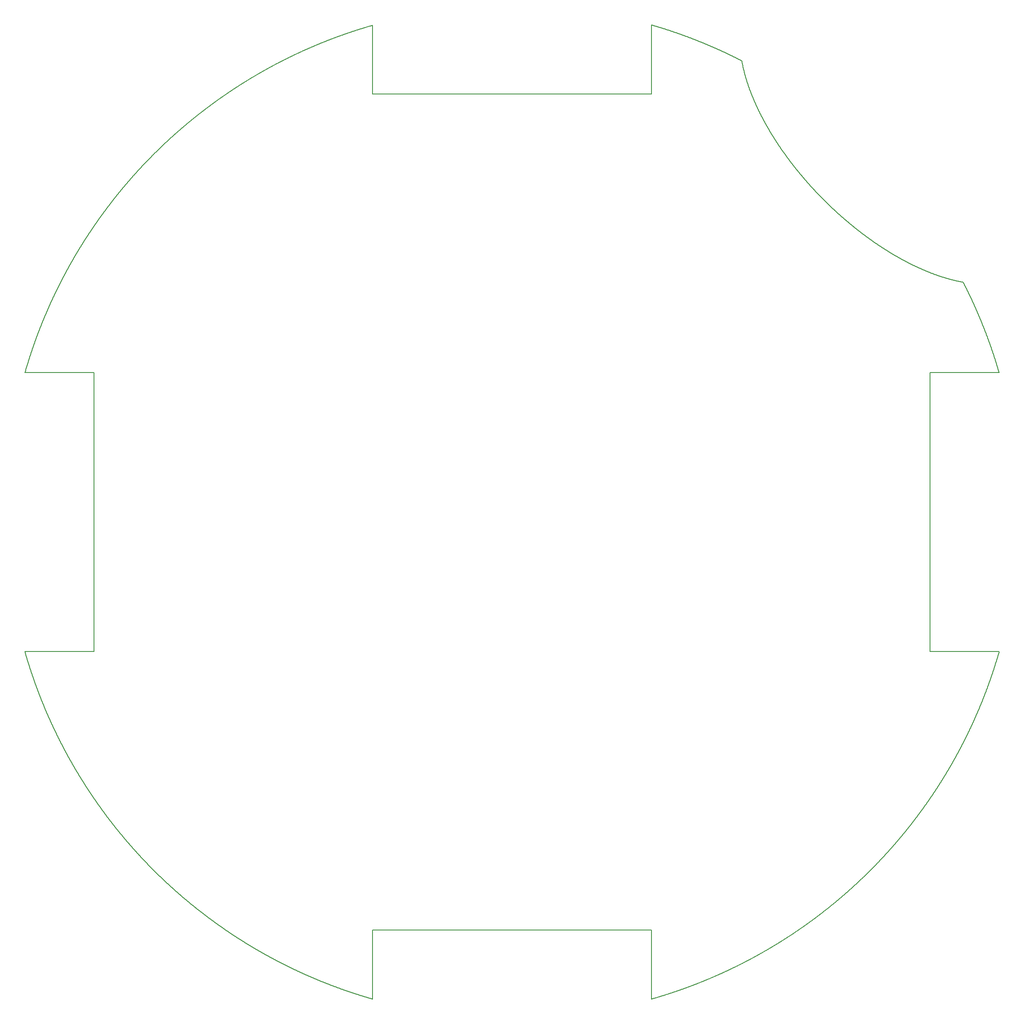
<source format=gm1>
G04 MADE WITH FRITZING*
G04 WWW.FRITZING.ORG*
G04 DOUBLE SIDED*
G04 HOLES PLATED*
G04 CONTOUR ON CENTER OF CONTOUR VECTOR*
%ASAXBY*%
%FSLAX23Y23*%
%MOIN*%
%OFA0B0*%
%SFA1.0B1.0*%
%ADD10C,0.008*%
%LNCONTOUR*%
G90*
G70*
G54D10*
X5019Y7721D02*
X5019Y7720D01*
X5019Y7185D01*
X5018Y7184D01*
X5017Y7184D01*
X5016Y7184D01*
X5015Y7184D01*
X5014Y7184D01*
X5013Y7184D01*
X5012Y7184D01*
X5011Y7184D01*
X5010Y7184D01*
X5009Y7184D01*
X5008Y7184D01*
X5007Y7184D01*
X5006Y7184D01*
X5005Y7184D01*
X5004Y7184D01*
X5003Y7184D01*
X5002Y7184D01*
X5001Y7184D01*
X5000Y7184D01*
X4999Y7184D01*
X4998Y7184D01*
X4997Y7184D01*
X4996Y7184D01*
X4995Y7184D01*
X4994Y7184D01*
X4993Y7184D01*
X4992Y7184D01*
X4991Y7184D01*
X4990Y7184D01*
X4989Y7184D01*
X4988Y7184D01*
X4987Y7184D01*
X4986Y7184D01*
X4985Y7184D01*
X4984Y7184D01*
X4983Y7184D01*
X4982Y7184D01*
X4981Y7184D01*
X4980Y7184D01*
X4979Y7184D01*
X4978Y7184D01*
X4977Y7184D01*
X4976Y7184D01*
X4975Y7184D01*
X4974Y7184D01*
X4973Y7184D01*
X4972Y7184D01*
X4971Y7184D01*
X4970Y7184D01*
X4969Y7184D01*
X4968Y7184D01*
X4967Y7184D01*
X4966Y7184D01*
X4965Y7184D01*
X4964Y7184D01*
X4963Y7184D01*
X4962Y7184D01*
X4961Y7184D01*
X4960Y7184D01*
X4959Y7184D01*
X4958Y7184D01*
X4957Y7184D01*
X4956Y7184D01*
X4955Y7184D01*
X4954Y7184D01*
X4953Y7184D01*
X4952Y7184D01*
X4951Y7184D01*
X4950Y7184D01*
X4949Y7184D01*
X4948Y7184D01*
X4947Y7184D01*
X4946Y7184D01*
X4945Y7184D01*
X4944Y7184D01*
X4943Y7184D01*
X4942Y7184D01*
X4941Y7184D01*
X4940Y7184D01*
X4939Y7184D01*
X4938Y7184D01*
X4937Y7184D01*
X4936Y7184D01*
X4935Y7184D01*
X4934Y7184D01*
X4933Y7184D01*
X4932Y7184D01*
X4931Y7184D01*
X4930Y7184D01*
X4929Y7184D01*
X4928Y7184D01*
X4927Y7184D01*
X4926Y7184D01*
X4925Y7184D01*
X4924Y7184D01*
X4923Y7184D01*
X4922Y7184D01*
X4921Y7184D01*
X4920Y7184D01*
X4919Y7184D01*
X4918Y7184D01*
X4917Y7184D01*
X4916Y7184D01*
X4915Y7184D01*
X4914Y7184D01*
X4913Y7184D01*
X4912Y7184D01*
X4911Y7184D01*
X4910Y7184D01*
X4909Y7184D01*
X4908Y7184D01*
X4907Y7184D01*
X4906Y7184D01*
X4905Y7184D01*
X4904Y7184D01*
X4903Y7184D01*
X4902Y7184D01*
X4901Y7184D01*
X4900Y7184D01*
X4899Y7184D01*
X4898Y7184D01*
X4897Y7184D01*
X4896Y7184D01*
X4895Y7184D01*
X4894Y7184D01*
X4893Y7184D01*
X4892Y7184D01*
X4891Y7184D01*
X4890Y7184D01*
X4889Y7184D01*
X4888Y7184D01*
X4887Y7184D01*
X4886Y7184D01*
X4885Y7184D01*
X4884Y7184D01*
X4883Y7184D01*
X4882Y7184D01*
X4881Y7184D01*
X4880Y7184D01*
X4879Y7184D01*
X4878Y7184D01*
X4877Y7184D01*
X4876Y7184D01*
X4875Y7184D01*
X4874Y7184D01*
X4873Y7184D01*
X4872Y7184D01*
X4871Y7184D01*
X4870Y7184D01*
X4869Y7184D01*
X4868Y7184D01*
X4867Y7184D01*
X4866Y7184D01*
X4865Y7184D01*
X4864Y7184D01*
X4863Y7184D01*
X4862Y7184D01*
X4861Y7184D01*
X4860Y7184D01*
X4859Y7184D01*
X4858Y7184D01*
X4857Y7184D01*
X4856Y7184D01*
X4855Y7184D01*
X4854Y7184D01*
X4853Y7184D01*
X4852Y7184D01*
X4851Y7184D01*
X4850Y7184D01*
X4849Y7184D01*
X4848Y7184D01*
X4847Y7184D01*
X4846Y7184D01*
X4845Y7184D01*
X4844Y7184D01*
X4843Y7184D01*
X4842Y7184D01*
X4841Y7184D01*
X4840Y7184D01*
X4839Y7184D01*
X4838Y7184D01*
X4837Y7184D01*
X4836Y7184D01*
X4835Y7184D01*
X4834Y7184D01*
X4833Y7184D01*
X4832Y7184D01*
X4831Y7184D01*
X4830Y7184D01*
X4829Y7184D01*
X4828Y7184D01*
X4827Y7184D01*
X4826Y7184D01*
X4825Y7184D01*
X4824Y7184D01*
X4823Y7184D01*
X4822Y7184D01*
X4821Y7184D01*
X4820Y7184D01*
X4819Y7184D01*
X4818Y7184D01*
X4817Y7184D01*
X4816Y7184D01*
X4815Y7184D01*
X4814Y7184D01*
X4813Y7184D01*
X4812Y7184D01*
X4811Y7184D01*
X4810Y7184D01*
X4809Y7184D01*
X4808Y7184D01*
X4807Y7184D01*
X4806Y7184D01*
X4805Y7184D01*
X4804Y7184D01*
X4803Y7184D01*
X4802Y7184D01*
X4801Y7184D01*
X4800Y7184D01*
X4799Y7184D01*
X4798Y7184D01*
X4797Y7184D01*
X4796Y7184D01*
X4795Y7184D01*
X4794Y7184D01*
X4793Y7184D01*
X4792Y7184D01*
X4791Y7184D01*
X4790Y7184D01*
X4789Y7184D01*
X4788Y7184D01*
X4787Y7184D01*
X4786Y7184D01*
X4785Y7184D01*
X4784Y7184D01*
X4783Y7184D01*
X4782Y7184D01*
X4781Y7184D01*
X4780Y7184D01*
X4779Y7184D01*
X4778Y7184D01*
X4777Y7184D01*
X4776Y7184D01*
X4775Y7184D01*
X4774Y7184D01*
X4773Y7184D01*
X4772Y7184D01*
X4771Y7184D01*
X4770Y7184D01*
X4769Y7184D01*
X4768Y7184D01*
X4767Y7184D01*
X4766Y7184D01*
X4765Y7184D01*
X4764Y7184D01*
X4763Y7184D01*
X4762Y7184D01*
X4761Y7184D01*
X4760Y7184D01*
X4759Y7184D01*
X4758Y7184D01*
X4757Y7184D01*
X4756Y7184D01*
X4755Y7184D01*
X4754Y7184D01*
X4753Y7184D01*
X4752Y7184D01*
X4751Y7184D01*
X4750Y7184D01*
X4749Y7184D01*
X4748Y7184D01*
X4747Y7184D01*
X4746Y7184D01*
X4745Y7184D01*
X4744Y7184D01*
X4743Y7184D01*
X4742Y7184D01*
X4741Y7184D01*
X4740Y7184D01*
X4739Y7184D01*
X4738Y7184D01*
X4737Y7184D01*
X4736Y7184D01*
X4735Y7184D01*
X4734Y7184D01*
X4733Y7184D01*
X4732Y7184D01*
X4731Y7184D01*
X4730Y7184D01*
X4729Y7184D01*
X4728Y7184D01*
X4727Y7184D01*
X4726Y7184D01*
X4725Y7184D01*
X4724Y7184D01*
X4723Y7184D01*
X4722Y7184D01*
X4721Y7184D01*
X4720Y7184D01*
X4719Y7184D01*
X4718Y7184D01*
X4717Y7184D01*
X4716Y7184D01*
X4715Y7184D01*
X4714Y7184D01*
X4713Y7184D01*
X4712Y7184D01*
X4711Y7184D01*
X4710Y7184D01*
X4709Y7184D01*
X4708Y7184D01*
X4707Y7184D01*
X4706Y7184D01*
X4705Y7184D01*
X4704Y7184D01*
X4703Y7184D01*
X4702Y7184D01*
X4701Y7184D01*
X4700Y7184D01*
X4699Y7184D01*
X4698Y7184D01*
X4697Y7184D01*
X4696Y7184D01*
X4695Y7184D01*
X4694Y7184D01*
X4693Y7184D01*
X4692Y7184D01*
X4691Y7184D01*
X4690Y7184D01*
X4689Y7184D01*
X4688Y7184D01*
X4687Y7184D01*
X4686Y7184D01*
X4685Y7184D01*
X4684Y7184D01*
X4683Y7184D01*
X4682Y7184D01*
X4681Y7184D01*
X4680Y7184D01*
X4679Y7184D01*
X4678Y7184D01*
X4677Y7184D01*
X4676Y7184D01*
X4675Y7184D01*
X4674Y7184D01*
X4673Y7184D01*
X4672Y7184D01*
X4671Y7184D01*
X4670Y7184D01*
X4669Y7184D01*
X4668Y7184D01*
X4667Y7184D01*
X4666Y7184D01*
X4665Y7184D01*
X4664Y7184D01*
X4663Y7184D01*
X4662Y7184D01*
X4661Y7184D01*
X4660Y7184D01*
X4659Y7184D01*
X4658Y7184D01*
X4657Y7184D01*
X4656Y7184D01*
X4655Y7184D01*
X4654Y7184D01*
X4653Y7184D01*
X4652Y7184D01*
X4651Y7184D01*
X4650Y7184D01*
X4649Y7184D01*
X4648Y7184D01*
X4647Y7184D01*
X4646Y7184D01*
X4645Y7184D01*
X4644Y7184D01*
X4643Y7184D01*
X4642Y7184D01*
X4641Y7184D01*
X4640Y7184D01*
X4639Y7184D01*
X4638Y7184D01*
X4637Y7184D01*
X4636Y7184D01*
X4635Y7184D01*
X4634Y7184D01*
X4633Y7184D01*
X4632Y7184D01*
X4631Y7184D01*
X4630Y7184D01*
X4629Y7184D01*
X4628Y7184D01*
X4627Y7184D01*
X4626Y7184D01*
X4625Y7184D01*
X4624Y7184D01*
X4623Y7184D01*
X4622Y7184D01*
X4621Y7184D01*
X4620Y7184D01*
X4619Y7184D01*
X4618Y7184D01*
X4617Y7184D01*
X4616Y7184D01*
X4615Y7184D01*
X4614Y7184D01*
X4613Y7184D01*
X4612Y7184D01*
X4611Y7184D01*
X4610Y7184D01*
X4609Y7184D01*
X4608Y7184D01*
X4607Y7184D01*
X4606Y7184D01*
X4605Y7184D01*
X4604Y7184D01*
X4603Y7184D01*
X4602Y7184D01*
X4601Y7184D01*
X4600Y7184D01*
X4599Y7184D01*
X4598Y7184D01*
X4597Y7184D01*
X4596Y7184D01*
X4595Y7184D01*
X4594Y7184D01*
X4593Y7184D01*
X4592Y7184D01*
X4591Y7184D01*
X4590Y7184D01*
X4589Y7184D01*
X4588Y7184D01*
X4587Y7184D01*
X4586Y7184D01*
X4585Y7184D01*
X4584Y7184D01*
X4583Y7184D01*
X4582Y7184D01*
X4581Y7184D01*
X4580Y7184D01*
X4579Y7184D01*
X4578Y7184D01*
X4577Y7184D01*
X4576Y7184D01*
X4575Y7184D01*
X4574Y7184D01*
X4573Y7184D01*
X4572Y7184D01*
X4571Y7184D01*
X4570Y7184D01*
X4569Y7184D01*
X4568Y7184D01*
X4567Y7184D01*
X4566Y7184D01*
X4565Y7184D01*
X4564Y7184D01*
X4563Y7184D01*
X4562Y7184D01*
X4561Y7184D01*
X4560Y7184D01*
X4559Y7184D01*
X4558Y7184D01*
X4557Y7184D01*
X4556Y7184D01*
X4555Y7184D01*
X4554Y7184D01*
X4553Y7184D01*
X4552Y7184D01*
X4551Y7184D01*
X4550Y7184D01*
X4549Y7184D01*
X4548Y7184D01*
X4547Y7184D01*
X4546Y7184D01*
X4545Y7184D01*
X4544Y7184D01*
X4543Y7184D01*
X4542Y7184D01*
X4541Y7184D01*
X4540Y7184D01*
X4539Y7184D01*
X4538Y7184D01*
X4537Y7184D01*
X4536Y7184D01*
X4535Y7184D01*
X4534Y7184D01*
X4533Y7184D01*
X4532Y7184D01*
X4531Y7184D01*
X4530Y7184D01*
X4529Y7184D01*
X4528Y7184D01*
X4527Y7184D01*
X4526Y7184D01*
X4525Y7184D01*
X4524Y7184D01*
X4523Y7184D01*
X4522Y7184D01*
X4521Y7184D01*
X4520Y7184D01*
X4519Y7184D01*
X4518Y7184D01*
X4517Y7184D01*
X4516Y7184D01*
X4515Y7184D01*
X4514Y7184D01*
X4513Y7184D01*
X4512Y7184D01*
X4511Y7184D01*
X4510Y7184D01*
X4509Y7184D01*
X4508Y7184D01*
X4507Y7184D01*
X4506Y7184D01*
X4505Y7184D01*
X4504Y7184D01*
X4503Y7184D01*
X4502Y7184D01*
X4501Y7184D01*
X4500Y7184D01*
X4499Y7184D01*
X4498Y7184D01*
X4497Y7184D01*
X4496Y7184D01*
X4495Y7184D01*
X4494Y7184D01*
X4493Y7184D01*
X4492Y7184D01*
X4491Y7184D01*
X4490Y7184D01*
X4489Y7184D01*
X4488Y7184D01*
X4487Y7184D01*
X4486Y7184D01*
X4485Y7184D01*
X4484Y7184D01*
X4483Y7184D01*
X4482Y7184D01*
X4481Y7184D01*
X4480Y7184D01*
X4479Y7184D01*
X4478Y7184D01*
X4477Y7184D01*
X4476Y7184D01*
X4475Y7184D01*
X4474Y7184D01*
X4473Y7184D01*
X4472Y7184D01*
X4471Y7184D01*
X4470Y7184D01*
X4469Y7184D01*
X4468Y7184D01*
X4467Y7184D01*
X4466Y7184D01*
X4465Y7184D01*
X4464Y7184D01*
X4463Y7184D01*
X4462Y7184D01*
X4461Y7184D01*
X4460Y7184D01*
X4459Y7184D01*
X4458Y7184D01*
X4457Y7184D01*
X4456Y7184D01*
X4455Y7184D01*
X4454Y7184D01*
X4453Y7184D01*
X4452Y7184D01*
X4451Y7184D01*
X4450Y7184D01*
X4449Y7184D01*
X4448Y7184D01*
X4447Y7184D01*
X4446Y7184D01*
X4445Y7184D01*
X4444Y7184D01*
X4443Y7184D01*
X4442Y7184D01*
X4441Y7184D01*
X4440Y7184D01*
X4439Y7184D01*
X4438Y7184D01*
X4437Y7184D01*
X4436Y7184D01*
X4435Y7184D01*
X4434Y7184D01*
X4433Y7184D01*
X4432Y7184D01*
X4431Y7184D01*
X4430Y7184D01*
X4429Y7184D01*
X4428Y7184D01*
X4427Y7184D01*
X4426Y7184D01*
X4425Y7184D01*
X4424Y7184D01*
X4423Y7184D01*
X4422Y7184D01*
X4421Y7184D01*
X4420Y7184D01*
X4419Y7184D01*
X4418Y7184D01*
X4417Y7184D01*
X4416Y7184D01*
X4415Y7184D01*
X4414Y7184D01*
X4413Y7184D01*
X4412Y7184D01*
X4411Y7184D01*
X4410Y7184D01*
X4409Y7184D01*
X4408Y7184D01*
X4407Y7184D01*
X4406Y7184D01*
X4405Y7184D01*
X4404Y7184D01*
X4403Y7184D01*
X4402Y7184D01*
X4401Y7184D01*
X4400Y7184D01*
X4399Y7184D01*
X4398Y7184D01*
X4397Y7184D01*
X4396Y7184D01*
X4395Y7184D01*
X4394Y7184D01*
X4393Y7184D01*
X4392Y7184D01*
X4391Y7184D01*
X4390Y7184D01*
X4389Y7184D01*
X4388Y7184D01*
X4387Y7184D01*
X4386Y7184D01*
X4385Y7184D01*
X4384Y7184D01*
X4383Y7184D01*
X4382Y7184D01*
X4381Y7184D01*
X4380Y7184D01*
X4379Y7184D01*
X4378Y7184D01*
X4377Y7184D01*
X4376Y7184D01*
X4375Y7184D01*
X4374Y7184D01*
X4373Y7184D01*
X4372Y7184D01*
X4371Y7184D01*
X4370Y7184D01*
X4369Y7184D01*
X4368Y7184D01*
X4367Y7184D01*
X4366Y7184D01*
X4365Y7184D01*
X4364Y7184D01*
X4363Y7184D01*
X4362Y7184D01*
X4361Y7184D01*
X4360Y7184D01*
X4359Y7184D01*
X4358Y7184D01*
X4357Y7184D01*
X4356Y7184D01*
X4355Y7184D01*
X4354Y7184D01*
X4353Y7184D01*
X4352Y7184D01*
X4351Y7184D01*
X4350Y7184D01*
X4349Y7184D01*
X4348Y7184D01*
X4347Y7184D01*
X4346Y7184D01*
X4345Y7184D01*
X4344Y7184D01*
X4343Y7184D01*
X4342Y7184D01*
X4341Y7184D01*
X4340Y7184D01*
X4339Y7184D01*
X4338Y7184D01*
X4337Y7184D01*
X4336Y7184D01*
X4335Y7184D01*
X4334Y7184D01*
X4333Y7184D01*
X4332Y7184D01*
X4331Y7184D01*
X4330Y7184D01*
X4329Y7184D01*
X4328Y7184D01*
X4327Y7184D01*
X4326Y7184D01*
X4325Y7184D01*
X4324Y7184D01*
X4323Y7184D01*
X4322Y7184D01*
X4321Y7184D01*
X4320Y7184D01*
X4319Y7184D01*
X4318Y7184D01*
X4317Y7184D01*
X4316Y7184D01*
X4315Y7184D01*
X4314Y7184D01*
X4313Y7184D01*
X4312Y7184D01*
X4311Y7184D01*
X4310Y7184D01*
X4309Y7184D01*
X4308Y7184D01*
X4307Y7184D01*
X4306Y7184D01*
X4305Y7184D01*
X4304Y7184D01*
X4303Y7184D01*
X4302Y7184D01*
X4301Y7184D01*
X4300Y7184D01*
X4299Y7184D01*
X4298Y7184D01*
X4297Y7184D01*
X4296Y7184D01*
X4295Y7184D01*
X4294Y7184D01*
X4293Y7184D01*
X4292Y7184D01*
X4291Y7184D01*
X4290Y7184D01*
X4289Y7184D01*
X4288Y7184D01*
X4287Y7184D01*
X4286Y7184D01*
X4285Y7184D01*
X4284Y7184D01*
X4283Y7184D01*
X4282Y7184D01*
X4281Y7184D01*
X4280Y7184D01*
X4279Y7184D01*
X4278Y7184D01*
X4277Y7184D01*
X4276Y7184D01*
X4275Y7184D01*
X4274Y7184D01*
X4273Y7184D01*
X4272Y7184D01*
X4271Y7184D01*
X4270Y7184D01*
X4269Y7184D01*
X4268Y7184D01*
X4267Y7184D01*
X4266Y7184D01*
X4265Y7184D01*
X4264Y7184D01*
X4263Y7184D01*
X4262Y7184D01*
X4261Y7184D01*
X4260Y7184D01*
X4259Y7184D01*
X4258Y7184D01*
X4257Y7184D01*
X4256Y7184D01*
X4255Y7184D01*
X4254Y7184D01*
X4253Y7184D01*
X4252Y7184D01*
X4251Y7184D01*
X4250Y7184D01*
X4249Y7184D01*
X4248Y7184D01*
X4247Y7184D01*
X4246Y7184D01*
X4245Y7184D01*
X4244Y7184D01*
X4243Y7184D01*
X4242Y7184D01*
X4241Y7184D01*
X4240Y7184D01*
X4239Y7184D01*
X4238Y7184D01*
X4237Y7184D01*
X4236Y7184D01*
X4235Y7184D01*
X4234Y7184D01*
X4233Y7184D01*
X4232Y7184D01*
X4231Y7184D01*
X4230Y7184D01*
X4229Y7184D01*
X4228Y7184D01*
X4227Y7184D01*
X4226Y7184D01*
X4225Y7184D01*
X4224Y7184D01*
X4223Y7184D01*
X4222Y7184D01*
X4221Y7184D01*
X4220Y7184D01*
X4219Y7184D01*
X4218Y7184D01*
X4217Y7184D01*
X4216Y7184D01*
X4215Y7184D01*
X4214Y7184D01*
X4213Y7184D01*
X4212Y7184D01*
X4211Y7184D01*
X4210Y7184D01*
X4209Y7184D01*
X4208Y7184D01*
X4207Y7184D01*
X4206Y7184D01*
X4205Y7184D01*
X4204Y7184D01*
X4203Y7184D01*
X4202Y7184D01*
X4201Y7184D01*
X4200Y7184D01*
X4199Y7184D01*
X4198Y7184D01*
X4197Y7184D01*
X4196Y7184D01*
X4195Y7184D01*
X4194Y7184D01*
X4193Y7184D01*
X4192Y7184D01*
X4191Y7184D01*
X4190Y7184D01*
X4189Y7184D01*
X4188Y7184D01*
X4187Y7184D01*
X4186Y7184D01*
X4185Y7184D01*
X4184Y7184D01*
X4183Y7184D01*
X4182Y7184D01*
X4181Y7184D01*
X4180Y7184D01*
X4179Y7184D01*
X4178Y7184D01*
X4177Y7184D01*
X4176Y7184D01*
X4175Y7184D01*
X4174Y7184D01*
X4173Y7184D01*
X4172Y7184D01*
X4171Y7184D01*
X4170Y7184D01*
X4169Y7184D01*
X4168Y7184D01*
X4167Y7184D01*
X4166Y7184D01*
X4165Y7184D01*
X4164Y7184D01*
X4163Y7184D01*
X4162Y7184D01*
X4161Y7184D01*
X4160Y7184D01*
X4159Y7184D01*
X4158Y7184D01*
X4157Y7184D01*
X4156Y7184D01*
X4155Y7184D01*
X4154Y7184D01*
X4153Y7184D01*
X4152Y7184D01*
X4151Y7184D01*
X4150Y7184D01*
X4149Y7184D01*
X4148Y7184D01*
X4147Y7184D01*
X4146Y7184D01*
X4145Y7184D01*
X4144Y7184D01*
X4143Y7184D01*
X4142Y7184D01*
X4141Y7184D01*
X4140Y7184D01*
X4139Y7184D01*
X4138Y7184D01*
X4137Y7184D01*
X4136Y7184D01*
X4135Y7184D01*
X4134Y7184D01*
X4133Y7184D01*
X4132Y7184D01*
X4131Y7184D01*
X4130Y7184D01*
X4129Y7184D01*
X4128Y7184D01*
X4127Y7184D01*
X4126Y7184D01*
X4125Y7184D01*
X4124Y7184D01*
X4123Y7184D01*
X4122Y7184D01*
X4121Y7184D01*
X4120Y7184D01*
X4119Y7184D01*
X4118Y7184D01*
X4117Y7184D01*
X4116Y7184D01*
X4115Y7184D01*
X4114Y7184D01*
X4113Y7184D01*
X4112Y7184D01*
X4111Y7184D01*
X4110Y7184D01*
X4109Y7184D01*
X4108Y7184D01*
X4107Y7184D01*
X4106Y7184D01*
X4105Y7184D01*
X4104Y7184D01*
X4103Y7184D01*
X4102Y7184D01*
X4101Y7184D01*
X4100Y7184D01*
X4099Y7184D01*
X4098Y7184D01*
X4097Y7184D01*
X4096Y7184D01*
X4095Y7184D01*
X4094Y7184D01*
X4093Y7184D01*
X4092Y7184D01*
X4091Y7184D01*
X4090Y7184D01*
X4089Y7184D01*
X4088Y7184D01*
X4087Y7184D01*
X4086Y7184D01*
X4085Y7184D01*
X4084Y7184D01*
X4083Y7184D01*
X4082Y7184D01*
X4081Y7184D01*
X4080Y7184D01*
X4079Y7184D01*
X4078Y7184D01*
X4077Y7184D01*
X4076Y7184D01*
X4075Y7184D01*
X4074Y7184D01*
X4073Y7184D01*
X4072Y7184D01*
X4071Y7184D01*
X4070Y7184D01*
X4069Y7184D01*
X4068Y7184D01*
X4067Y7184D01*
X4066Y7184D01*
X4065Y7184D01*
X4064Y7184D01*
X4063Y7184D01*
X4062Y7184D01*
X4061Y7184D01*
X4060Y7184D01*
X4059Y7184D01*
X4058Y7184D01*
X4057Y7184D01*
X4056Y7184D01*
X4055Y7184D01*
X4054Y7184D01*
X4053Y7184D01*
X4052Y7184D01*
X4051Y7184D01*
X4050Y7184D01*
X4049Y7184D01*
X4048Y7184D01*
X4047Y7184D01*
X4046Y7184D01*
X4045Y7184D01*
X4044Y7184D01*
X4043Y7184D01*
X4042Y7184D01*
X4041Y7184D01*
X4040Y7184D01*
X4039Y7184D01*
X4038Y7184D01*
X4037Y7184D01*
X4036Y7184D01*
X4035Y7184D01*
X4034Y7184D01*
X4033Y7184D01*
X4032Y7184D01*
X4031Y7184D01*
X4030Y7184D01*
X4029Y7184D01*
X4028Y7184D01*
X4027Y7184D01*
X4026Y7184D01*
X4025Y7184D01*
X4024Y7184D01*
X4023Y7184D01*
X4022Y7184D01*
X4021Y7184D01*
X4020Y7184D01*
X4019Y7184D01*
X4018Y7184D01*
X4017Y7184D01*
X4016Y7184D01*
X4015Y7184D01*
X4014Y7184D01*
X4013Y7184D01*
X4012Y7184D01*
X4011Y7184D01*
X4010Y7184D01*
X4009Y7184D01*
X4008Y7184D01*
X4007Y7184D01*
X4006Y7184D01*
X4005Y7184D01*
X4004Y7184D01*
X4003Y7184D01*
X4002Y7184D01*
X4001Y7184D01*
X4000Y7184D01*
X3999Y7184D01*
X3998Y7184D01*
X3997Y7184D01*
X3996Y7184D01*
X3995Y7184D01*
X3994Y7184D01*
X3993Y7184D01*
X3992Y7184D01*
X3991Y7184D01*
X3990Y7184D01*
X3989Y7184D01*
X3988Y7184D01*
X3987Y7184D01*
X3986Y7184D01*
X3985Y7184D01*
X3984Y7184D01*
X3983Y7184D01*
X3982Y7184D01*
X3981Y7184D01*
X3980Y7184D01*
X3979Y7184D01*
X3978Y7184D01*
X3977Y7184D01*
X3976Y7184D01*
X3975Y7184D01*
X3974Y7184D01*
X3973Y7184D01*
X3972Y7184D01*
X3971Y7184D01*
X3970Y7184D01*
X3969Y7184D01*
X3968Y7184D01*
X3967Y7184D01*
X3966Y7184D01*
X3965Y7184D01*
X3964Y7184D01*
X3963Y7184D01*
X3962Y7184D01*
X3961Y7184D01*
X3960Y7184D01*
X3959Y7184D01*
X3958Y7184D01*
X3957Y7184D01*
X3956Y7184D01*
X3955Y7184D01*
X3954Y7184D01*
X3953Y7184D01*
X3952Y7184D01*
X3951Y7184D01*
X3950Y7184D01*
X3949Y7184D01*
X3948Y7184D01*
X3947Y7184D01*
X3946Y7184D01*
X3945Y7184D01*
X3944Y7184D01*
X3943Y7184D01*
X3942Y7184D01*
X3941Y7184D01*
X3940Y7184D01*
X3939Y7184D01*
X3938Y7184D01*
X3937Y7184D01*
X3936Y7184D01*
X3935Y7184D01*
X3934Y7184D01*
X3933Y7184D01*
X3932Y7184D01*
X3931Y7184D01*
X3930Y7184D01*
X3929Y7184D01*
X3928Y7184D01*
X3927Y7184D01*
X3926Y7184D01*
X3925Y7184D01*
X3924Y7184D01*
X3923Y7184D01*
X3922Y7184D01*
X3921Y7184D01*
X3920Y7184D01*
X3919Y7184D01*
X3918Y7184D01*
X3917Y7184D01*
X3916Y7184D01*
X3915Y7184D01*
X3914Y7184D01*
X3913Y7184D01*
X3912Y7184D01*
X3911Y7184D01*
X3910Y7184D01*
X3909Y7184D01*
X3908Y7184D01*
X3907Y7184D01*
X3906Y7184D01*
X3905Y7184D01*
X3904Y7184D01*
X3903Y7184D01*
X3902Y7184D01*
X3901Y7184D01*
X3900Y7184D01*
X3899Y7184D01*
X3898Y7184D01*
X3897Y7184D01*
X3896Y7184D01*
X3895Y7184D01*
X3894Y7184D01*
X3893Y7184D01*
X3892Y7184D01*
X3891Y7184D01*
X3890Y7184D01*
X3889Y7184D01*
X3888Y7184D01*
X3887Y7184D01*
X3886Y7184D01*
X3885Y7184D01*
X3884Y7184D01*
X3883Y7184D01*
X3882Y7184D01*
X3881Y7184D01*
X3880Y7184D01*
X3879Y7184D01*
X3878Y7184D01*
X3877Y7184D01*
X3876Y7184D01*
X3875Y7184D01*
X3874Y7184D01*
X3873Y7184D01*
X3872Y7184D01*
X3871Y7184D01*
X3870Y7184D01*
X3869Y7184D01*
X3868Y7184D01*
X3867Y7184D01*
X3866Y7184D01*
X3865Y7184D01*
X3864Y7184D01*
X3863Y7184D01*
X3862Y7184D01*
X3861Y7184D01*
X3860Y7184D01*
X3859Y7184D01*
X3858Y7184D01*
X3857Y7184D01*
X3856Y7184D01*
X3855Y7184D01*
X3854Y7184D01*
X3853Y7184D01*
X3852Y7184D01*
X3851Y7184D01*
X3850Y7184D01*
X3849Y7184D01*
X3848Y7184D01*
X3847Y7184D01*
X3846Y7184D01*
X3845Y7184D01*
X3844Y7184D01*
X3843Y7184D01*
X3842Y7184D01*
X3841Y7184D01*
X3840Y7184D01*
X3839Y7184D01*
X3838Y7184D01*
X3837Y7184D01*
X3836Y7184D01*
X3835Y7184D01*
X3834Y7184D01*
X3833Y7184D01*
X3832Y7184D01*
X3831Y7184D01*
X3830Y7184D01*
X3829Y7184D01*
X3828Y7184D01*
X3827Y7184D01*
X3826Y7184D01*
X3825Y7184D01*
X3824Y7184D01*
X3823Y7184D01*
X3822Y7184D01*
X3821Y7184D01*
X3820Y7184D01*
X3819Y7184D01*
X3818Y7184D01*
X3817Y7184D01*
X3816Y7184D01*
X3815Y7184D01*
X3814Y7184D01*
X3813Y7184D01*
X3812Y7184D01*
X3811Y7184D01*
X3810Y7184D01*
X3809Y7184D01*
X3808Y7184D01*
X3807Y7184D01*
X3806Y7184D01*
X3805Y7184D01*
X3804Y7184D01*
X3803Y7184D01*
X3802Y7184D01*
X3801Y7184D01*
X3800Y7184D01*
X3799Y7184D01*
X3798Y7184D01*
X3797Y7184D01*
X3796Y7184D01*
X3795Y7184D01*
X3794Y7184D01*
X3793Y7184D01*
X3792Y7184D01*
X3791Y7184D01*
X3790Y7184D01*
X3789Y7184D01*
X3788Y7184D01*
X3787Y7184D01*
X3786Y7184D01*
X3785Y7184D01*
X3784Y7184D01*
X3783Y7184D01*
X3782Y7184D01*
X3781Y7184D01*
X3780Y7184D01*
X3779Y7184D01*
X3778Y7184D01*
X3777Y7184D01*
X3776Y7184D01*
X3775Y7184D01*
X3774Y7184D01*
X3773Y7184D01*
X3772Y7184D01*
X3771Y7184D01*
X3770Y7184D01*
X3769Y7184D01*
X3768Y7184D01*
X3767Y7184D01*
X3766Y7184D01*
X3765Y7184D01*
X3764Y7184D01*
X3763Y7184D01*
X3762Y7184D01*
X3761Y7184D01*
X3760Y7184D01*
X3759Y7184D01*
X3758Y7184D01*
X3757Y7184D01*
X3756Y7184D01*
X3755Y7184D01*
X3754Y7184D01*
X3753Y7184D01*
X3752Y7184D01*
X3751Y7184D01*
X3750Y7184D01*
X3749Y7184D01*
X3748Y7184D01*
X3747Y7184D01*
X3746Y7184D01*
X3745Y7184D01*
X3744Y7184D01*
X3743Y7184D01*
X3742Y7184D01*
X3741Y7184D01*
X3740Y7184D01*
X3739Y7184D01*
X3738Y7184D01*
X3737Y7184D01*
X3736Y7184D01*
X3735Y7184D01*
X3734Y7184D01*
X3733Y7184D01*
X3732Y7184D01*
X3731Y7184D01*
X3730Y7184D01*
X3729Y7184D01*
X3728Y7184D01*
X3727Y7184D01*
X3726Y7184D01*
X3725Y7184D01*
X3724Y7184D01*
X3723Y7184D01*
X3722Y7184D01*
X3721Y7184D01*
X3720Y7184D01*
X3719Y7184D01*
X3718Y7184D01*
X3717Y7184D01*
X3716Y7184D01*
X3715Y7184D01*
X3714Y7184D01*
X3713Y7184D01*
X3712Y7184D01*
X3711Y7184D01*
X3710Y7184D01*
X3709Y7184D01*
X3708Y7184D01*
X3707Y7184D01*
X3706Y7184D01*
X3705Y7184D01*
X3704Y7184D01*
X3703Y7184D01*
X3702Y7184D01*
X3701Y7184D01*
X3700Y7184D01*
X3699Y7184D01*
X3698Y7184D01*
X3697Y7184D01*
X3696Y7184D01*
X3695Y7184D01*
X3694Y7184D01*
X3693Y7184D01*
X3692Y7184D01*
X3691Y7184D01*
X3690Y7184D01*
X3689Y7184D01*
X3688Y7184D01*
X3687Y7184D01*
X3686Y7184D01*
X3685Y7184D01*
X3684Y7184D01*
X3683Y7184D01*
X3682Y7184D01*
X3681Y7184D01*
X3680Y7184D01*
X3679Y7184D01*
X3678Y7184D01*
X3677Y7184D01*
X3676Y7184D01*
X3675Y7184D01*
X3674Y7184D01*
X3673Y7184D01*
X3672Y7184D01*
X3671Y7184D01*
X3670Y7184D01*
X3669Y7184D01*
X3668Y7184D01*
X3667Y7184D01*
X3666Y7184D01*
X3665Y7184D01*
X3664Y7184D01*
X3663Y7184D01*
X3662Y7184D01*
X3661Y7184D01*
X3660Y7184D01*
X3659Y7184D01*
X3658Y7184D01*
X3657Y7184D01*
X3656Y7184D01*
X3655Y7184D01*
X3654Y7184D01*
X3653Y7184D01*
X3652Y7184D01*
X3651Y7184D01*
X3650Y7184D01*
X3649Y7184D01*
X3648Y7184D01*
X3647Y7184D01*
X3646Y7184D01*
X3645Y7184D01*
X3644Y7184D01*
X3643Y7184D01*
X3642Y7184D01*
X3641Y7184D01*
X3640Y7184D01*
X3639Y7184D01*
X3638Y7184D01*
X3637Y7184D01*
X3636Y7184D01*
X3635Y7184D01*
X3634Y7184D01*
X3633Y7184D01*
X3632Y7184D01*
X3631Y7184D01*
X3630Y7184D01*
X3629Y7184D01*
X3628Y7184D01*
X3627Y7184D01*
X3626Y7184D01*
X3625Y7184D01*
X3624Y7184D01*
X3623Y7184D01*
X3622Y7184D01*
X3621Y7184D01*
X3620Y7184D01*
X3619Y7184D01*
X3618Y7184D01*
X3617Y7184D01*
X3616Y7184D01*
X3615Y7184D01*
X3614Y7184D01*
X3613Y7184D01*
X3612Y7184D01*
X3611Y7184D01*
X3610Y7184D01*
X3609Y7184D01*
X3608Y7184D01*
X3607Y7184D01*
X3606Y7184D01*
X3605Y7184D01*
X3604Y7184D01*
X3603Y7184D01*
X3602Y7184D01*
X3601Y7184D01*
X3600Y7184D01*
X3599Y7184D01*
X3598Y7184D01*
X3597Y7184D01*
X3596Y7184D01*
X3595Y7184D01*
X3594Y7184D01*
X3593Y7184D01*
X3592Y7184D01*
X3591Y7184D01*
X3590Y7184D01*
X3589Y7184D01*
X3588Y7184D01*
X3587Y7184D01*
X3586Y7184D01*
X3585Y7184D01*
X3584Y7184D01*
X3583Y7184D01*
X3582Y7184D01*
X3581Y7184D01*
X3580Y7184D01*
X3579Y7184D01*
X3578Y7184D01*
X3577Y7184D01*
X3576Y7184D01*
X3575Y7184D01*
X3574Y7184D01*
X3573Y7184D01*
X3572Y7184D01*
X3571Y7184D01*
X3570Y7184D01*
X3569Y7184D01*
X3568Y7184D01*
X3567Y7184D01*
X3566Y7184D01*
X3565Y7184D01*
X3564Y7184D01*
X3563Y7184D01*
X3562Y7184D01*
X3561Y7184D01*
X3560Y7184D01*
X3559Y7184D01*
X3558Y7184D01*
X3557Y7184D01*
X3556Y7184D01*
X3555Y7184D01*
X3554Y7184D01*
X3553Y7184D01*
X3552Y7184D01*
X3551Y7184D01*
X3550Y7184D01*
X3549Y7184D01*
X3548Y7184D01*
X3547Y7184D01*
X3546Y7184D01*
X3545Y7184D01*
X3544Y7184D01*
X3543Y7184D01*
X3542Y7184D01*
X3541Y7184D01*
X3540Y7184D01*
X3539Y7184D01*
X3538Y7184D01*
X3537Y7184D01*
X3536Y7184D01*
X3535Y7184D01*
X3534Y7184D01*
X3533Y7184D01*
X3532Y7184D01*
X3531Y7184D01*
X3530Y7184D01*
X3529Y7184D01*
X3528Y7184D01*
X3527Y7184D01*
X3526Y7184D01*
X3525Y7184D01*
X3524Y7184D01*
X3523Y7184D01*
X3522Y7184D01*
X3521Y7184D01*
X3520Y7184D01*
X3519Y7184D01*
X3518Y7184D01*
X3517Y7184D01*
X3516Y7184D01*
X3515Y7184D01*
X3514Y7184D01*
X3513Y7184D01*
X3512Y7184D01*
X3511Y7184D01*
X3510Y7184D01*
X3509Y7184D01*
X3508Y7184D01*
X3507Y7184D01*
X3506Y7184D01*
X3505Y7184D01*
X3504Y7184D01*
X3503Y7184D01*
X3502Y7184D01*
X3501Y7184D01*
X3500Y7184D01*
X3499Y7184D01*
X3498Y7184D01*
X3497Y7184D01*
X3496Y7184D01*
X3495Y7184D01*
X3494Y7184D01*
X3493Y7184D01*
X3492Y7184D01*
X3491Y7184D01*
X3490Y7184D01*
X3489Y7184D01*
X3488Y7184D01*
X3487Y7184D01*
X3486Y7184D01*
X3485Y7184D01*
X3484Y7184D01*
X3483Y7184D01*
X3482Y7184D01*
X3481Y7184D01*
X3480Y7184D01*
X3479Y7184D01*
X3478Y7184D01*
X3477Y7184D01*
X3476Y7184D01*
X3475Y7184D01*
X3474Y7184D01*
X3473Y7184D01*
X3472Y7184D01*
X3471Y7184D01*
X3470Y7184D01*
X3469Y7184D01*
X3468Y7184D01*
X3467Y7184D01*
X3466Y7184D01*
X3465Y7184D01*
X3464Y7184D01*
X3463Y7184D01*
X3462Y7184D01*
X3461Y7184D01*
X3460Y7184D01*
X3459Y7184D01*
X3458Y7184D01*
X3457Y7184D01*
X3456Y7184D01*
X3455Y7184D01*
X3454Y7184D01*
X3453Y7184D01*
X3452Y7184D01*
X3451Y7184D01*
X3450Y7184D01*
X3449Y7184D01*
X3448Y7184D01*
X3447Y7184D01*
X3446Y7184D01*
X3445Y7184D01*
X3444Y7184D01*
X3443Y7184D01*
X3442Y7184D01*
X3441Y7184D01*
X3440Y7184D01*
X3439Y7184D01*
X3438Y7184D01*
X3437Y7184D01*
X3436Y7184D01*
X3435Y7184D01*
X3434Y7184D01*
X3433Y7184D01*
X3432Y7184D01*
X3431Y7184D01*
X3430Y7184D01*
X3429Y7184D01*
X3428Y7184D01*
X3427Y7184D01*
X3426Y7184D01*
X3425Y7184D01*
X3424Y7184D01*
X3423Y7184D01*
X3422Y7184D01*
X3421Y7184D01*
X3420Y7184D01*
X3419Y7184D01*
X3418Y7184D01*
X3417Y7184D01*
X3416Y7184D01*
X3415Y7184D01*
X3414Y7184D01*
X3413Y7184D01*
X3412Y7184D01*
X3411Y7184D01*
X3410Y7184D01*
X3409Y7184D01*
X3408Y7184D01*
X3407Y7184D01*
X3406Y7184D01*
X3405Y7184D01*
X3404Y7184D01*
X3403Y7184D01*
X3402Y7184D01*
X3401Y7184D01*
X3400Y7184D01*
X3399Y7184D01*
X3398Y7184D01*
X3397Y7184D01*
X3396Y7184D01*
X3395Y7184D01*
X3394Y7184D01*
X3393Y7184D01*
X3392Y7184D01*
X3391Y7184D01*
X3390Y7184D01*
X3389Y7184D01*
X3388Y7184D01*
X3387Y7184D01*
X3386Y7184D01*
X3385Y7184D01*
X3384Y7184D01*
X3383Y7184D01*
X3382Y7184D01*
X3381Y7184D01*
X3380Y7184D01*
X3379Y7184D01*
X3378Y7184D01*
X3377Y7184D01*
X3376Y7184D01*
X3375Y7184D01*
X3374Y7184D01*
X3373Y7184D01*
X3372Y7184D01*
X3371Y7184D01*
X3370Y7184D01*
X3369Y7184D01*
X3368Y7184D01*
X3367Y7184D01*
X3366Y7184D01*
X3365Y7184D01*
X3364Y7184D01*
X3363Y7184D01*
X3362Y7184D01*
X3361Y7184D01*
X3360Y7184D01*
X3359Y7184D01*
X3358Y7184D01*
X3357Y7184D01*
X3356Y7184D01*
X3355Y7184D01*
X3354Y7184D01*
X3353Y7184D01*
X3352Y7184D01*
X3351Y7184D01*
X3350Y7184D01*
X3349Y7184D01*
X3348Y7184D01*
X3347Y7184D01*
X3346Y7184D01*
X3345Y7184D01*
X3344Y7184D01*
X3343Y7184D01*
X3342Y7184D01*
X3341Y7184D01*
X3340Y7184D01*
X3339Y7184D01*
X3338Y7184D01*
X3337Y7184D01*
X3336Y7184D01*
X3335Y7184D01*
X3334Y7184D01*
X3333Y7184D01*
X3332Y7184D01*
X3331Y7184D01*
X3330Y7184D01*
X3329Y7184D01*
X3328Y7184D01*
X3327Y7184D01*
X3326Y7184D01*
X3325Y7184D01*
X3324Y7184D01*
X3323Y7184D01*
X3322Y7184D01*
X3321Y7184D01*
X3320Y7184D01*
X3319Y7184D01*
X3318Y7184D01*
X3317Y7184D01*
X3316Y7184D01*
X3315Y7184D01*
X3314Y7184D01*
X3313Y7184D01*
X3312Y7184D01*
X3311Y7184D01*
X3310Y7184D01*
X3309Y7184D01*
X3308Y7184D01*
X3307Y7184D01*
X3306Y7184D01*
X3305Y7184D01*
X3304Y7184D01*
X3303Y7184D01*
X3302Y7184D01*
X3301Y7184D01*
X3300Y7184D01*
X3299Y7184D01*
X3298Y7184D01*
X3297Y7184D01*
X3296Y7184D01*
X3295Y7184D01*
X3294Y7184D01*
X3293Y7184D01*
X3292Y7184D01*
X3291Y7184D01*
X3290Y7184D01*
X3289Y7184D01*
X3288Y7184D01*
X3287Y7184D01*
X3286Y7184D01*
X3285Y7184D01*
X3284Y7184D01*
X3283Y7184D01*
X3282Y7184D01*
X3281Y7184D01*
X3280Y7184D01*
X3279Y7184D01*
X3278Y7184D01*
X3277Y7184D01*
X3276Y7184D01*
X3275Y7184D01*
X3274Y7184D01*
X3273Y7184D01*
X3272Y7184D01*
X3271Y7184D01*
X3270Y7184D01*
X3269Y7184D01*
X3268Y7184D01*
X3267Y7184D01*
X3266Y7184D01*
X3265Y7184D01*
X3264Y7184D01*
X3263Y7184D01*
X3262Y7184D01*
X3261Y7184D01*
X3260Y7184D01*
X3259Y7184D01*
X3258Y7184D01*
X3257Y7184D01*
X3256Y7184D01*
X3255Y7184D01*
X3254Y7184D01*
X3253Y7184D01*
X3252Y7184D01*
X3251Y7184D01*
X3250Y7184D01*
X3249Y7184D01*
X3248Y7184D01*
X3247Y7184D01*
X3246Y7184D01*
X3245Y7184D01*
X3244Y7184D01*
X3243Y7184D01*
X3242Y7184D01*
X3241Y7184D01*
X3240Y7184D01*
X3239Y7184D01*
X3238Y7184D01*
X3237Y7184D01*
X3236Y7184D01*
X3235Y7184D01*
X3234Y7184D01*
X3233Y7184D01*
X3232Y7184D01*
X3231Y7184D01*
X3230Y7184D01*
X3229Y7184D01*
X3228Y7184D01*
X3227Y7184D01*
X3226Y7184D01*
X3225Y7184D01*
X3224Y7184D01*
X3223Y7184D01*
X3222Y7184D01*
X3221Y7184D01*
X3220Y7184D01*
X3219Y7184D01*
X3218Y7184D01*
X3217Y7184D01*
X3216Y7184D01*
X3215Y7184D01*
X3214Y7184D01*
X3213Y7184D01*
X3212Y7184D01*
X3211Y7184D01*
X3210Y7184D01*
X3209Y7184D01*
X3208Y7184D01*
X3207Y7184D01*
X3206Y7184D01*
X3205Y7184D01*
X3204Y7184D01*
X3203Y7184D01*
X3202Y7184D01*
X3201Y7184D01*
X3200Y7184D01*
X3199Y7184D01*
X3198Y7184D01*
X3197Y7184D01*
X3196Y7184D01*
X3195Y7184D01*
X3194Y7184D01*
X3193Y7184D01*
X3192Y7184D01*
X3191Y7184D01*
X3190Y7184D01*
X3189Y7184D01*
X3188Y7184D01*
X3187Y7184D01*
X3186Y7184D01*
X3185Y7184D01*
X3184Y7184D01*
X3183Y7184D01*
X3182Y7184D01*
X3181Y7184D01*
X3180Y7184D01*
X3179Y7184D01*
X3178Y7184D01*
X3177Y7184D01*
X3176Y7184D01*
X3175Y7184D01*
X3174Y7184D01*
X3173Y7184D01*
X3172Y7184D01*
X3171Y7184D01*
X3170Y7184D01*
X3169Y7184D01*
X3168Y7184D01*
X3167Y7184D01*
X3166Y7184D01*
X3165Y7184D01*
X3164Y7184D01*
X3163Y7184D01*
X3162Y7184D01*
X3161Y7184D01*
X3160Y7184D01*
X3159Y7184D01*
X3158Y7184D01*
X3157Y7184D01*
X3156Y7184D01*
X3155Y7184D01*
X3154Y7184D01*
X3153Y7184D01*
X3152Y7184D01*
X3151Y7184D01*
X3150Y7184D01*
X3149Y7184D01*
X3148Y7184D01*
X3147Y7184D01*
X3146Y7184D01*
X3145Y7184D01*
X3144Y7184D01*
X3143Y7184D01*
X3142Y7184D01*
X3141Y7184D01*
X3140Y7184D01*
X3139Y7184D01*
X3138Y7184D01*
X3137Y7184D01*
X3136Y7184D01*
X3135Y7184D01*
X3134Y7184D01*
X3133Y7184D01*
X3132Y7184D01*
X3131Y7184D01*
X3130Y7184D01*
X3129Y7184D01*
X3128Y7184D01*
X3127Y7184D01*
X3126Y7184D01*
X3125Y7184D01*
X3124Y7184D01*
X3123Y7184D01*
X3122Y7184D01*
X3121Y7184D01*
X3120Y7184D01*
X3119Y7184D01*
X3118Y7184D01*
X3117Y7184D01*
X3116Y7184D01*
X3115Y7184D01*
X3114Y7184D01*
X3113Y7184D01*
X3112Y7184D01*
X3111Y7184D01*
X3110Y7184D01*
X3109Y7184D01*
X3108Y7184D01*
X3107Y7184D01*
X3106Y7184D01*
X3105Y7184D01*
X3104Y7184D01*
X3103Y7184D01*
X3102Y7184D01*
X3101Y7184D01*
X3100Y7184D01*
X3099Y7184D01*
X3098Y7184D01*
X3097Y7184D01*
X3096Y7184D01*
X3095Y7184D01*
X3094Y7184D01*
X3093Y7184D01*
X3092Y7184D01*
X3091Y7184D01*
X3090Y7184D01*
X3089Y7184D01*
X3088Y7184D01*
X3087Y7184D01*
X3086Y7184D01*
X3085Y7184D01*
X3084Y7184D01*
X3083Y7184D01*
X3082Y7184D01*
X3081Y7184D01*
X3080Y7184D01*
X3079Y7184D01*
X3078Y7184D01*
X3077Y7184D01*
X3076Y7184D01*
X3075Y7184D01*
X3074Y7184D01*
X3073Y7184D01*
X3072Y7184D01*
X3071Y7184D01*
X3070Y7184D01*
X3069Y7184D01*
X3068Y7184D01*
X3067Y7184D01*
X3066Y7184D01*
X3065Y7184D01*
X3064Y7184D01*
X3063Y7184D01*
X3062Y7184D01*
X3061Y7184D01*
X3060Y7184D01*
X3059Y7184D01*
X3058Y7184D01*
X3057Y7184D01*
X3056Y7184D01*
X3055Y7184D01*
X3054Y7184D01*
X3053Y7184D01*
X3052Y7184D01*
X3051Y7184D01*
X3050Y7184D01*
X3049Y7184D01*
X3048Y7184D01*
X3047Y7184D01*
X3046Y7184D01*
X3045Y7184D01*
X3044Y7184D01*
X3043Y7184D01*
X3042Y7184D01*
X3041Y7184D01*
X3040Y7184D01*
X3039Y7184D01*
X3038Y7184D01*
X3037Y7184D01*
X3036Y7184D01*
X3035Y7184D01*
X3034Y7184D01*
X3033Y7184D01*
X3032Y7184D01*
X3031Y7184D01*
X3030Y7184D01*
X3029Y7184D01*
X3028Y7184D01*
X3027Y7184D01*
X3026Y7184D01*
X3025Y7184D01*
X3024Y7184D01*
X3023Y7184D01*
X3022Y7184D01*
X3021Y7184D01*
X3020Y7184D01*
X3019Y7184D01*
X3018Y7184D01*
X3017Y7184D01*
X3016Y7184D01*
X3015Y7184D01*
X3014Y7184D01*
X3013Y7184D01*
X3012Y7184D01*
X3011Y7184D01*
X3010Y7184D01*
X3009Y7184D01*
X3008Y7184D01*
X3007Y7184D01*
X3006Y7184D01*
X3005Y7184D01*
X3004Y7184D01*
X3003Y7184D01*
X3002Y7184D01*
X3001Y7184D01*
X3000Y7184D01*
X2999Y7184D01*
X2998Y7184D01*
X2997Y7184D01*
X2996Y7184D01*
X2995Y7184D01*
X2994Y7184D01*
X2993Y7184D01*
X2992Y7184D01*
X2991Y7184D01*
X2990Y7184D01*
X2989Y7184D01*
X2988Y7184D01*
X2987Y7184D01*
X2986Y7184D01*
X2985Y7184D01*
X2984Y7184D01*
X2983Y7184D01*
X2982Y7184D01*
X2981Y7184D01*
X2980Y7184D01*
X2979Y7184D01*
X2978Y7184D01*
X2977Y7184D01*
X2976Y7184D01*
X2975Y7184D01*
X2974Y7184D01*
X2973Y7184D01*
X2972Y7184D01*
X2971Y7184D01*
X2970Y7184D01*
X2969Y7184D01*
X2968Y7184D01*
X2967Y7184D01*
X2966Y7184D01*
X2965Y7184D01*
X2964Y7184D01*
X2963Y7184D01*
X2962Y7184D01*
X2961Y7184D01*
X2960Y7184D01*
X2959Y7184D01*
X2958Y7184D01*
X2957Y7184D01*
X2956Y7184D01*
X2955Y7184D01*
X2954Y7184D01*
X2953Y7184D01*
X2952Y7184D01*
X2951Y7184D01*
X2950Y7184D01*
X2949Y7184D01*
X2948Y7184D01*
X2947Y7184D01*
X2946Y7184D01*
X2945Y7184D01*
X2944Y7184D01*
X2943Y7184D01*
X2942Y7184D01*
X2941Y7184D01*
X2940Y7184D01*
X2939Y7184D01*
X2938Y7184D01*
X2937Y7184D01*
X2936Y7184D01*
X2935Y7184D01*
X2934Y7184D01*
X2933Y7184D01*
X2932Y7184D01*
X2931Y7184D01*
X2930Y7184D01*
X2929Y7184D01*
X2928Y7184D01*
X2927Y7184D01*
X2926Y7184D01*
X2925Y7184D01*
X2924Y7184D01*
X2923Y7184D01*
X2922Y7184D01*
X2921Y7184D01*
X2920Y7184D01*
X2919Y7184D01*
X2918Y7184D01*
X2917Y7184D01*
X2916Y7184D01*
X2915Y7184D01*
X2914Y7184D01*
X2913Y7184D01*
X2912Y7184D01*
X2911Y7184D01*
X2910Y7184D01*
X2909Y7184D01*
X2908Y7184D01*
X2907Y7184D01*
X2906Y7184D01*
X2905Y7184D01*
X2904Y7184D01*
X2903Y7184D01*
X2902Y7184D01*
X2901Y7184D01*
X2900Y7184D01*
X2899Y7184D01*
X2898Y7184D01*
X2897Y7184D01*
X2896Y7184D01*
X2895Y7184D01*
X2894Y7184D01*
X2893Y7184D01*
X2892Y7184D01*
X2891Y7184D01*
X2890Y7184D01*
X2889Y7184D01*
X2888Y7184D01*
X2887Y7184D01*
X2886Y7184D01*
X2885Y7184D01*
X2884Y7184D01*
X2883Y7184D01*
X2882Y7184D01*
X2881Y7184D01*
X2880Y7184D01*
X2879Y7184D01*
X2878Y7184D01*
X2877Y7184D01*
X2876Y7184D01*
X2875Y7184D01*
X2874Y7184D01*
X2873Y7184D01*
X2872Y7184D01*
X2871Y7184D01*
X2870Y7184D01*
X2869Y7184D01*
X2868Y7184D01*
X2867Y7184D01*
X2866Y7184D01*
X2865Y7184D01*
X2864Y7184D01*
X2863Y7184D01*
X2862Y7184D01*
X2861Y7184D01*
X2860Y7184D01*
X2859Y7184D01*
X2858Y7184D01*
X2857Y7184D01*
X2856Y7184D01*
X2855Y7184D01*
X2854Y7184D01*
X2853Y7184D01*
X2852Y7185D01*
X2852Y7717D01*
X2851Y7717D01*
X2850Y7717D01*
X2849Y7717D01*
X2848Y7716D01*
X2847Y7716D01*
X2846Y7716D01*
X2845Y7715D01*
X2844Y7715D01*
X2843Y7715D01*
X2842Y7715D01*
X2841Y7714D01*
X2840Y7714D01*
X2839Y7714D01*
X2838Y7713D01*
X2837Y7713D01*
X2836Y7713D01*
X2835Y7712D01*
X2834Y7712D01*
X2833Y7712D01*
X2832Y7712D01*
X2831Y7711D01*
X2830Y7711D01*
X2829Y7711D01*
X2828Y7710D01*
X2827Y7710D01*
X2826Y7710D01*
X2825Y7710D01*
X2824Y7709D01*
X2823Y7709D01*
X2822Y7709D01*
X2821Y7708D01*
X2820Y7708D01*
X2819Y7708D01*
X2818Y7707D01*
X2817Y7707D01*
X2816Y7707D01*
X2815Y7707D01*
X2814Y7706D01*
X2813Y7706D01*
X2812Y7706D01*
X2811Y7705D01*
X2810Y7705D01*
X2809Y7705D01*
X2808Y7705D01*
X2807Y7704D01*
X2806Y7704D01*
X2805Y7704D01*
X2804Y7703D01*
X2803Y7703D01*
X2802Y7703D01*
X2801Y7702D01*
X2800Y7702D01*
X2799Y7702D01*
X2798Y7702D01*
X2797Y7701D01*
X2796Y7701D01*
X2795Y7701D01*
X2794Y7700D01*
X2793Y7700D01*
X2792Y7700D01*
X2791Y7699D01*
X2790Y7699D01*
X2789Y7699D01*
X2788Y7698D01*
X2787Y7698D01*
X2786Y7698D01*
X2785Y7698D01*
X2784Y7697D01*
X2783Y7697D01*
X2782Y7697D01*
X2781Y7696D01*
X2780Y7696D01*
X2779Y7696D01*
X2778Y7695D01*
X2777Y7695D01*
X2776Y7695D01*
X2775Y7694D01*
X2774Y7694D01*
X2773Y7694D01*
X2772Y7694D01*
X2771Y7693D01*
X2770Y7693D01*
X2769Y7693D01*
X2768Y7692D01*
X2767Y7692D01*
X2766Y7692D01*
X2765Y7691D01*
X2764Y7691D01*
X2763Y7691D01*
X2762Y7690D01*
X2761Y7690D01*
X2760Y7690D01*
X2759Y7690D01*
X2758Y7689D01*
X2757Y7689D01*
X2756Y7689D01*
X2755Y7688D01*
X2754Y7688D01*
X2753Y7688D01*
X2752Y7687D01*
X2751Y7687D01*
X2750Y7687D01*
X2749Y7686D01*
X2748Y7686D01*
X2747Y7686D01*
X2746Y7685D01*
X2745Y7685D01*
X2744Y7685D01*
X2743Y7684D01*
X2742Y7684D01*
X2741Y7684D01*
X2740Y7683D01*
X2739Y7683D01*
X2738Y7683D01*
X2737Y7683D01*
X2736Y7682D01*
X2735Y7682D01*
X2734Y7682D01*
X2733Y7681D01*
X2732Y7681D01*
X2731Y7681D01*
X2730Y7680D01*
X2729Y7680D01*
X2728Y7680D01*
X2727Y7679D01*
X2726Y7679D01*
X2725Y7679D01*
X2724Y7678D01*
X2723Y7678D01*
X2722Y7678D01*
X2721Y7677D01*
X2720Y7677D01*
X2719Y7677D01*
X2718Y7676D01*
X2717Y7676D01*
X2716Y7676D01*
X2715Y7675D01*
X2714Y7675D01*
X2713Y7675D01*
X2712Y7674D01*
X2711Y7674D01*
X2710Y7674D01*
X2709Y7673D01*
X2708Y7673D01*
X2707Y7673D01*
X2706Y7672D01*
X2705Y7672D01*
X2704Y7672D01*
X2703Y7672D01*
X2702Y7671D01*
X2701Y7671D01*
X2700Y7671D01*
X2699Y7670D01*
X2698Y7670D01*
X2697Y7670D01*
X2696Y7669D01*
X2695Y7669D01*
X2694Y7669D01*
X2693Y7668D01*
X2692Y7668D01*
X2691Y7668D01*
X2690Y7667D01*
X2689Y7667D01*
X2688Y7667D01*
X2687Y7666D01*
X2686Y7666D01*
X2685Y7665D01*
X2684Y7665D01*
X2683Y7665D01*
X2682Y7664D01*
X2681Y7664D01*
X2680Y7664D01*
X2679Y7663D01*
X2678Y7663D01*
X2677Y7663D01*
X2676Y7662D01*
X2675Y7662D01*
X2674Y7662D01*
X2673Y7661D01*
X2672Y7661D01*
X2671Y7661D01*
X2670Y7660D01*
X2669Y7660D01*
X2668Y7660D01*
X2667Y7659D01*
X2666Y7659D01*
X2665Y7659D01*
X2664Y7658D01*
X2663Y7658D01*
X2662Y7658D01*
X2661Y7657D01*
X2660Y7657D01*
X2659Y7657D01*
X2658Y7656D01*
X2657Y7656D01*
X2656Y7656D01*
X2655Y7655D01*
X2654Y7655D01*
X2653Y7655D01*
X2652Y7654D01*
X2651Y7654D01*
X2650Y7654D01*
X2649Y7653D01*
X2648Y7653D01*
X2647Y7653D01*
X2646Y7652D01*
X2645Y7652D01*
X2644Y7652D01*
X2643Y7651D01*
X2642Y7651D01*
X2641Y7650D01*
X2640Y7650D01*
X2639Y7650D01*
X2638Y7649D01*
X2637Y7649D01*
X2636Y7649D01*
X2635Y7648D01*
X2634Y7648D01*
X2633Y7648D01*
X2632Y7647D01*
X2631Y7647D01*
X2630Y7647D01*
X2629Y7646D01*
X2628Y7646D01*
X2627Y7646D01*
X2626Y7645D01*
X2625Y7645D01*
X2624Y7644D01*
X2623Y7644D01*
X2622Y7644D01*
X2621Y7643D01*
X2620Y7643D01*
X2619Y7643D01*
X2618Y7642D01*
X2617Y7642D01*
X2616Y7642D01*
X2615Y7641D01*
X2614Y7641D01*
X2613Y7641D01*
X2612Y7640D01*
X2611Y7640D01*
X2610Y7640D01*
X2609Y7639D01*
X2608Y7639D01*
X2607Y7638D01*
X2606Y7638D01*
X2605Y7638D01*
X2604Y7637D01*
X2603Y7637D01*
X2602Y7637D01*
X2601Y7636D01*
X2600Y7636D01*
X2599Y7636D01*
X2598Y7635D01*
X2597Y7635D01*
X2596Y7634D01*
X2595Y7634D01*
X2594Y7634D01*
X2593Y7633D01*
X2592Y7633D01*
X2591Y7633D01*
X2590Y7632D01*
X2589Y7632D01*
X2588Y7632D01*
X2587Y7631D01*
X2586Y7631D01*
X2585Y7630D01*
X2584Y7630D01*
X2583Y7630D01*
X2582Y7629D01*
X2581Y7629D01*
X2580Y7629D01*
X2579Y7628D01*
X2578Y7628D01*
X2577Y7628D01*
X2576Y7627D01*
X2575Y7627D01*
X2574Y7626D01*
X2573Y7626D01*
X2572Y7626D01*
X2571Y7625D01*
X2570Y7625D01*
X2569Y7625D01*
X2568Y7624D01*
X2567Y7624D01*
X2566Y7623D01*
X2565Y7623D01*
X2564Y7623D01*
X2563Y7622D01*
X2562Y7622D01*
X2561Y7622D01*
X2560Y7621D01*
X2559Y7621D01*
X2558Y7621D01*
X2557Y7620D01*
X2556Y7620D01*
X2555Y7619D01*
X2554Y7619D01*
X2553Y7619D01*
X2552Y7618D01*
X2551Y7618D01*
X2550Y7618D01*
X2549Y7617D01*
X2548Y7617D01*
X2547Y7616D01*
X2546Y7616D01*
X2545Y7616D01*
X2544Y7615D01*
X2543Y7615D01*
X2542Y7614D01*
X2541Y7614D01*
X2540Y7614D01*
X2539Y7613D01*
X2538Y7613D01*
X2537Y7613D01*
X2536Y7612D01*
X2535Y7612D01*
X2534Y7611D01*
X2533Y7611D01*
X2532Y7611D01*
X2531Y7610D01*
X2530Y7610D01*
X2529Y7610D01*
X2528Y7609D01*
X2527Y7609D01*
X2526Y7608D01*
X2525Y7608D01*
X2524Y7608D01*
X2523Y7607D01*
X2522Y7607D01*
X2521Y7606D01*
X2520Y7606D01*
X2519Y7606D01*
X2518Y7605D01*
X2517Y7605D01*
X2516Y7605D01*
X2515Y7604D01*
X2514Y7604D01*
X2513Y7603D01*
X2512Y7603D01*
X2511Y7603D01*
X2510Y7602D01*
X2509Y7602D01*
X2508Y7601D01*
X2507Y7601D01*
X2506Y7601D01*
X2505Y7600D01*
X2504Y7600D01*
X2503Y7599D01*
X2502Y7599D01*
X2501Y7599D01*
X2500Y7598D01*
X2499Y7598D01*
X2498Y7598D01*
X2497Y7597D01*
X2496Y7597D01*
X2495Y7596D01*
X2494Y7596D01*
X2493Y7596D01*
X2492Y7595D01*
X2491Y7595D01*
X2490Y7594D01*
X2489Y7594D01*
X2488Y7594D01*
X2487Y7593D01*
X2486Y7593D01*
X2485Y7592D01*
X2484Y7592D01*
X2483Y7592D01*
X2482Y7591D01*
X2481Y7591D01*
X2480Y7590D01*
X2479Y7590D01*
X2478Y7590D01*
X2477Y7589D01*
X2476Y7589D01*
X2475Y7588D01*
X2474Y7588D01*
X2473Y7588D01*
X2472Y7587D01*
X2471Y7587D01*
X2470Y7586D01*
X2469Y7586D01*
X2468Y7586D01*
X2467Y7585D01*
X2466Y7585D01*
X2465Y7584D01*
X2464Y7584D01*
X2463Y7584D01*
X2462Y7583D01*
X2461Y7583D01*
X2460Y7582D01*
X2459Y7582D01*
X2458Y7582D01*
X2457Y7581D01*
X2456Y7581D01*
X2455Y7580D01*
X2454Y7580D01*
X2453Y7580D01*
X2452Y7579D01*
X2451Y7579D01*
X2450Y7578D01*
X2449Y7578D01*
X2448Y7577D01*
X2447Y7577D01*
X2446Y7577D01*
X2445Y7576D01*
X2444Y7576D01*
X2443Y7575D01*
X2442Y7575D01*
X2441Y7575D01*
X2440Y7574D01*
X2439Y7574D01*
X2438Y7573D01*
X2437Y7573D01*
X2436Y7573D01*
X2435Y7572D01*
X2434Y7572D01*
X2433Y7571D01*
X2432Y7571D01*
X2431Y7571D01*
X2430Y7570D01*
X2429Y7570D01*
X2428Y7569D01*
X2427Y7569D01*
X2426Y7568D01*
X2425Y7568D01*
X2424Y7568D01*
X2423Y7567D01*
X2422Y7567D01*
X2421Y7566D01*
X2420Y7566D01*
X2419Y7566D01*
X2418Y7565D01*
X2417Y7565D01*
X2416Y7564D01*
X2415Y7564D01*
X2414Y7563D01*
X2413Y7563D01*
X2412Y7563D01*
X2411Y7562D01*
X2410Y7562D01*
X2409Y7561D01*
X2408Y7561D01*
X2407Y7561D01*
X2406Y7560D01*
X2405Y7560D01*
X2404Y7559D01*
X2403Y7559D01*
X2402Y7558D01*
X2401Y7558D01*
X2400Y7558D01*
X2399Y7557D01*
X2398Y7557D01*
X2397Y7556D01*
X2396Y7556D01*
X2395Y7555D01*
X2394Y7555D01*
X2393Y7555D01*
X2392Y7554D01*
X2391Y7554D01*
X2390Y7553D01*
X2389Y7553D01*
X2388Y7552D01*
X2387Y7552D01*
X2386Y7552D01*
X2385Y7551D01*
X2384Y7551D01*
X2383Y7550D01*
X2382Y7550D01*
X2381Y7549D01*
X2380Y7549D01*
X2379Y7549D01*
X2378Y7548D01*
X2377Y7548D01*
X2376Y7547D01*
X2375Y7547D01*
X2374Y7546D01*
X2373Y7546D01*
X2372Y7546D01*
X2371Y7545D01*
X2370Y7545D01*
X2369Y7544D01*
X2368Y7544D01*
X2367Y7543D01*
X2366Y7543D01*
X2365Y7542D01*
X2364Y7542D01*
X2363Y7542D01*
X2362Y7541D01*
X2361Y7541D01*
X2360Y7540D01*
X2359Y7540D01*
X2358Y7539D01*
X2357Y7539D01*
X2356Y7539D01*
X2355Y7538D01*
X2354Y7538D01*
X2353Y7537D01*
X2352Y7537D01*
X2351Y7536D01*
X2350Y7536D01*
X2349Y7536D01*
X2348Y7535D01*
X2347Y7535D01*
X2346Y7534D01*
X2345Y7534D01*
X2344Y7533D01*
X2343Y7533D01*
X2342Y7532D01*
X2341Y7532D01*
X2340Y7532D01*
X2339Y7531D01*
X2338Y7531D01*
X2337Y7530D01*
X2336Y7530D01*
X2335Y7529D01*
X2334Y7529D01*
X2333Y7528D01*
X2332Y7528D01*
X2331Y7528D01*
X2330Y7527D01*
X2329Y7527D01*
X2328Y7526D01*
X2327Y7526D01*
X2326Y7525D01*
X2325Y7525D01*
X2324Y7524D01*
X2323Y7524D01*
X2322Y7523D01*
X2321Y7523D01*
X2320Y7523D01*
X2319Y7522D01*
X2318Y7522D01*
X2317Y7521D01*
X2316Y7521D01*
X2315Y7520D01*
X2314Y7520D01*
X2313Y7519D01*
X2312Y7519D01*
X2311Y7519D01*
X2310Y7518D01*
X2309Y7518D01*
X2308Y7517D01*
X2307Y7517D01*
X2306Y7516D01*
X2305Y7516D01*
X2304Y7515D01*
X2303Y7515D01*
X2302Y7514D01*
X2301Y7514D01*
X2300Y7513D01*
X2299Y7513D01*
X2298Y7513D01*
X2297Y7512D01*
X2296Y7512D01*
X2295Y7511D01*
X2294Y7511D01*
X2293Y7510D01*
X2292Y7510D01*
X2291Y7509D01*
X2290Y7509D01*
X2289Y7508D01*
X2288Y7508D01*
X2287Y7508D01*
X2286Y7507D01*
X2285Y7507D01*
X2284Y7506D01*
X2283Y7506D01*
X2282Y7505D01*
X2281Y7505D01*
X2280Y7504D01*
X2279Y7504D01*
X2278Y7503D01*
X2277Y7503D01*
X2276Y7502D01*
X2275Y7502D01*
X2274Y7501D01*
X2273Y7501D01*
X2272Y7501D01*
X2271Y7500D01*
X2270Y7500D01*
X2269Y7499D01*
X2268Y7499D01*
X2267Y7498D01*
X2266Y7498D01*
X2265Y7497D01*
X2264Y7497D01*
X2263Y7496D01*
X2262Y7496D01*
X2261Y7495D01*
X2260Y7495D01*
X2259Y7494D01*
X2258Y7494D01*
X2257Y7494D01*
X2256Y7493D01*
X2255Y7493D01*
X2254Y7492D01*
X2253Y7492D01*
X2252Y7491D01*
X2251Y7491D01*
X2250Y7490D01*
X2249Y7490D01*
X2248Y7489D01*
X2247Y7489D01*
X2246Y7488D01*
X2245Y7488D01*
X2244Y7487D01*
X2243Y7487D01*
X2242Y7486D01*
X2241Y7486D01*
X2240Y7485D01*
X2239Y7485D01*
X2238Y7484D01*
X2237Y7484D01*
X2236Y7483D01*
X2235Y7483D01*
X2234Y7482D01*
X2233Y7482D01*
X2232Y7482D01*
X2231Y7481D01*
X2230Y7481D01*
X2229Y7480D01*
X2228Y7480D01*
X2227Y7479D01*
X2226Y7479D01*
X2225Y7478D01*
X2224Y7478D01*
X2223Y7477D01*
X2222Y7477D01*
X2221Y7476D01*
X2220Y7476D01*
X2219Y7475D01*
X2218Y7475D01*
X2217Y7474D01*
X2216Y7474D01*
X2215Y7473D01*
X2214Y7473D01*
X2213Y7472D01*
X2212Y7472D01*
X2211Y7471D01*
X2210Y7471D01*
X2209Y7471D01*
X2208Y7470D01*
X2207Y7470D01*
X2206Y7469D01*
X2205Y7469D01*
X2204Y7468D01*
X2203Y7468D01*
X2202Y7467D01*
X2201Y7467D01*
X2200Y7466D01*
X2199Y7466D01*
X2198Y7465D01*
X2197Y7465D01*
X2196Y7464D01*
X2195Y7464D01*
X2194Y7463D01*
X2193Y7463D01*
X2192Y7462D01*
X2191Y7462D01*
X2190Y7461D01*
X2189Y7461D01*
X2188Y7460D01*
X2187Y7460D01*
X2186Y7459D01*
X2185Y7459D01*
X2184Y7458D01*
X2183Y7458D01*
X2182Y7457D01*
X2181Y7457D01*
X2180Y7456D01*
X2179Y7456D01*
X2178Y7455D01*
X2177Y7455D01*
X2176Y7454D01*
X2175Y7454D01*
X2174Y7453D01*
X2173Y7453D01*
X2172Y7452D01*
X2171Y7452D01*
X2170Y7451D01*
X2169Y7451D01*
X2168Y7450D01*
X2167Y7450D01*
X2166Y7449D01*
X2165Y7449D01*
X2164Y7448D01*
X2163Y7448D01*
X2162Y7447D01*
X2161Y7447D01*
X2160Y7446D01*
X2159Y7446D01*
X2158Y7445D01*
X2157Y7445D01*
X2156Y7444D01*
X2155Y7444D01*
X2154Y7443D01*
X2153Y7443D01*
X2152Y7442D01*
X2151Y7442D01*
X2150Y7441D01*
X2149Y7441D01*
X2148Y7440D01*
X2147Y7440D01*
X2146Y7439D01*
X2145Y7438D01*
X2144Y7438D01*
X2143Y7437D01*
X2142Y7437D01*
X2141Y7436D01*
X2140Y7436D01*
X2139Y7435D01*
X2138Y7435D01*
X2137Y7434D01*
X2136Y7434D01*
X2135Y7433D01*
X2134Y7433D01*
X2133Y7432D01*
X2132Y7432D01*
X2131Y7431D01*
X2130Y7431D01*
X2129Y7430D01*
X2128Y7430D01*
X2127Y7429D01*
X2126Y7429D01*
X2125Y7428D01*
X2124Y7428D01*
X2123Y7427D01*
X2122Y7427D01*
X2121Y7426D01*
X2120Y7426D01*
X2119Y7425D01*
X2118Y7424D01*
X2117Y7424D01*
X2116Y7423D01*
X2115Y7423D01*
X2114Y7422D01*
X2113Y7422D01*
X2112Y7421D01*
X2111Y7421D01*
X2110Y7420D01*
X2109Y7420D01*
X2108Y7419D01*
X2107Y7419D01*
X2106Y7418D01*
X2105Y7418D01*
X2104Y7417D01*
X2103Y7417D01*
X2102Y7416D01*
X2101Y7416D01*
X2100Y7415D01*
X2099Y7415D01*
X2098Y7414D01*
X2097Y7414D01*
X2096Y7413D01*
X2095Y7413D01*
X2094Y7412D01*
X2093Y7411D01*
X2092Y7411D01*
X2091Y7410D01*
X2090Y7410D01*
X2089Y7409D01*
X2088Y7409D01*
X2087Y7408D01*
X2086Y7408D01*
X2085Y7407D01*
X2084Y7407D01*
X2083Y7406D01*
X2082Y7406D01*
X2081Y7405D01*
X2080Y7404D01*
X2079Y7404D01*
X2078Y7403D01*
X2077Y7403D01*
X2076Y7402D01*
X2075Y7402D01*
X2074Y7401D01*
X2073Y7401D01*
X2072Y7400D01*
X2071Y7400D01*
X2070Y7399D01*
X2069Y7399D01*
X2068Y7398D01*
X2067Y7397D01*
X2066Y7397D01*
X2065Y7396D01*
X2064Y7396D01*
X2063Y7395D01*
X2062Y7395D01*
X2061Y7394D01*
X2060Y7394D01*
X2059Y7393D01*
X2058Y7393D01*
X2057Y7392D01*
X2056Y7391D01*
X2055Y7391D01*
X2054Y7390D01*
X2053Y7390D01*
X2052Y7389D01*
X2051Y7389D01*
X2050Y7388D01*
X2049Y7388D01*
X2048Y7387D01*
X2047Y7387D01*
X2046Y7386D01*
X2045Y7386D01*
X2044Y7385D01*
X2043Y7384D01*
X2042Y7384D01*
X2041Y7383D01*
X2040Y7383D01*
X2039Y7382D01*
X2038Y7382D01*
X2037Y7381D01*
X2036Y7381D01*
X2035Y7380D01*
X2034Y7379D01*
X2033Y7379D01*
X2032Y7378D01*
X2031Y7378D01*
X2030Y7377D01*
X2029Y7377D01*
X2028Y7376D01*
X2027Y7376D01*
X2026Y7375D01*
X2025Y7374D01*
X2024Y7374D01*
X2023Y7373D01*
X2022Y7373D01*
X2021Y7372D01*
X2020Y7372D01*
X2019Y7371D01*
X2018Y7371D01*
X2017Y7370D01*
X2016Y7369D01*
X2015Y7369D01*
X2014Y7368D01*
X2013Y7368D01*
X2012Y7367D01*
X2011Y7367D01*
X2010Y7366D01*
X2009Y7365D01*
X2008Y7365D01*
X2007Y7364D01*
X2006Y7364D01*
X2005Y7363D01*
X2004Y7363D01*
X2003Y7362D01*
X2002Y7362D01*
X2001Y7361D01*
X2000Y7360D01*
X1999Y7360D01*
X1998Y7359D01*
X1997Y7359D01*
X1996Y7358D01*
X1995Y7358D01*
X1994Y7357D01*
X1993Y7357D01*
X1992Y7356D01*
X1991Y7355D01*
X1990Y7355D01*
X1989Y7354D01*
X1988Y7354D01*
X1987Y7353D01*
X1986Y7353D01*
X1985Y7352D01*
X1984Y7351D01*
X1983Y7351D01*
X1982Y7350D01*
X1981Y7350D01*
X1980Y7349D01*
X1979Y7349D01*
X1978Y7348D01*
X1977Y7347D01*
X1976Y7347D01*
X1975Y7346D01*
X1974Y7346D01*
X1973Y7345D01*
X1972Y7344D01*
X1971Y7344D01*
X1970Y7343D01*
X1969Y7343D01*
X1968Y7342D01*
X1967Y7342D01*
X1966Y7341D01*
X1965Y7340D01*
X1964Y7340D01*
X1963Y7339D01*
X1962Y7339D01*
X1961Y7338D01*
X1960Y7338D01*
X1959Y7337D01*
X1958Y7336D01*
X1957Y7336D01*
X1956Y7335D01*
X1955Y7335D01*
X1954Y7334D01*
X1953Y7333D01*
X1952Y7333D01*
X1951Y7332D01*
X1950Y7332D01*
X1949Y7331D01*
X1948Y7331D01*
X1947Y7330D01*
X1946Y7329D01*
X1945Y7329D01*
X1944Y7328D01*
X1943Y7328D01*
X1942Y7327D01*
X1941Y7326D01*
X1940Y7326D01*
X1939Y7325D01*
X1938Y7325D01*
X1937Y7324D01*
X1936Y7324D01*
X1935Y7323D01*
X1934Y7322D01*
X1933Y7322D01*
X1932Y7321D01*
X1931Y7321D01*
X1930Y7320D01*
X1929Y7319D01*
X1928Y7319D01*
X1927Y7318D01*
X1926Y7318D01*
X1925Y7317D01*
X1924Y7316D01*
X1923Y7316D01*
X1922Y7315D01*
X1921Y7315D01*
X1920Y7314D01*
X1919Y7313D01*
X1918Y7313D01*
X1917Y7312D01*
X1916Y7312D01*
X1915Y7311D01*
X1914Y7310D01*
X1913Y7310D01*
X1912Y7309D01*
X1911Y7309D01*
X1910Y7308D01*
X1909Y7307D01*
X1908Y7307D01*
X1907Y7306D01*
X1906Y7306D01*
X1905Y7305D01*
X1904Y7304D01*
X1903Y7304D01*
X1902Y7303D01*
X1901Y7303D01*
X1900Y7302D01*
X1899Y7301D01*
X1898Y7301D01*
X1897Y7300D01*
X1896Y7300D01*
X1895Y7299D01*
X1894Y7298D01*
X1893Y7298D01*
X1892Y7297D01*
X1891Y7297D01*
X1890Y7296D01*
X1889Y7295D01*
X1888Y7295D01*
X1887Y7294D01*
X1886Y7294D01*
X1885Y7293D01*
X1884Y7292D01*
X1883Y7292D01*
X1882Y7291D01*
X1881Y7291D01*
X1880Y7290D01*
X1879Y7289D01*
X1878Y7289D01*
X1877Y7288D01*
X1876Y7287D01*
X1875Y7287D01*
X1874Y7286D01*
X1873Y7286D01*
X1872Y7285D01*
X1871Y7284D01*
X1870Y7284D01*
X1869Y7283D01*
X1868Y7282D01*
X1867Y7282D01*
X1866Y7281D01*
X1865Y7281D01*
X1864Y7280D01*
X1863Y7279D01*
X1862Y7279D01*
X1861Y7278D01*
X1860Y7277D01*
X1859Y7277D01*
X1858Y7276D01*
X1857Y7276D01*
X1856Y7275D01*
X1855Y7274D01*
X1854Y7274D01*
X1853Y7273D01*
X1852Y7272D01*
X1851Y7272D01*
X1850Y7271D01*
X1849Y7271D01*
X1848Y7270D01*
X1847Y7269D01*
X1846Y7269D01*
X1845Y7268D01*
X1844Y7267D01*
X1843Y7267D01*
X1842Y7266D01*
X1841Y7266D01*
X1840Y7265D01*
X1839Y7264D01*
X1838Y7264D01*
X1837Y7263D01*
X1836Y7262D01*
X1835Y7262D01*
X1834Y7261D01*
X1833Y7261D01*
X1832Y7260D01*
X1831Y7259D01*
X1830Y7259D01*
X1829Y7258D01*
X1828Y7257D01*
X1827Y7257D01*
X1826Y7256D01*
X1825Y7256D01*
X1824Y7255D01*
X1823Y7254D01*
X1822Y7254D01*
X1821Y7253D01*
X1820Y7252D01*
X1819Y7252D01*
X1818Y7251D01*
X1817Y7250D01*
X1816Y7250D01*
X1815Y7249D01*
X1814Y7248D01*
X1813Y7248D01*
X1812Y7247D01*
X1811Y7247D01*
X1810Y7246D01*
X1809Y7245D01*
X1808Y7245D01*
X1807Y7244D01*
X1806Y7243D01*
X1805Y7243D01*
X1804Y7242D01*
X1803Y7241D01*
X1802Y7241D01*
X1801Y7240D01*
X1800Y7239D01*
X1799Y7239D01*
X1798Y7238D01*
X1797Y7237D01*
X1796Y7237D01*
X1795Y7236D01*
X1794Y7236D01*
X1793Y7235D01*
X1792Y7234D01*
X1791Y7234D01*
X1790Y7233D01*
X1789Y7232D01*
X1788Y7232D01*
X1787Y7231D01*
X1786Y7230D01*
X1785Y7230D01*
X1784Y7229D01*
X1783Y7228D01*
X1782Y7228D01*
X1781Y7227D01*
X1780Y7227D01*
X1779Y7226D01*
X1778Y7225D01*
X1777Y7225D01*
X1776Y7224D01*
X1775Y7223D01*
X1774Y7223D01*
X1773Y7222D01*
X1772Y7221D01*
X1771Y7221D01*
X1770Y7220D01*
X1769Y7219D01*
X1768Y7219D01*
X1767Y7218D01*
X1766Y7217D01*
X1765Y7217D01*
X1764Y7216D01*
X1763Y7215D01*
X1762Y7215D01*
X1761Y7214D01*
X1760Y7213D01*
X1759Y7213D01*
X1758Y7212D01*
X1757Y7211D01*
X1756Y7211D01*
X1755Y7210D01*
X1754Y7209D01*
X1753Y7209D01*
X1752Y7208D01*
X1751Y7207D01*
X1750Y7207D01*
X1749Y7206D01*
X1748Y7205D01*
X1747Y7205D01*
X1746Y7204D01*
X1745Y7203D01*
X1744Y7203D01*
X1743Y7202D01*
X1742Y7201D01*
X1741Y7201D01*
X1740Y7200D01*
X1739Y7199D01*
X1738Y7199D01*
X1737Y7198D01*
X1736Y7197D01*
X1735Y7197D01*
X1734Y7196D01*
X1733Y7195D01*
X1732Y7195D01*
X1731Y7194D01*
X1730Y7193D01*
X1729Y7193D01*
X1728Y7192D01*
X1727Y7191D01*
X1726Y7191D01*
X1725Y7190D01*
X1724Y7189D01*
X1723Y7189D01*
X1722Y7188D01*
X1721Y7187D01*
X1720Y7186D01*
X1719Y7186D01*
X1718Y7185D01*
X1717Y7184D01*
X1716Y7184D01*
X1715Y7183D01*
X1714Y7182D01*
X1713Y7182D01*
X1712Y7181D01*
X1711Y7180D01*
X1710Y7180D01*
X1709Y7179D01*
X1708Y7178D01*
X1707Y7177D01*
X1706Y7177D01*
X1705Y7176D01*
X1704Y7175D01*
X1703Y7175D01*
X1702Y7174D01*
X1701Y7173D01*
X1700Y7173D01*
X1699Y7172D01*
X1698Y7171D01*
X1697Y7171D01*
X1696Y7170D01*
X1695Y7169D01*
X1694Y7168D01*
X1693Y7168D01*
X1692Y7167D01*
X1691Y7166D01*
X1690Y7166D01*
X1689Y7165D01*
X1688Y7164D01*
X1687Y7164D01*
X1686Y7163D01*
X1685Y7162D01*
X1684Y7162D01*
X1683Y7161D01*
X1682Y7160D01*
X1681Y7159D01*
X1680Y7159D01*
X1679Y7158D01*
X1678Y7157D01*
X1677Y7157D01*
X1676Y7156D01*
X1675Y7155D01*
X1674Y7155D01*
X1673Y7154D01*
X1672Y7153D01*
X1671Y7153D01*
X1670Y7152D01*
X1669Y7151D01*
X1668Y7150D01*
X1667Y7150D01*
X1666Y7149D01*
X1665Y7148D01*
X1664Y7148D01*
X1663Y7147D01*
X1662Y7146D01*
X1661Y7145D01*
X1660Y7145D01*
X1659Y7144D01*
X1658Y7143D01*
X1657Y7142D01*
X1656Y7142D01*
X1655Y7141D01*
X1654Y7140D01*
X1653Y7140D01*
X1652Y7139D01*
X1651Y7138D01*
X1650Y7137D01*
X1649Y7137D01*
X1648Y7136D01*
X1647Y7135D01*
X1646Y7135D01*
X1645Y7134D01*
X1644Y7133D01*
X1643Y7132D01*
X1642Y7132D01*
X1641Y7131D01*
X1640Y7130D01*
X1639Y7130D01*
X1638Y7129D01*
X1637Y7128D01*
X1636Y7127D01*
X1635Y7127D01*
X1634Y7126D01*
X1633Y7125D01*
X1632Y7125D01*
X1631Y7124D01*
X1630Y7123D01*
X1629Y7122D01*
X1628Y7122D01*
X1627Y7121D01*
X1626Y7120D01*
X1625Y7120D01*
X1624Y7119D01*
X1623Y7118D01*
X1622Y7117D01*
X1621Y7117D01*
X1620Y7116D01*
X1619Y7115D01*
X1618Y7115D01*
X1617Y7114D01*
X1616Y7113D01*
X1615Y7112D01*
X1614Y7112D01*
X1613Y7111D01*
X1612Y7110D01*
X1611Y7109D01*
X1610Y7109D01*
X1609Y7108D01*
X1608Y7107D01*
X1607Y7106D01*
X1606Y7106D01*
X1605Y7105D01*
X1604Y7104D01*
X1603Y7103D01*
X1602Y7103D01*
X1601Y7102D01*
X1600Y7101D01*
X1599Y7100D01*
X1598Y7100D01*
X1597Y7099D01*
X1596Y7098D01*
X1595Y7098D01*
X1594Y7097D01*
X1593Y7096D01*
X1592Y7095D01*
X1591Y7095D01*
X1590Y7094D01*
X1589Y7093D01*
X1588Y7092D01*
X1587Y7092D01*
X1586Y7091D01*
X1585Y7090D01*
X1584Y7089D01*
X1583Y7089D01*
X1582Y7088D01*
X1581Y7087D01*
X1580Y7086D01*
X1579Y7086D01*
X1578Y7085D01*
X1577Y7084D01*
X1576Y7083D01*
X1575Y7083D01*
X1574Y7082D01*
X1573Y7081D01*
X1572Y7081D01*
X1571Y7080D01*
X1570Y7079D01*
X1569Y7078D01*
X1568Y7077D01*
X1567Y7077D01*
X1566Y7076D01*
X1565Y7075D01*
X1564Y7074D01*
X1563Y7074D01*
X1562Y7073D01*
X1561Y7072D01*
X1560Y7071D01*
X1559Y7071D01*
X1558Y7070D01*
X1557Y7069D01*
X1556Y7068D01*
X1555Y7068D01*
X1554Y7067D01*
X1553Y7066D01*
X1552Y7065D01*
X1551Y7064D01*
X1550Y7064D01*
X1549Y7063D01*
X1548Y7062D01*
X1547Y7061D01*
X1546Y7061D01*
X1545Y7060D01*
X1544Y7059D01*
X1543Y7058D01*
X1542Y7058D01*
X1541Y7057D01*
X1540Y7056D01*
X1539Y7055D01*
X1538Y7055D01*
X1537Y7054D01*
X1536Y7053D01*
X1535Y7052D01*
X1534Y7051D01*
X1533Y7051D01*
X1532Y7050D01*
X1531Y7049D01*
X1530Y7048D01*
X1529Y7048D01*
X1528Y7047D01*
X1527Y7046D01*
X1526Y7045D01*
X1525Y7045D01*
X1524Y7044D01*
X1523Y7043D01*
X1522Y7042D01*
X1521Y7042D01*
X1520Y7041D01*
X1519Y7040D01*
X1518Y7039D01*
X1517Y7038D01*
X1516Y7038D01*
X1515Y7037D01*
X1514Y7036D01*
X1513Y7035D01*
X1512Y7034D01*
X1511Y7034D01*
X1510Y7033D01*
X1509Y7032D01*
X1508Y7031D01*
X1507Y7030D01*
X1506Y7030D01*
X1505Y7029D01*
X1504Y7028D01*
X1503Y7027D01*
X1502Y7027D01*
X1501Y7026D01*
X1500Y7025D01*
X1499Y7024D01*
X1498Y7023D01*
X1497Y7023D01*
X1496Y7022D01*
X1495Y7021D01*
X1494Y7020D01*
X1493Y7019D01*
X1492Y7019D01*
X1491Y7018D01*
X1490Y7017D01*
X1489Y7016D01*
X1488Y7015D01*
X1487Y7015D01*
X1486Y7014D01*
X1485Y7013D01*
X1484Y7012D01*
X1483Y7012D01*
X1482Y7011D01*
X1481Y7010D01*
X1480Y7009D01*
X1479Y7008D01*
X1478Y7008D01*
X1477Y7007D01*
X1476Y7006D01*
X1475Y7005D01*
X1474Y7004D01*
X1473Y7004D01*
X1472Y7003D01*
X1471Y7002D01*
X1470Y7001D01*
X1469Y7000D01*
X1468Y7000D01*
X1467Y6999D01*
X1466Y6998D01*
X1465Y6997D01*
X1464Y6996D01*
X1463Y6995D01*
X1462Y6995D01*
X1461Y6994D01*
X1460Y6993D01*
X1459Y6992D01*
X1458Y6991D01*
X1457Y6991D01*
X1456Y6990D01*
X1455Y6989D01*
X1454Y6988D01*
X1453Y6987D01*
X1452Y6987D01*
X1451Y6986D01*
X1450Y6985D01*
X1449Y6984D01*
X1448Y6983D01*
X1447Y6982D01*
X1446Y6982D01*
X1445Y6981D01*
X1444Y6980D01*
X1443Y6979D01*
X1442Y6978D01*
X1441Y6978D01*
X1440Y6977D01*
X1439Y6976D01*
X1438Y6975D01*
X1437Y6974D01*
X1436Y6973D01*
X1435Y6973D01*
X1434Y6972D01*
X1433Y6971D01*
X1432Y6970D01*
X1431Y6969D01*
X1430Y6969D01*
X1429Y6968D01*
X1428Y6967D01*
X1427Y6966D01*
X1426Y6965D01*
X1425Y6964D01*
X1424Y6964D01*
X1423Y6963D01*
X1422Y6962D01*
X1421Y6961D01*
X1420Y6960D01*
X1419Y6959D01*
X1418Y6959D01*
X1417Y6958D01*
X1416Y6957D01*
X1415Y6956D01*
X1414Y6955D01*
X1413Y6954D01*
X1412Y6954D01*
X1411Y6953D01*
X1410Y6952D01*
X1409Y6951D01*
X1408Y6950D01*
X1407Y6949D01*
X1406Y6948D01*
X1405Y6948D01*
X1404Y6947D01*
X1403Y6946D01*
X1402Y6945D01*
X1401Y6944D01*
X1400Y6943D01*
X1399Y6943D01*
X1398Y6942D01*
X1397Y6941D01*
X1396Y6940D01*
X1395Y6939D01*
X1394Y6938D01*
X1393Y6938D01*
X1392Y6937D01*
X1391Y6936D01*
X1390Y6935D01*
X1389Y6934D01*
X1388Y6933D01*
X1387Y6933D01*
X1386Y6932D01*
X1385Y6931D01*
X1384Y6930D01*
X1383Y6929D01*
X1382Y6928D01*
X1381Y6927D01*
X1380Y6927D01*
X1379Y6926D01*
X1378Y6925D01*
X1377Y6924D01*
X1376Y6923D01*
X1375Y6922D01*
X1374Y6921D01*
X1373Y6921D01*
X1372Y6920D01*
X1371Y6919D01*
X1370Y6918D01*
X1369Y6917D01*
X1368Y6916D01*
X1367Y6915D01*
X1366Y6914D01*
X1365Y6914D01*
X1364Y6913D01*
X1363Y6912D01*
X1362Y6911D01*
X1361Y6910D01*
X1360Y6909D01*
X1359Y6908D01*
X1358Y6908D01*
X1357Y6907D01*
X1356Y6906D01*
X1355Y6905D01*
X1354Y6904D01*
X1353Y6903D01*
X1352Y6902D01*
X1351Y6901D01*
X1350Y6901D01*
X1349Y6900D01*
X1348Y6899D01*
X1347Y6898D01*
X1346Y6897D01*
X1345Y6896D01*
X1344Y6895D01*
X1343Y6895D01*
X1342Y6894D01*
X1341Y6893D01*
X1340Y6892D01*
X1339Y6891D01*
X1338Y6890D01*
X1337Y6889D01*
X1336Y6888D01*
X1335Y6888D01*
X1334Y6887D01*
X1333Y6886D01*
X1332Y6885D01*
X1331Y6884D01*
X1330Y6883D01*
X1329Y6882D01*
X1328Y6881D01*
X1327Y6880D01*
X1326Y6880D01*
X1325Y6879D01*
X1324Y6878D01*
X1323Y6877D01*
X1322Y6876D01*
X1321Y6875D01*
X1320Y6874D01*
X1319Y6873D01*
X1318Y6872D01*
X1317Y6871D01*
X1316Y6871D01*
X1315Y6870D01*
X1314Y6869D01*
X1313Y6868D01*
X1312Y6867D01*
X1311Y6866D01*
X1310Y6865D01*
X1309Y6864D01*
X1308Y6863D01*
X1307Y6863D01*
X1306Y6862D01*
X1305Y6861D01*
X1304Y6860D01*
X1303Y6859D01*
X1302Y6858D01*
X1301Y6857D01*
X1300Y6856D01*
X1299Y6855D01*
X1298Y6854D01*
X1297Y6854D01*
X1296Y6853D01*
X1295Y6852D01*
X1294Y6851D01*
X1293Y6850D01*
X1292Y6849D01*
X1291Y6848D01*
X1290Y6847D01*
X1289Y6846D01*
X1288Y6846D01*
X1287Y6845D01*
X1286Y6844D01*
X1285Y6843D01*
X1284Y6842D01*
X1283Y6841D01*
X1282Y6840D01*
X1281Y6839D01*
X1280Y6838D01*
X1279Y6837D01*
X1278Y6836D01*
X1277Y6835D01*
X1276Y6834D01*
X1275Y6834D01*
X1274Y6833D01*
X1273Y6832D01*
X1272Y6831D01*
X1271Y6830D01*
X1270Y6829D01*
X1269Y6828D01*
X1268Y6827D01*
X1267Y6826D01*
X1266Y6825D01*
X1265Y6824D01*
X1264Y6823D01*
X1263Y6822D01*
X1262Y6822D01*
X1261Y6821D01*
X1260Y6820D01*
X1259Y6819D01*
X1258Y6818D01*
X1257Y6817D01*
X1256Y6816D01*
X1255Y6815D01*
X1254Y6814D01*
X1253Y6813D01*
X1252Y6812D01*
X1251Y6811D01*
X1250Y6810D01*
X1249Y6809D01*
X1248Y6809D01*
X1247Y6808D01*
X1246Y6807D01*
X1245Y6806D01*
X1244Y6805D01*
X1243Y6804D01*
X1242Y6803D01*
X1241Y6802D01*
X1240Y6801D01*
X1239Y6800D01*
X1238Y6799D01*
X1237Y6798D01*
X1236Y6797D01*
X1235Y6796D01*
X1234Y6795D01*
X1233Y6794D01*
X1232Y6793D01*
X1231Y6793D01*
X1230Y6792D01*
X1229Y6791D01*
X1228Y6790D01*
X1227Y6789D01*
X1226Y6788D01*
X1225Y6787D01*
X1224Y6786D01*
X1223Y6785D01*
X1222Y6784D01*
X1221Y6783D01*
X1220Y6782D01*
X1219Y6781D01*
X1218Y6780D01*
X1217Y6779D01*
X1216Y6778D01*
X1215Y6777D01*
X1214Y6776D01*
X1213Y6775D01*
X1212Y6774D01*
X1211Y6773D01*
X1210Y6772D01*
X1209Y6772D01*
X1208Y6771D01*
X1207Y6770D01*
X1206Y6769D01*
X1205Y6768D01*
X1204Y6767D01*
X1203Y6766D01*
X1202Y6765D01*
X1201Y6764D01*
X1200Y6763D01*
X1199Y6762D01*
X1198Y6761D01*
X1197Y6760D01*
X1196Y6759D01*
X1195Y6758D01*
X1194Y6757D01*
X1193Y6756D01*
X1192Y6755D01*
X1191Y6754D01*
X1190Y6753D01*
X1189Y6752D01*
X1188Y6751D01*
X1187Y6750D01*
X1186Y6749D01*
X1185Y6748D01*
X1184Y6747D01*
X1183Y6746D01*
X1182Y6745D01*
X1181Y6744D01*
X1180Y6743D01*
X1179Y6742D01*
X1178Y6741D01*
X1177Y6740D01*
X1176Y6739D01*
X1175Y6738D01*
X1174Y6737D01*
X1173Y6736D01*
X1172Y6735D01*
X1171Y6735D01*
X1170Y6734D01*
X1169Y6733D01*
X1168Y6732D01*
X1167Y6731D01*
X1166Y6730D01*
X1165Y6729D01*
X1164Y6728D01*
X1163Y6727D01*
X1162Y6726D01*
X1161Y6725D01*
X1160Y6724D01*
X1159Y6723D01*
X1158Y6722D01*
X1157Y6721D01*
X1156Y6720D01*
X1155Y6719D01*
X1154Y6718D01*
X1153Y6717D01*
X1152Y6716D01*
X1151Y6715D01*
X1150Y6714D01*
X1149Y6713D01*
X1148Y6712D01*
X1147Y6711D01*
X1146Y6710D01*
X1145Y6709D01*
X1144Y6708D01*
X1143Y6707D01*
X1142Y6706D01*
X1141Y6705D01*
X1140Y6704D01*
X1139Y6703D01*
X1138Y6702D01*
X1137Y6701D01*
X1136Y6700D01*
X1136Y6699D01*
X1135Y6698D01*
X1134Y6697D01*
X1133Y6696D01*
X1132Y6695D01*
X1131Y6694D01*
X1130Y6693D01*
X1129Y6692D01*
X1128Y6691D01*
X1127Y6690D01*
X1126Y6689D01*
X1125Y6688D01*
X1124Y6687D01*
X1123Y6686D01*
X1122Y6685D01*
X1121Y6684D01*
X1120Y6683D01*
X1119Y6682D01*
X1118Y6681D01*
X1117Y6680D01*
X1116Y6679D01*
X1115Y6678D01*
X1114Y6677D01*
X1113Y6676D01*
X1112Y6675D01*
X1111Y6674D01*
X1110Y6673D01*
X1109Y6672D01*
X1108Y6671D01*
X1107Y6670D01*
X1106Y6669D01*
X1105Y6668D01*
X1104Y6667D01*
X1103Y6666D01*
X1102Y6665D01*
X1101Y6664D01*
X1100Y6663D01*
X1099Y6662D01*
X1098Y6661D01*
X1098Y6660D01*
X1097Y6659D01*
X1096Y6658D01*
X1095Y6657D01*
X1094Y6656D01*
X1093Y6655D01*
X1092Y6654D01*
X1091Y6653D01*
X1090Y6652D01*
X1089Y6651D01*
X1088Y6650D01*
X1087Y6649D01*
X1086Y6648D01*
X1085Y6647D01*
X1084Y6646D01*
X1083Y6645D01*
X1082Y6644D01*
X1081Y6643D01*
X1080Y6642D01*
X1079Y6641D01*
X1078Y6640D01*
X1077Y6639D01*
X1077Y6638D01*
X1076Y6637D01*
X1075Y6636D01*
X1074Y6635D01*
X1073Y6634D01*
X1072Y6633D01*
X1071Y6632D01*
X1070Y6631D01*
X1069Y6630D01*
X1068Y6629D01*
X1067Y6628D01*
X1066Y6627D01*
X1065Y6626D01*
X1064Y6625D01*
X1063Y6624D01*
X1062Y6623D01*
X1061Y6622D01*
X1061Y6621D01*
X1060Y6620D01*
X1059Y6619D01*
X1058Y6618D01*
X1057Y6617D01*
X1056Y6616D01*
X1055Y6615D01*
X1054Y6614D01*
X1053Y6613D01*
X1052Y6612D01*
X1051Y6611D01*
X1050Y6610D01*
X1049Y6609D01*
X1049Y6608D01*
X1048Y6607D01*
X1047Y6606D01*
X1046Y6605D01*
X1045Y6604D01*
X1044Y6603D01*
X1043Y6602D01*
X1042Y6601D01*
X1041Y6600D01*
X1040Y6599D01*
X1039Y6598D01*
X1038Y6597D01*
X1037Y6596D01*
X1036Y6595D01*
X1036Y6594D01*
X1035Y6593D01*
X1034Y6592D01*
X1033Y6591D01*
X1032Y6590D01*
X1031Y6589D01*
X1030Y6588D01*
X1029Y6587D01*
X1028Y6586D01*
X1027Y6585D01*
X1026Y6584D01*
X1025Y6583D01*
X1025Y6582D01*
X1024Y6581D01*
X1023Y6580D01*
X1022Y6579D01*
X1021Y6578D01*
X1020Y6577D01*
X1019Y6576D01*
X1018Y6575D01*
X1017Y6574D01*
X1016Y6573D01*
X1016Y6572D01*
X1015Y6571D01*
X1014Y6570D01*
X1013Y6569D01*
X1012Y6568D01*
X1011Y6567D01*
X1010Y6566D01*
X1009Y6565D01*
X1008Y6564D01*
X1007Y6563D01*
X1007Y6562D01*
X1006Y6561D01*
X1005Y6560D01*
X1004Y6559D01*
X1003Y6558D01*
X1002Y6557D01*
X1001Y6556D01*
X1000Y6555D01*
X999Y6554D01*
X999Y6553D01*
X998Y6552D01*
X997Y6551D01*
X996Y6550D01*
X995Y6549D01*
X994Y6548D01*
X993Y6547D01*
X992Y6546D01*
X991Y6545D01*
X990Y6544D01*
X990Y6543D01*
X989Y6542D01*
X988Y6541D01*
X987Y6540D01*
X986Y6539D01*
X985Y6538D01*
X984Y6537D01*
X983Y6536D01*
X982Y6535D01*
X982Y6534D01*
X981Y6533D01*
X980Y6532D01*
X979Y6531D01*
X978Y6530D01*
X977Y6529D01*
X976Y6528D01*
X976Y6527D01*
X975Y6526D01*
X974Y6525D01*
X973Y6524D01*
X972Y6523D01*
X971Y6522D01*
X970Y6521D01*
X969Y6520D01*
X969Y6519D01*
X968Y6518D01*
X967Y6517D01*
X966Y6516D01*
X965Y6515D01*
X964Y6514D01*
X963Y6513D01*
X962Y6512D01*
X962Y6511D01*
X961Y6510D01*
X960Y6509D01*
X959Y6508D01*
X958Y6507D01*
X957Y6506D01*
X956Y6505D01*
X956Y6504D01*
X955Y6503D01*
X954Y6502D01*
X953Y6501D01*
X952Y6500D01*
X951Y6499D01*
X950Y6498D01*
X949Y6497D01*
X949Y6496D01*
X948Y6495D01*
X947Y6494D01*
X946Y6493D01*
X945Y6492D01*
X944Y6491D01*
X943Y6490D01*
X943Y6489D01*
X942Y6488D01*
X941Y6487D01*
X940Y6486D01*
X939Y6485D01*
X938Y6484D01*
X938Y6483D01*
X937Y6482D01*
X936Y6481D01*
X935Y6480D01*
X934Y6479D01*
X933Y6478D01*
X932Y6477D01*
X932Y6476D01*
X931Y6475D01*
X930Y6474D01*
X929Y6473D01*
X928Y6472D01*
X927Y6471D01*
X927Y6470D01*
X926Y6469D01*
X925Y6468D01*
X924Y6467D01*
X923Y6466D01*
X922Y6465D01*
X922Y6464D01*
X921Y6463D01*
X920Y6462D01*
X919Y6461D01*
X918Y6460D01*
X917Y6459D01*
X916Y6458D01*
X916Y6457D01*
X915Y6456D01*
X914Y6455D01*
X913Y6454D01*
X912Y6453D01*
X911Y6452D01*
X911Y6451D01*
X910Y6450D01*
X909Y6449D01*
X908Y6448D01*
X907Y6447D01*
X906Y6446D01*
X906Y6445D01*
X905Y6444D01*
X904Y6443D01*
X903Y6442D01*
X902Y6441D01*
X901Y6440D01*
X901Y6439D01*
X900Y6438D01*
X899Y6437D01*
X898Y6436D01*
X897Y6435D01*
X897Y6434D01*
X896Y6433D01*
X895Y6432D01*
X894Y6431D01*
X893Y6430D01*
X892Y6429D01*
X892Y6428D01*
X891Y6427D01*
X890Y6426D01*
X889Y6425D01*
X888Y6424D01*
X888Y6423D01*
X887Y6422D01*
X886Y6421D01*
X885Y6420D01*
X884Y6419D01*
X884Y6418D01*
X883Y6417D01*
X882Y6416D01*
X881Y6415D01*
X880Y6414D01*
X879Y6413D01*
X879Y6412D01*
X878Y6411D01*
X877Y6410D01*
X876Y6409D01*
X875Y6408D01*
X875Y6407D01*
X874Y6406D01*
X873Y6405D01*
X872Y6404D01*
X871Y6403D01*
X870Y6402D01*
X870Y6401D01*
X869Y6400D01*
X868Y6399D01*
X867Y6398D01*
X866Y6397D01*
X866Y6396D01*
X865Y6395D01*
X864Y6394D01*
X863Y6393D01*
X862Y6392D01*
X862Y6391D01*
X861Y6390D01*
X860Y6389D01*
X859Y6388D01*
X859Y6387D01*
X858Y6386D01*
X857Y6385D01*
X856Y6384D01*
X855Y6383D01*
X855Y6382D01*
X854Y6381D01*
X853Y6380D01*
X852Y6379D01*
X851Y6378D01*
X851Y6377D01*
X850Y6376D01*
X849Y6375D01*
X848Y6374D01*
X847Y6373D01*
X847Y6372D01*
X846Y6371D01*
X845Y6370D01*
X844Y6369D01*
X844Y6368D01*
X843Y6367D01*
X842Y6366D01*
X841Y6365D01*
X840Y6364D01*
X840Y6363D01*
X839Y6362D01*
X838Y6361D01*
X837Y6360D01*
X836Y6359D01*
X836Y6358D01*
X835Y6357D01*
X834Y6356D01*
X833Y6355D01*
X832Y6354D01*
X832Y6353D01*
X831Y6352D01*
X830Y6351D01*
X829Y6350D01*
X829Y6349D01*
X828Y6348D01*
X827Y6347D01*
X826Y6346D01*
X825Y6345D01*
X825Y6344D01*
X824Y6343D01*
X823Y6342D01*
X822Y6341D01*
X822Y6340D01*
X821Y6339D01*
X820Y6338D01*
X819Y6337D01*
X819Y6336D01*
X818Y6335D01*
X817Y6334D01*
X816Y6333D01*
X815Y6332D01*
X815Y6331D01*
X814Y6330D01*
X813Y6329D01*
X812Y6328D01*
X812Y6327D01*
X811Y6326D01*
X810Y6325D01*
X809Y6324D01*
X809Y6323D01*
X808Y6322D01*
X807Y6321D01*
X806Y6320D01*
X806Y6319D01*
X805Y6318D01*
X804Y6317D01*
X803Y6316D01*
X802Y6315D01*
X802Y6314D01*
X801Y6313D01*
X800Y6312D01*
X799Y6311D01*
X799Y6310D01*
X798Y6309D01*
X797Y6308D01*
X796Y6307D01*
X796Y6306D01*
X795Y6305D01*
X794Y6304D01*
X793Y6303D01*
X793Y6302D01*
X792Y6301D01*
X791Y6300D01*
X790Y6299D01*
X790Y6298D01*
X789Y6297D01*
X788Y6296D01*
X787Y6295D01*
X787Y6294D01*
X786Y6293D01*
X785Y6292D01*
X784Y6291D01*
X784Y6290D01*
X783Y6289D01*
X782Y6288D01*
X781Y6287D01*
X781Y6286D01*
X780Y6285D01*
X779Y6284D01*
X778Y6283D01*
X778Y6282D01*
X777Y6281D01*
X776Y6280D01*
X775Y6279D01*
X775Y6278D01*
X774Y6277D01*
X773Y6276D01*
X773Y6275D01*
X772Y6274D01*
X771Y6273D01*
X770Y6272D01*
X770Y6271D01*
X769Y6270D01*
X768Y6269D01*
X767Y6268D01*
X767Y6267D01*
X766Y6266D01*
X765Y6265D01*
X764Y6264D01*
X764Y6263D01*
X763Y6262D01*
X762Y6261D01*
X761Y6260D01*
X761Y6259D01*
X760Y6258D01*
X759Y6257D01*
X758Y6256D01*
X758Y6255D01*
X757Y6254D01*
X756Y6253D01*
X756Y6252D01*
X755Y6251D01*
X754Y6250D01*
X753Y6249D01*
X753Y6248D01*
X752Y6247D01*
X751Y6246D01*
X750Y6245D01*
X750Y6244D01*
X749Y6243D01*
X748Y6242D01*
X748Y6241D01*
X747Y6240D01*
X746Y6239D01*
X745Y6238D01*
X745Y6237D01*
X744Y6236D01*
X743Y6235D01*
X743Y6234D01*
X742Y6233D01*
X741Y6232D01*
X740Y6231D01*
X740Y6230D01*
X739Y6229D01*
X738Y6228D01*
X738Y6227D01*
X737Y6226D01*
X736Y6225D01*
X735Y6224D01*
X735Y6223D01*
X734Y6222D01*
X733Y6221D01*
X733Y6220D01*
X732Y6219D01*
X731Y6218D01*
X730Y6217D01*
X730Y6216D01*
X729Y6215D01*
X728Y6214D01*
X728Y6213D01*
X727Y6212D01*
X726Y6211D01*
X725Y6210D01*
X725Y6209D01*
X724Y6208D01*
X723Y6207D01*
X723Y6206D01*
X722Y6205D01*
X721Y6204D01*
X720Y6203D01*
X720Y6202D01*
X719Y6201D01*
X718Y6200D01*
X718Y6199D01*
X717Y6198D01*
X716Y6197D01*
X715Y6196D01*
X715Y6195D01*
X714Y6194D01*
X713Y6193D01*
X713Y6192D01*
X712Y6191D01*
X711Y6190D01*
X711Y6189D01*
X710Y6188D01*
X709Y6187D01*
X709Y6186D01*
X708Y6185D01*
X707Y6184D01*
X706Y6183D01*
X706Y6182D01*
X705Y6181D01*
X704Y6180D01*
X704Y6179D01*
X703Y6178D01*
X702Y6177D01*
X702Y6176D01*
X701Y6175D01*
X700Y6174D01*
X700Y6173D01*
X699Y6172D01*
X698Y6171D01*
X697Y6170D01*
X697Y6169D01*
X696Y6168D01*
X695Y6167D01*
X695Y6166D01*
X694Y6165D01*
X693Y6164D01*
X693Y6163D01*
X692Y6162D01*
X691Y6161D01*
X691Y6160D01*
X690Y6159D01*
X689Y6158D01*
X688Y6157D01*
X688Y6156D01*
X687Y6155D01*
X686Y6154D01*
X686Y6153D01*
X685Y6152D01*
X684Y6151D01*
X684Y6150D01*
X683Y6149D01*
X682Y6148D01*
X682Y6147D01*
X681Y6146D01*
X680Y6145D01*
X680Y6144D01*
X679Y6143D01*
X678Y6142D01*
X678Y6141D01*
X677Y6140D01*
X676Y6139D01*
X676Y6138D01*
X675Y6137D01*
X674Y6136D01*
X674Y6135D01*
X673Y6134D01*
X672Y6133D01*
X672Y6132D01*
X671Y6131D01*
X670Y6130D01*
X670Y6129D01*
X669Y6128D01*
X668Y6127D01*
X668Y6126D01*
X667Y6125D01*
X666Y6124D01*
X665Y6123D01*
X665Y6122D01*
X664Y6121D01*
X663Y6120D01*
X663Y6119D01*
X662Y6118D01*
X661Y6117D01*
X661Y6116D01*
X660Y6115D01*
X659Y6114D01*
X659Y6113D01*
X658Y6112D01*
X657Y6111D01*
X657Y6110D01*
X656Y6109D01*
X655Y6108D01*
X655Y6107D01*
X654Y6106D01*
X653Y6105D01*
X653Y6104D01*
X652Y6103D01*
X651Y6102D01*
X651Y6101D01*
X650Y6100D01*
X649Y6099D01*
X649Y6098D01*
X648Y6097D01*
X647Y6096D01*
X647Y6095D01*
X646Y6094D01*
X646Y6093D01*
X645Y6092D01*
X644Y6091D01*
X644Y6090D01*
X643Y6089D01*
X642Y6088D01*
X642Y6087D01*
X641Y6086D01*
X640Y6085D01*
X640Y6084D01*
X639Y6083D01*
X638Y6082D01*
X638Y6081D01*
X637Y6080D01*
X636Y6079D01*
X636Y6078D01*
X635Y6077D01*
X635Y6076D01*
X634Y6075D01*
X633Y6074D01*
X633Y6073D01*
X632Y6072D01*
X631Y6071D01*
X631Y6070D01*
X630Y6069D01*
X629Y6068D01*
X629Y6067D01*
X628Y6066D01*
X627Y6065D01*
X627Y6064D01*
X626Y6063D01*
X625Y6062D01*
X625Y6061D01*
X624Y6060D01*
X624Y6059D01*
X623Y6058D01*
X622Y6057D01*
X622Y6056D01*
X621Y6055D01*
X620Y6054D01*
X620Y6053D01*
X619Y6052D01*
X618Y6051D01*
X618Y6050D01*
X617Y6049D01*
X616Y6048D01*
X616Y6047D01*
X615Y6046D01*
X614Y6045D01*
X614Y6044D01*
X613Y6043D01*
X613Y6042D01*
X612Y6041D01*
X611Y6040D01*
X611Y6039D01*
X610Y6038D01*
X609Y6037D01*
X609Y6036D01*
X608Y6035D01*
X608Y6034D01*
X607Y6033D01*
X606Y6032D01*
X606Y6031D01*
X605Y6030D01*
X604Y6029D01*
X604Y6028D01*
X603Y6027D01*
X603Y6026D01*
X602Y6025D01*
X601Y6024D01*
X601Y6023D01*
X600Y6022D01*
X599Y6021D01*
X599Y6020D01*
X598Y6019D01*
X598Y6018D01*
X597Y6017D01*
X596Y6016D01*
X596Y6015D01*
X595Y6014D01*
X594Y6013D01*
X594Y6012D01*
X593Y6011D01*
X593Y6010D01*
X592Y6009D01*
X591Y6008D01*
X591Y6007D01*
X590Y6006D01*
X589Y6005D01*
X589Y6004D01*
X588Y6003D01*
X588Y6002D01*
X587Y6001D01*
X586Y6000D01*
X586Y5999D01*
X585Y5998D01*
X584Y5997D01*
X584Y5996D01*
X583Y5995D01*
X583Y5994D01*
X582Y5993D01*
X581Y5992D01*
X581Y5991D01*
X580Y5990D01*
X580Y5989D01*
X579Y5988D01*
X578Y5987D01*
X578Y5986D01*
X577Y5985D01*
X577Y5984D01*
X576Y5983D01*
X575Y5982D01*
X575Y5981D01*
X574Y5980D01*
X574Y5979D01*
X573Y5978D01*
X572Y5977D01*
X572Y5976D01*
X571Y5975D01*
X571Y5974D01*
X570Y5973D01*
X569Y5972D01*
X569Y5971D01*
X568Y5970D01*
X568Y5969D01*
X567Y5968D01*
X566Y5967D01*
X566Y5966D01*
X565Y5965D01*
X564Y5964D01*
X564Y5963D01*
X563Y5962D01*
X563Y5961D01*
X562Y5960D01*
X561Y5959D01*
X561Y5958D01*
X560Y5957D01*
X560Y5956D01*
X559Y5955D01*
X558Y5954D01*
X558Y5953D01*
X557Y5952D01*
X557Y5951D01*
X556Y5950D01*
X555Y5949D01*
X555Y5948D01*
X554Y5947D01*
X554Y5946D01*
X553Y5945D01*
X552Y5944D01*
X552Y5943D01*
X551Y5942D01*
X551Y5941D01*
X550Y5940D01*
X549Y5939D01*
X549Y5938D01*
X548Y5937D01*
X548Y5936D01*
X547Y5935D01*
X547Y5934D01*
X546Y5933D01*
X545Y5932D01*
X545Y5931D01*
X544Y5930D01*
X544Y5929D01*
X543Y5928D01*
X542Y5927D01*
X542Y5926D01*
X541Y5925D01*
X541Y5924D01*
X540Y5923D01*
X540Y5922D01*
X539Y5921D01*
X538Y5920D01*
X538Y5919D01*
X537Y5918D01*
X537Y5917D01*
X536Y5916D01*
X535Y5915D01*
X535Y5914D01*
X534Y5913D01*
X534Y5912D01*
X533Y5911D01*
X533Y5910D01*
X532Y5909D01*
X531Y5908D01*
X531Y5907D01*
X530Y5906D01*
X530Y5905D01*
X529Y5904D01*
X528Y5903D01*
X528Y5902D01*
X527Y5901D01*
X527Y5900D01*
X526Y5899D01*
X526Y5898D01*
X525Y5897D01*
X524Y5896D01*
X524Y5895D01*
X523Y5894D01*
X523Y5893D01*
X522Y5892D01*
X522Y5891D01*
X521Y5890D01*
X520Y5889D01*
X520Y5888D01*
X519Y5887D01*
X519Y5886D01*
X518Y5885D01*
X517Y5884D01*
X517Y5883D01*
X516Y5882D01*
X516Y5881D01*
X515Y5880D01*
X515Y5879D01*
X514Y5878D01*
X514Y5877D01*
X513Y5876D01*
X512Y5875D01*
X512Y5874D01*
X511Y5873D01*
X511Y5872D01*
X510Y5871D01*
X510Y5870D01*
X509Y5869D01*
X508Y5868D01*
X508Y5867D01*
X507Y5866D01*
X507Y5865D01*
X506Y5864D01*
X506Y5863D01*
X505Y5862D01*
X505Y5861D01*
X504Y5860D01*
X503Y5859D01*
X503Y5858D01*
X502Y5857D01*
X502Y5856D01*
X501Y5855D01*
X501Y5854D01*
X500Y5853D01*
X500Y5852D01*
X499Y5851D01*
X498Y5850D01*
X498Y5849D01*
X497Y5848D01*
X497Y5847D01*
X496Y5846D01*
X496Y5845D01*
X495Y5844D01*
X494Y5843D01*
X494Y5842D01*
X493Y5841D01*
X493Y5840D01*
X492Y5839D01*
X492Y5838D01*
X491Y5837D01*
X491Y5836D01*
X490Y5835D01*
X489Y5834D01*
X489Y5833D01*
X488Y5832D01*
X488Y5831D01*
X487Y5830D01*
X487Y5829D01*
X486Y5828D01*
X486Y5827D01*
X485Y5826D01*
X485Y5825D01*
X484Y5824D01*
X483Y5823D01*
X483Y5822D01*
X482Y5821D01*
X482Y5820D01*
X481Y5819D01*
X481Y5818D01*
X480Y5817D01*
X480Y5816D01*
X479Y5815D01*
X479Y5814D01*
X478Y5813D01*
X477Y5812D01*
X477Y5811D01*
X476Y5810D01*
X476Y5809D01*
X475Y5808D01*
X475Y5807D01*
X474Y5806D01*
X474Y5805D01*
X473Y5804D01*
X473Y5803D01*
X472Y5802D01*
X472Y5801D01*
X471Y5800D01*
X470Y5799D01*
X470Y5798D01*
X469Y5797D01*
X469Y5796D01*
X468Y5795D01*
X468Y5794D01*
X467Y5793D01*
X467Y5792D01*
X466Y5791D01*
X466Y5790D01*
X465Y5789D01*
X465Y5788D01*
X464Y5787D01*
X463Y5786D01*
X463Y5785D01*
X462Y5784D01*
X462Y5783D01*
X461Y5782D01*
X461Y5781D01*
X460Y5780D01*
X460Y5779D01*
X459Y5778D01*
X459Y5777D01*
X458Y5776D01*
X458Y5775D01*
X457Y5774D01*
X457Y5773D01*
X456Y5772D01*
X455Y5771D01*
X455Y5770D01*
X454Y5769D01*
X454Y5768D01*
X453Y5767D01*
X453Y5766D01*
X452Y5765D01*
X452Y5764D01*
X451Y5763D01*
X451Y5762D01*
X450Y5761D01*
X450Y5760D01*
X449Y5759D01*
X449Y5758D01*
X448Y5757D01*
X448Y5756D01*
X447Y5755D01*
X447Y5754D01*
X446Y5753D01*
X446Y5752D01*
X445Y5751D01*
X445Y5750D01*
X444Y5749D01*
X444Y5748D01*
X443Y5747D01*
X442Y5746D01*
X442Y5745D01*
X441Y5744D01*
X441Y5743D01*
X440Y5742D01*
X440Y5741D01*
X439Y5740D01*
X439Y5739D01*
X438Y5738D01*
X438Y5737D01*
X437Y5736D01*
X437Y5735D01*
X436Y5734D01*
X436Y5733D01*
X435Y5732D01*
X435Y5731D01*
X434Y5730D01*
X434Y5729D01*
X433Y5728D01*
X433Y5727D01*
X432Y5726D01*
X432Y5725D01*
X431Y5724D01*
X431Y5723D01*
X430Y5722D01*
X430Y5721D01*
X429Y5720D01*
X428Y5719D01*
X428Y5718D01*
X427Y5717D01*
X427Y5716D01*
X426Y5715D01*
X426Y5714D01*
X425Y5713D01*
X425Y5711D01*
X424Y5710D01*
X424Y5709D01*
X423Y5708D01*
X423Y5707D01*
X422Y5706D01*
X422Y5705D01*
X421Y5704D01*
X421Y5703D01*
X420Y5702D01*
X420Y5701D01*
X419Y5700D01*
X419Y5699D01*
X418Y5698D01*
X418Y5697D01*
X417Y5696D01*
X417Y5695D01*
X416Y5694D01*
X416Y5693D01*
X415Y5692D01*
X415Y5691D01*
X414Y5690D01*
X414Y5689D01*
X413Y5688D01*
X413Y5687D01*
X412Y5686D01*
X412Y5685D01*
X411Y5684D01*
X411Y5683D01*
X410Y5682D01*
X410Y5681D01*
X409Y5680D01*
X409Y5679D01*
X408Y5678D01*
X408Y5677D01*
X407Y5676D01*
X407Y5675D01*
X406Y5674D01*
X406Y5673D01*
X405Y5672D01*
X405Y5671D01*
X404Y5670D01*
X404Y5669D01*
X403Y5668D01*
X403Y5667D01*
X402Y5666D01*
X402Y5665D01*
X401Y5664D01*
X401Y5663D01*
X400Y5662D01*
X400Y5661D01*
X399Y5660D01*
X399Y5659D01*
X398Y5658D01*
X398Y5657D01*
X397Y5656D01*
X397Y5655D01*
X396Y5654D01*
X396Y5653D01*
X395Y5652D01*
X395Y5651D01*
X394Y5650D01*
X394Y5649D01*
X393Y5648D01*
X393Y5647D01*
X392Y5646D01*
X392Y5645D01*
X391Y5644D01*
X391Y5643D01*
X390Y5642D01*
X390Y5640D01*
X389Y5639D01*
X389Y5638D01*
X388Y5637D01*
X388Y5636D01*
X387Y5635D01*
X387Y5634D01*
X386Y5633D01*
X386Y5632D01*
X385Y5631D01*
X385Y5630D01*
X384Y5629D01*
X384Y5628D01*
X383Y5627D01*
X383Y5626D01*
X382Y5625D01*
X382Y5624D01*
X381Y5623D01*
X381Y5622D01*
X380Y5621D01*
X380Y5620D01*
X379Y5619D01*
X379Y5618D01*
X378Y5617D01*
X378Y5615D01*
X377Y5614D01*
X377Y5613D01*
X376Y5612D01*
X376Y5611D01*
X375Y5610D01*
X375Y5609D01*
X374Y5608D01*
X374Y5607D01*
X373Y5606D01*
X373Y5605D01*
X372Y5604D01*
X372Y5603D01*
X371Y5602D01*
X371Y5601D01*
X370Y5600D01*
X370Y5598D01*
X369Y5597D01*
X369Y5596D01*
X368Y5595D01*
X368Y5594D01*
X367Y5593D01*
X367Y5592D01*
X366Y5591D01*
X366Y5590D01*
X365Y5589D01*
X365Y5588D01*
X364Y5587D01*
X364Y5586D01*
X363Y5585D01*
X363Y5583D01*
X362Y5582D01*
X362Y5581D01*
X361Y5580D01*
X361Y5579D01*
X360Y5578D01*
X360Y5577D01*
X359Y5576D01*
X359Y5575D01*
X358Y5574D01*
X358Y5573D01*
X357Y5572D01*
X357Y5570D01*
X356Y5569D01*
X356Y5568D01*
X355Y5567D01*
X355Y5566D01*
X354Y5565D01*
X354Y5564D01*
X353Y5563D01*
X353Y5562D01*
X352Y5561D01*
X352Y5559D01*
X351Y5558D01*
X351Y5557D01*
X350Y5556D01*
X350Y5555D01*
X349Y5554D01*
X349Y5553D01*
X348Y5552D01*
X348Y5551D01*
X347Y5550D01*
X347Y5548D01*
X346Y5547D01*
X346Y5546D01*
X345Y5545D01*
X345Y5544D01*
X344Y5543D01*
X344Y5542D01*
X343Y5541D01*
X343Y5539D01*
X342Y5538D01*
X342Y5537D01*
X341Y5536D01*
X341Y5535D01*
X340Y5534D01*
X340Y5533D01*
X339Y5532D01*
X339Y5530D01*
X338Y5529D01*
X338Y5528D01*
X337Y5527D01*
X337Y5526D01*
X336Y5525D01*
X336Y5524D01*
X335Y5523D01*
X335Y5521D01*
X334Y5520D01*
X334Y5519D01*
X333Y5518D01*
X333Y5517D01*
X332Y5516D01*
X332Y5514D01*
X331Y5513D01*
X331Y5512D01*
X330Y5511D01*
X330Y5510D01*
X329Y5509D01*
X329Y5508D01*
X328Y5507D01*
X328Y5505D01*
X327Y5504D01*
X327Y5503D01*
X326Y5502D01*
X326Y5501D01*
X325Y5500D01*
X325Y5498D01*
X324Y5497D01*
X324Y5496D01*
X323Y5495D01*
X323Y5494D01*
X322Y5493D01*
X322Y5491D01*
X321Y5490D01*
X321Y5489D01*
X320Y5488D01*
X320Y5487D01*
X319Y5486D01*
X319Y5484D01*
X318Y5483D01*
X318Y5482D01*
X317Y5481D01*
X317Y5480D01*
X316Y5479D01*
X316Y5477D01*
X315Y5476D01*
X315Y5475D01*
X314Y5474D01*
X314Y5473D01*
X313Y5472D01*
X313Y5470D01*
X312Y5469D01*
X312Y5468D01*
X311Y5467D01*
X311Y5466D01*
X310Y5465D01*
X310Y5463D01*
X309Y5462D01*
X309Y5461D01*
X308Y5460D01*
X308Y5459D01*
X307Y5458D01*
X307Y5456D01*
X306Y5455D01*
X306Y5454D01*
X305Y5453D01*
X305Y5451D01*
X304Y5450D01*
X304Y5449D01*
X303Y5448D01*
X303Y5447D01*
X302Y5446D01*
X302Y5444D01*
X301Y5443D01*
X301Y5442D01*
X300Y5441D01*
X300Y5439D01*
X299Y5438D01*
X299Y5437D01*
X298Y5436D01*
X298Y5434D01*
X297Y5433D01*
X297Y5432D01*
X296Y5431D01*
X296Y5430D01*
X295Y5429D01*
X295Y5427D01*
X294Y5426D01*
X294Y5425D01*
X293Y5424D01*
X293Y5422D01*
X292Y5421D01*
X292Y5420D01*
X291Y5419D01*
X291Y5417D01*
X290Y5416D01*
X290Y5415D01*
X289Y5414D01*
X289Y5412D01*
X288Y5411D01*
X288Y5410D01*
X287Y5409D01*
X287Y5408D01*
X286Y5407D01*
X286Y5405D01*
X285Y5404D01*
X285Y5403D01*
X284Y5402D01*
X284Y5400D01*
X283Y5399D01*
X283Y5398D01*
X282Y5397D01*
X282Y5395D01*
X281Y5394D01*
X281Y5393D01*
X280Y5392D01*
X280Y5390D01*
X279Y5389D01*
X279Y5387D01*
X278Y5386D01*
X278Y5385D01*
X277Y5384D01*
X277Y5382D01*
X276Y5381D01*
X276Y5380D01*
X275Y5379D01*
X275Y5377D01*
X274Y5376D01*
X274Y5375D01*
X273Y5374D01*
X273Y5372D01*
X272Y5371D01*
X272Y5370D01*
X271Y5369D01*
X271Y5367D01*
X270Y5366D01*
X270Y5365D01*
X269Y5364D01*
X269Y5362D01*
X268Y5361D01*
X268Y5359D01*
X267Y5358D01*
X267Y5357D01*
X266Y5356D01*
X266Y5354D01*
X265Y5353D01*
X265Y5352D01*
X264Y5351D01*
X264Y5349D01*
X263Y5348D01*
X263Y5347D01*
X262Y5346D01*
X262Y5344D01*
X261Y5343D01*
X261Y5341D01*
X260Y5340D01*
X260Y5339D01*
X259Y5338D01*
X259Y5336D01*
X258Y5335D01*
X258Y5333D01*
X257Y5332D01*
X257Y5331D01*
X256Y5330D01*
X256Y5328D01*
X255Y5327D01*
X255Y5326D01*
X254Y5325D01*
X254Y5323D01*
X253Y5322D01*
X253Y5320D01*
X252Y5319D01*
X252Y5318D01*
X251Y5317D01*
X251Y5315D01*
X250Y5314D01*
X250Y5312D01*
X249Y5311D01*
X249Y5310D01*
X248Y5309D01*
X248Y5307D01*
X247Y5306D01*
X247Y5304D01*
X246Y5303D01*
X246Y5301D01*
X245Y5300D01*
X245Y5299D01*
X244Y5298D01*
X244Y5296D01*
X243Y5295D01*
X243Y5293D01*
X242Y5292D01*
X242Y5291D01*
X241Y5290D01*
X241Y5288D01*
X240Y5287D01*
X240Y5285D01*
X239Y5284D01*
X239Y5282D01*
X238Y5281D01*
X238Y5280D01*
X237Y5279D01*
X237Y5277D01*
X236Y5276D01*
X236Y5274D01*
X235Y5273D01*
X235Y5271D01*
X234Y5270D01*
X234Y5269D01*
X233Y5268D01*
X233Y5266D01*
X232Y5265D01*
X232Y5263D01*
X231Y5262D01*
X231Y5260D01*
X230Y5259D01*
X230Y5258D01*
X229Y5257D01*
X229Y5255D01*
X228Y5254D01*
X228Y5252D01*
X227Y5251D01*
X227Y5249D01*
X226Y5248D01*
X226Y5246D01*
X225Y5245D01*
X225Y5243D01*
X224Y5242D01*
X224Y5241D01*
X223Y5240D01*
X223Y5238D01*
X222Y5237D01*
X222Y5235D01*
X221Y5234D01*
X221Y5232D01*
X220Y5231D01*
X220Y5229D01*
X219Y5228D01*
X219Y5226D01*
X218Y5225D01*
X218Y5223D01*
X217Y5222D01*
X217Y5220D01*
X216Y5219D01*
X216Y5218D01*
X215Y5217D01*
X215Y5215D01*
X214Y5214D01*
X214Y5212D01*
X213Y5211D01*
X213Y5209D01*
X212Y5208D01*
X212Y5206D01*
X211Y5205D01*
X211Y5203D01*
X210Y5202D01*
X210Y5200D01*
X209Y5199D01*
X209Y5197D01*
X208Y5196D01*
X208Y5194D01*
X207Y5193D01*
X207Y5191D01*
X206Y5190D01*
X206Y5188D01*
X205Y5187D01*
X205Y5185D01*
X204Y5184D01*
X204Y5182D01*
X203Y5181D01*
X203Y5179D01*
X202Y5178D01*
X202Y5176D01*
X201Y5175D01*
X201Y5173D01*
X200Y5172D01*
X200Y5170D01*
X199Y5169D01*
X199Y5167D01*
X198Y5166D01*
X198Y5164D01*
X197Y5163D01*
X197Y5161D01*
X196Y5160D01*
X196Y5158D01*
X195Y5157D01*
X195Y5155D01*
X194Y5154D01*
X194Y5152D01*
X193Y5151D01*
X193Y5149D01*
X192Y5148D01*
X192Y5146D01*
X191Y5145D01*
X191Y5143D01*
X190Y5142D01*
X190Y5140D01*
X189Y5139D01*
X189Y5136D01*
X188Y5135D01*
X188Y5133D01*
X187Y5132D01*
X187Y5130D01*
X186Y5129D01*
X186Y5127D01*
X185Y5126D01*
X185Y5124D01*
X184Y5123D01*
X184Y5121D01*
X183Y5120D01*
X183Y5118D01*
X182Y5117D01*
X182Y5114D01*
X181Y5113D01*
X181Y5111D01*
X180Y5110D01*
X180Y5108D01*
X179Y5107D01*
X179Y5105D01*
X178Y5104D01*
X178Y5102D01*
X177Y5101D01*
X177Y5098D01*
X176Y5097D01*
X176Y5095D01*
X175Y5094D01*
X175Y5092D01*
X174Y5091D01*
X174Y5089D01*
X173Y5088D01*
X173Y5085D01*
X172Y5084D01*
X172Y5082D01*
X171Y5081D01*
X171Y5079D01*
X170Y5078D01*
X170Y5076D01*
X169Y5075D01*
X169Y5072D01*
X168Y5071D01*
X168Y5069D01*
X167Y5068D01*
X167Y5065D01*
X166Y5064D01*
X166Y5062D01*
X165Y5061D01*
X165Y5059D01*
X164Y5058D01*
X164Y5055D01*
X163Y5054D01*
X163Y5052D01*
X162Y5051D01*
X162Y5049D01*
X161Y5048D01*
X161Y5045D01*
X160Y5044D01*
X160Y5042D01*
X159Y5041D01*
X159Y5039D01*
X158Y5038D01*
X158Y5035D01*
X157Y5034D01*
X157Y5032D01*
X156Y5031D01*
X156Y5028D01*
X155Y5027D01*
X155Y5025D01*
X154Y5024D01*
X154Y5021D01*
X153Y5020D01*
X153Y5019D01*
X154Y5019D01*
X155Y5019D01*
X156Y5019D01*
X157Y5019D01*
X158Y5019D01*
X159Y5019D01*
X160Y5019D01*
X161Y5019D01*
X162Y5019D01*
X163Y5019D01*
X164Y5019D01*
X165Y5019D01*
X166Y5019D01*
X167Y5019D01*
X168Y5019D01*
X169Y5019D01*
X170Y5019D01*
X171Y5019D01*
X172Y5019D01*
X173Y5019D01*
X174Y5019D01*
X175Y5019D01*
X176Y5019D01*
X177Y5019D01*
X178Y5019D01*
X179Y5019D01*
X180Y5019D01*
X181Y5019D01*
X182Y5019D01*
X183Y5019D01*
X184Y5019D01*
X185Y5019D01*
X186Y5019D01*
X187Y5019D01*
X188Y5019D01*
X189Y5019D01*
X190Y5019D01*
X191Y5019D01*
X192Y5019D01*
X193Y5019D01*
X194Y5019D01*
X195Y5019D01*
X196Y5019D01*
X197Y5019D01*
X198Y5019D01*
X199Y5019D01*
X200Y5019D01*
X201Y5019D01*
X202Y5019D01*
X203Y5019D01*
X204Y5019D01*
X205Y5019D01*
X206Y5019D01*
X207Y5019D01*
X208Y5019D01*
X209Y5019D01*
X210Y5019D01*
X211Y5019D01*
X212Y5019D01*
X213Y5019D01*
X214Y5019D01*
X215Y5019D01*
X216Y5019D01*
X217Y5019D01*
X218Y5019D01*
X219Y5019D01*
X220Y5019D01*
X221Y5019D01*
X222Y5019D01*
X223Y5019D01*
X224Y5019D01*
X225Y5019D01*
X226Y5019D01*
X227Y5019D01*
X228Y5019D01*
X229Y5019D01*
X230Y5019D01*
X231Y5019D01*
X232Y5019D01*
X233Y5019D01*
X234Y5019D01*
X235Y5019D01*
X236Y5019D01*
X237Y5019D01*
X238Y5019D01*
X239Y5019D01*
X240Y5019D01*
X241Y5019D01*
X242Y5019D01*
X243Y5019D01*
X244Y5019D01*
X245Y5019D01*
X246Y5019D01*
X247Y5019D01*
X248Y5019D01*
X249Y5019D01*
X250Y5019D01*
X251Y5019D01*
X252Y5019D01*
X253Y5019D01*
X254Y5019D01*
X255Y5019D01*
X256Y5019D01*
X257Y5019D01*
X258Y5019D01*
X259Y5019D01*
X260Y5019D01*
X261Y5019D01*
X262Y5019D01*
X263Y5019D01*
X264Y5019D01*
X265Y5019D01*
X266Y5019D01*
X267Y5019D01*
X268Y5019D01*
X269Y5019D01*
X270Y5019D01*
X271Y5019D01*
X272Y5019D01*
X273Y5019D01*
X274Y5019D01*
X275Y5019D01*
X276Y5019D01*
X277Y5019D01*
X278Y5019D01*
X279Y5019D01*
X280Y5019D01*
X281Y5019D01*
X282Y5019D01*
X283Y5019D01*
X284Y5019D01*
X285Y5019D01*
X286Y5019D01*
X287Y5019D01*
X288Y5019D01*
X289Y5019D01*
X290Y5019D01*
X291Y5019D01*
X292Y5019D01*
X293Y5019D01*
X294Y5019D01*
X295Y5019D01*
X296Y5019D01*
X297Y5019D01*
X298Y5019D01*
X299Y5019D01*
X300Y5019D01*
X301Y5019D01*
X302Y5019D01*
X303Y5019D01*
X304Y5019D01*
X305Y5019D01*
X306Y5019D01*
X307Y5019D01*
X308Y5019D01*
X309Y5019D01*
X310Y5019D01*
X311Y5019D01*
X312Y5019D01*
X313Y5019D01*
X314Y5019D01*
X315Y5019D01*
X316Y5019D01*
X317Y5019D01*
X318Y5019D01*
X319Y5019D01*
X320Y5019D01*
X321Y5019D01*
X322Y5019D01*
X323Y5019D01*
X324Y5019D01*
X325Y5019D01*
X326Y5019D01*
X327Y5019D01*
X328Y5019D01*
X329Y5019D01*
X330Y5019D01*
X331Y5019D01*
X332Y5019D01*
X333Y5019D01*
X334Y5019D01*
X335Y5019D01*
X336Y5019D01*
X337Y5019D01*
X338Y5019D01*
X339Y5019D01*
X340Y5019D01*
X341Y5019D01*
X342Y5019D01*
X343Y5019D01*
X344Y5019D01*
X345Y5019D01*
X346Y5019D01*
X347Y5019D01*
X348Y5019D01*
X349Y5019D01*
X350Y5019D01*
X351Y5019D01*
X352Y5019D01*
X353Y5019D01*
X354Y5019D01*
X355Y5019D01*
X356Y5019D01*
X357Y5019D01*
X358Y5019D01*
X359Y5019D01*
X360Y5019D01*
X361Y5019D01*
X362Y5019D01*
X363Y5019D01*
X364Y5019D01*
X365Y5019D01*
X366Y5019D01*
X367Y5019D01*
X368Y5019D01*
X369Y5019D01*
X370Y5019D01*
X371Y5019D01*
X372Y5019D01*
X373Y5019D01*
X374Y5019D01*
X375Y5019D01*
X376Y5019D01*
X377Y5019D01*
X378Y5019D01*
X379Y5019D01*
X380Y5019D01*
X381Y5019D01*
X382Y5019D01*
X383Y5019D01*
X384Y5019D01*
X385Y5019D01*
X386Y5019D01*
X387Y5019D01*
X388Y5019D01*
X389Y5019D01*
X390Y5019D01*
X391Y5019D01*
X392Y5019D01*
X393Y5019D01*
X394Y5019D01*
X395Y5019D01*
X396Y5019D01*
X397Y5019D01*
X398Y5019D01*
X399Y5019D01*
X400Y5019D01*
X401Y5019D01*
X402Y5019D01*
X403Y5019D01*
X404Y5019D01*
X405Y5019D01*
X406Y5019D01*
X407Y5019D01*
X408Y5019D01*
X409Y5019D01*
X410Y5019D01*
X411Y5019D01*
X412Y5019D01*
X413Y5019D01*
X414Y5019D01*
X415Y5019D01*
X416Y5019D01*
X417Y5019D01*
X418Y5019D01*
X419Y5019D01*
X420Y5019D01*
X421Y5019D01*
X422Y5019D01*
X423Y5019D01*
X424Y5019D01*
X425Y5019D01*
X426Y5019D01*
X427Y5019D01*
X428Y5019D01*
X429Y5019D01*
X430Y5019D01*
X431Y5019D01*
X432Y5019D01*
X433Y5019D01*
X434Y5019D01*
X435Y5019D01*
X436Y5019D01*
X437Y5019D01*
X438Y5019D01*
X439Y5019D01*
X440Y5019D01*
X441Y5019D01*
X442Y5019D01*
X443Y5019D01*
X444Y5019D01*
X445Y5019D01*
X446Y5019D01*
X447Y5019D01*
X448Y5019D01*
X449Y5019D01*
X450Y5019D01*
X451Y5019D01*
X452Y5019D01*
X453Y5019D01*
X454Y5019D01*
X455Y5019D01*
X456Y5019D01*
X457Y5019D01*
X458Y5019D01*
X459Y5019D01*
X460Y5019D01*
X461Y5019D01*
X462Y5019D01*
X463Y5019D01*
X464Y5019D01*
X465Y5019D01*
X466Y5019D01*
X467Y5019D01*
X468Y5019D01*
X469Y5019D01*
X470Y5019D01*
X471Y5019D01*
X472Y5019D01*
X473Y5019D01*
X474Y5019D01*
X475Y5019D01*
X476Y5019D01*
X477Y5019D01*
X478Y5019D01*
X479Y5019D01*
X480Y5019D01*
X481Y5019D01*
X482Y5019D01*
X483Y5019D01*
X484Y5019D01*
X485Y5019D01*
X486Y5019D01*
X487Y5019D01*
X488Y5019D01*
X489Y5019D01*
X490Y5019D01*
X491Y5019D01*
X492Y5019D01*
X493Y5019D01*
X494Y5019D01*
X495Y5019D01*
X496Y5019D01*
X497Y5019D01*
X498Y5019D01*
X499Y5019D01*
X500Y5019D01*
X501Y5019D01*
X502Y5019D01*
X503Y5019D01*
X504Y5019D01*
X505Y5019D01*
X506Y5019D01*
X507Y5019D01*
X508Y5019D01*
X509Y5019D01*
X510Y5019D01*
X511Y5019D01*
X512Y5019D01*
X513Y5019D01*
X514Y5019D01*
X515Y5019D01*
X516Y5019D01*
X517Y5019D01*
X518Y5019D01*
X519Y5019D01*
X520Y5019D01*
X521Y5019D01*
X522Y5019D01*
X523Y5019D01*
X524Y5019D01*
X525Y5019D01*
X526Y5019D01*
X527Y5019D01*
X528Y5019D01*
X529Y5019D01*
X530Y5019D01*
X531Y5019D01*
X532Y5019D01*
X533Y5019D01*
X534Y5019D01*
X535Y5019D01*
X536Y5019D01*
X537Y5019D01*
X538Y5019D01*
X539Y5019D01*
X540Y5019D01*
X541Y5019D01*
X542Y5019D01*
X543Y5019D01*
X544Y5019D01*
X545Y5019D01*
X546Y5019D01*
X547Y5019D01*
X548Y5019D01*
X549Y5019D01*
X550Y5019D01*
X551Y5019D01*
X552Y5019D01*
X553Y5019D01*
X554Y5019D01*
X555Y5019D01*
X556Y5019D01*
X557Y5019D01*
X558Y5019D01*
X559Y5019D01*
X560Y5019D01*
X561Y5019D01*
X562Y5019D01*
X563Y5019D01*
X564Y5019D01*
X565Y5019D01*
X566Y5019D01*
X567Y5019D01*
X568Y5019D01*
X569Y5019D01*
X570Y5019D01*
X571Y5019D01*
X572Y5019D01*
X573Y5019D01*
X574Y5019D01*
X575Y5019D01*
X576Y5019D01*
X577Y5019D01*
X578Y5019D01*
X579Y5019D01*
X580Y5019D01*
X581Y5019D01*
X582Y5019D01*
X583Y5019D01*
X584Y5019D01*
X585Y5019D01*
X586Y5019D01*
X587Y5019D01*
X588Y5019D01*
X589Y5019D01*
X590Y5019D01*
X591Y5019D01*
X592Y5019D01*
X593Y5019D01*
X594Y5019D01*
X595Y5019D01*
X596Y5019D01*
X597Y5019D01*
X598Y5019D01*
X599Y5019D01*
X600Y5019D01*
X601Y5019D01*
X602Y5019D01*
X603Y5019D01*
X604Y5019D01*
X605Y5019D01*
X606Y5019D01*
X607Y5019D01*
X608Y5019D01*
X609Y5019D01*
X610Y5019D01*
X611Y5019D01*
X612Y5019D01*
X613Y5019D01*
X614Y5019D01*
X615Y5019D01*
X616Y5019D01*
X617Y5019D01*
X618Y5019D01*
X619Y5019D01*
X620Y5019D01*
X621Y5019D01*
X622Y5019D01*
X623Y5019D01*
X624Y5019D01*
X625Y5019D01*
X626Y5019D01*
X627Y5019D01*
X628Y5019D01*
X629Y5019D01*
X630Y5019D01*
X631Y5019D01*
X632Y5019D01*
X633Y5019D01*
X634Y5019D01*
X635Y5019D01*
X636Y5019D01*
X637Y5019D01*
X638Y5019D01*
X639Y5019D01*
X640Y5019D01*
X641Y5019D01*
X642Y5019D01*
X643Y5019D01*
X644Y5019D01*
X645Y5019D01*
X646Y5019D01*
X647Y5019D01*
X648Y5019D01*
X649Y5019D01*
X650Y5019D01*
X651Y5019D01*
X652Y5019D01*
X653Y5019D01*
X654Y5019D01*
X655Y5019D01*
X656Y5019D01*
X657Y5019D01*
X658Y5019D01*
X659Y5019D01*
X660Y5019D01*
X661Y5019D01*
X662Y5019D01*
X663Y5019D01*
X664Y5019D01*
X665Y5019D01*
X666Y5019D01*
X667Y5019D01*
X668Y5019D01*
X669Y5019D01*
X670Y5019D01*
X671Y5019D01*
X672Y5019D01*
X673Y5019D01*
X674Y5019D01*
X675Y5019D01*
X676Y5019D01*
X677Y5019D01*
X678Y5019D01*
X679Y5019D01*
X680Y5019D01*
X681Y5019D01*
X682Y5019D01*
X683Y5019D01*
X684Y5019D01*
X685Y5019D01*
X686Y5019D01*
X687Y5019D01*
X688Y5018D01*
X688Y2854D01*
X687Y2853D01*
X686Y2853D01*
X685Y2853D01*
X684Y2853D01*
X683Y2853D01*
X682Y2853D01*
X681Y2853D01*
X680Y2853D01*
X679Y2853D01*
X678Y2853D01*
X677Y2853D01*
X676Y2853D01*
X675Y2853D01*
X674Y2853D01*
X673Y2853D01*
X672Y2853D01*
X671Y2853D01*
X670Y2853D01*
X669Y2853D01*
X668Y2853D01*
X667Y2853D01*
X666Y2853D01*
X665Y2853D01*
X664Y2853D01*
X663Y2853D01*
X662Y2853D01*
X661Y2853D01*
X660Y2853D01*
X659Y2853D01*
X658Y2853D01*
X657Y2853D01*
X656Y2853D01*
X655Y2853D01*
X654Y2853D01*
X653Y2853D01*
X652Y2853D01*
X651Y2853D01*
X650Y2853D01*
X649Y2853D01*
X648Y2853D01*
X647Y2853D01*
X646Y2853D01*
X645Y2853D01*
X644Y2853D01*
X643Y2853D01*
X642Y2853D01*
X641Y2853D01*
X640Y2853D01*
X639Y2853D01*
X638Y2853D01*
X637Y2853D01*
X636Y2853D01*
X635Y2853D01*
X634Y2853D01*
X633Y2853D01*
X632Y2853D01*
X631Y2853D01*
X630Y2853D01*
X629Y2853D01*
X628Y2853D01*
X627Y2853D01*
X626Y2853D01*
X625Y2853D01*
X624Y2853D01*
X623Y2853D01*
X622Y2853D01*
X621Y2853D01*
X620Y2853D01*
X619Y2853D01*
X618Y2853D01*
X617Y2853D01*
X616Y2853D01*
X615Y2853D01*
X614Y2853D01*
X613Y2853D01*
X612Y2853D01*
X611Y2853D01*
X610Y2853D01*
X609Y2853D01*
X608Y2853D01*
X607Y2853D01*
X606Y2853D01*
X605Y2853D01*
X604Y2853D01*
X603Y2853D01*
X602Y2853D01*
X601Y2853D01*
X600Y2853D01*
X599Y2853D01*
X598Y2853D01*
X597Y2853D01*
X596Y2853D01*
X595Y2853D01*
X594Y2853D01*
X593Y2853D01*
X592Y2853D01*
X591Y2853D01*
X590Y2853D01*
X589Y2853D01*
X588Y2853D01*
X587Y2853D01*
X586Y2853D01*
X585Y2853D01*
X584Y2853D01*
X583Y2853D01*
X582Y2853D01*
X581Y2853D01*
X580Y2853D01*
X579Y2853D01*
X578Y2853D01*
X577Y2853D01*
X576Y2853D01*
X575Y2853D01*
X574Y2853D01*
X573Y2853D01*
X572Y2853D01*
X571Y2853D01*
X570Y2853D01*
X569Y2853D01*
X568Y2853D01*
X567Y2853D01*
X566Y2853D01*
X565Y2853D01*
X564Y2853D01*
X563Y2853D01*
X562Y2853D01*
X561Y2853D01*
X560Y2853D01*
X559Y2853D01*
X558Y2853D01*
X557Y2853D01*
X556Y2853D01*
X555Y2853D01*
X554Y2853D01*
X553Y2853D01*
X552Y2853D01*
X551Y2853D01*
X550Y2853D01*
X549Y2853D01*
X548Y2853D01*
X547Y2853D01*
X546Y2853D01*
X545Y2853D01*
X544Y2853D01*
X543Y2853D01*
X542Y2853D01*
X541Y2853D01*
X540Y2853D01*
X539Y2853D01*
X538Y2853D01*
X537Y2853D01*
X536Y2853D01*
X535Y2853D01*
X534Y2853D01*
X533Y2853D01*
X532Y2853D01*
X531Y2853D01*
X530Y2853D01*
X529Y2853D01*
X528Y2853D01*
X527Y2853D01*
X526Y2853D01*
X525Y2853D01*
X524Y2853D01*
X523Y2853D01*
X522Y2853D01*
X521Y2853D01*
X520Y2853D01*
X519Y2853D01*
X518Y2853D01*
X517Y2853D01*
X516Y2853D01*
X515Y2853D01*
X514Y2853D01*
X513Y2853D01*
X512Y2853D01*
X511Y2853D01*
X510Y2853D01*
X509Y2853D01*
X508Y2853D01*
X507Y2853D01*
X506Y2853D01*
X505Y2853D01*
X504Y2853D01*
X503Y2853D01*
X502Y2853D01*
X501Y2853D01*
X500Y2853D01*
X499Y2853D01*
X498Y2853D01*
X497Y2853D01*
X496Y2853D01*
X495Y2853D01*
X494Y2853D01*
X493Y2853D01*
X492Y2853D01*
X491Y2853D01*
X490Y2853D01*
X489Y2853D01*
X488Y2853D01*
X487Y2853D01*
X486Y2853D01*
X485Y2853D01*
X484Y2853D01*
X483Y2853D01*
X482Y2853D01*
X481Y2853D01*
X480Y2853D01*
X479Y2853D01*
X478Y2853D01*
X477Y2853D01*
X476Y2853D01*
X475Y2853D01*
X474Y2853D01*
X473Y2853D01*
X472Y2853D01*
X471Y2853D01*
X470Y2853D01*
X469Y2853D01*
X468Y2853D01*
X467Y2853D01*
X466Y2853D01*
X465Y2853D01*
X464Y2853D01*
X463Y2853D01*
X462Y2853D01*
X461Y2853D01*
X460Y2853D01*
X459Y2853D01*
X458Y2853D01*
X457Y2853D01*
X456Y2853D01*
X455Y2853D01*
X454Y2853D01*
X453Y2853D01*
X452Y2853D01*
X451Y2853D01*
X450Y2853D01*
X449Y2853D01*
X448Y2853D01*
X447Y2853D01*
X446Y2853D01*
X445Y2853D01*
X444Y2853D01*
X443Y2853D01*
X442Y2853D01*
X441Y2853D01*
X440Y2853D01*
X439Y2853D01*
X438Y2853D01*
X437Y2853D01*
X436Y2853D01*
X435Y2853D01*
X434Y2853D01*
X433Y2853D01*
X432Y2853D01*
X431Y2853D01*
X430Y2853D01*
X429Y2853D01*
X428Y2853D01*
X427Y2853D01*
X426Y2853D01*
X425Y2853D01*
X424Y2853D01*
X423Y2853D01*
X422Y2853D01*
X421Y2853D01*
X420Y2853D01*
X419Y2853D01*
X418Y2853D01*
X417Y2853D01*
X416Y2853D01*
X415Y2853D01*
X414Y2853D01*
X413Y2853D01*
X412Y2853D01*
X411Y2853D01*
X410Y2853D01*
X409Y2853D01*
X408Y2853D01*
X407Y2853D01*
X406Y2853D01*
X405Y2853D01*
X404Y2853D01*
X403Y2853D01*
X402Y2853D01*
X401Y2853D01*
X400Y2853D01*
X399Y2853D01*
X398Y2853D01*
X397Y2853D01*
X396Y2853D01*
X395Y2853D01*
X394Y2853D01*
X393Y2853D01*
X392Y2853D01*
X391Y2853D01*
X390Y2853D01*
X389Y2853D01*
X388Y2853D01*
X387Y2853D01*
X386Y2853D01*
X385Y2853D01*
X384Y2853D01*
X383Y2853D01*
X382Y2853D01*
X381Y2853D01*
X380Y2853D01*
X379Y2853D01*
X378Y2853D01*
X377Y2853D01*
X376Y2853D01*
X375Y2853D01*
X374Y2853D01*
X373Y2853D01*
X372Y2853D01*
X371Y2853D01*
X370Y2853D01*
X369Y2853D01*
X368Y2853D01*
X367Y2853D01*
X366Y2853D01*
X365Y2853D01*
X364Y2853D01*
X363Y2853D01*
X362Y2853D01*
X361Y2853D01*
X360Y2853D01*
X359Y2853D01*
X358Y2853D01*
X357Y2853D01*
X356Y2853D01*
X355Y2853D01*
X354Y2853D01*
X353Y2853D01*
X352Y2853D01*
X351Y2853D01*
X350Y2853D01*
X349Y2853D01*
X348Y2853D01*
X347Y2853D01*
X346Y2853D01*
X345Y2853D01*
X344Y2853D01*
X343Y2853D01*
X342Y2853D01*
X341Y2853D01*
X340Y2853D01*
X339Y2853D01*
X338Y2853D01*
X337Y2853D01*
X336Y2853D01*
X335Y2853D01*
X334Y2853D01*
X333Y2853D01*
X332Y2853D01*
X331Y2853D01*
X330Y2853D01*
X329Y2853D01*
X328Y2853D01*
X327Y2853D01*
X326Y2853D01*
X325Y2853D01*
X324Y2853D01*
X323Y2853D01*
X322Y2853D01*
X321Y2853D01*
X320Y2853D01*
X319Y2853D01*
X318Y2853D01*
X317Y2853D01*
X316Y2853D01*
X315Y2853D01*
X314Y2853D01*
X313Y2853D01*
X312Y2853D01*
X311Y2853D01*
X310Y2853D01*
X309Y2853D01*
X308Y2853D01*
X307Y2853D01*
X306Y2853D01*
X305Y2853D01*
X304Y2853D01*
X303Y2853D01*
X302Y2853D01*
X301Y2853D01*
X300Y2853D01*
X299Y2853D01*
X298Y2853D01*
X297Y2853D01*
X296Y2853D01*
X295Y2853D01*
X294Y2853D01*
X293Y2853D01*
X292Y2853D01*
X291Y2853D01*
X290Y2853D01*
X289Y2853D01*
X288Y2853D01*
X287Y2853D01*
X286Y2853D01*
X285Y2853D01*
X284Y2853D01*
X283Y2853D01*
X282Y2853D01*
X281Y2853D01*
X280Y2853D01*
X279Y2853D01*
X278Y2853D01*
X277Y2853D01*
X276Y2853D01*
X275Y2853D01*
X274Y2853D01*
X273Y2853D01*
X272Y2853D01*
X271Y2853D01*
X270Y2853D01*
X269Y2853D01*
X268Y2853D01*
X267Y2853D01*
X266Y2853D01*
X265Y2853D01*
X264Y2853D01*
X263Y2853D01*
X262Y2853D01*
X261Y2853D01*
X260Y2853D01*
X259Y2853D01*
X258Y2853D01*
X257Y2853D01*
X256Y2853D01*
X255Y2853D01*
X254Y2853D01*
X253Y2853D01*
X252Y2853D01*
X251Y2853D01*
X250Y2853D01*
X249Y2853D01*
X248Y2853D01*
X247Y2853D01*
X246Y2853D01*
X245Y2853D01*
X244Y2853D01*
X243Y2853D01*
X242Y2853D01*
X241Y2853D01*
X240Y2853D01*
X239Y2853D01*
X238Y2853D01*
X237Y2853D01*
X236Y2853D01*
X235Y2853D01*
X234Y2853D01*
X233Y2853D01*
X232Y2853D01*
X231Y2853D01*
X230Y2853D01*
X229Y2853D01*
X228Y2853D01*
X227Y2853D01*
X226Y2853D01*
X225Y2853D01*
X224Y2853D01*
X223Y2853D01*
X222Y2853D01*
X221Y2853D01*
X220Y2853D01*
X219Y2853D01*
X218Y2853D01*
X217Y2853D01*
X216Y2853D01*
X215Y2853D01*
X214Y2853D01*
X213Y2853D01*
X212Y2853D01*
X211Y2853D01*
X210Y2853D01*
X209Y2853D01*
X208Y2853D01*
X207Y2853D01*
X206Y2853D01*
X205Y2853D01*
X204Y2853D01*
X203Y2853D01*
X202Y2853D01*
X201Y2853D01*
X200Y2853D01*
X199Y2853D01*
X198Y2853D01*
X197Y2853D01*
X196Y2853D01*
X195Y2853D01*
X194Y2853D01*
X193Y2853D01*
X192Y2853D01*
X191Y2853D01*
X190Y2853D01*
X189Y2853D01*
X188Y2853D01*
X187Y2853D01*
X186Y2853D01*
X185Y2853D01*
X184Y2853D01*
X183Y2853D01*
X182Y2853D01*
X181Y2853D01*
X180Y2853D01*
X179Y2853D01*
X178Y2853D01*
X177Y2853D01*
X176Y2853D01*
X175Y2853D01*
X174Y2853D01*
X173Y2853D01*
X172Y2853D01*
X171Y2853D01*
X170Y2853D01*
X169Y2853D01*
X168Y2853D01*
X167Y2853D01*
X166Y2853D01*
X165Y2853D01*
X164Y2853D01*
X163Y2853D01*
X162Y2853D01*
X161Y2853D01*
X160Y2853D01*
X159Y2853D01*
X158Y2853D01*
X157Y2853D01*
X156Y2853D01*
X155Y2853D01*
X154Y2853D01*
X153Y2853D01*
X153Y2852D01*
X154Y2851D01*
X154Y2849D01*
X155Y2848D01*
X155Y2845D01*
X156Y2844D01*
X156Y2842D01*
X157Y2841D01*
X157Y2838D01*
X158Y2837D01*
X158Y2835D01*
X159Y2834D01*
X159Y2831D01*
X160Y2830D01*
X160Y2828D01*
X161Y2827D01*
X161Y2825D01*
X162Y2824D01*
X162Y2821D01*
X163Y2820D01*
X163Y2818D01*
X164Y2817D01*
X164Y2815D01*
X165Y2814D01*
X165Y2811D01*
X166Y2810D01*
X166Y2808D01*
X167Y2807D01*
X167Y2805D01*
X168Y2804D01*
X168Y2801D01*
X169Y2800D01*
X169Y2798D01*
X170Y2797D01*
X170Y2795D01*
X171Y2794D01*
X171Y2791D01*
X172Y2790D01*
X172Y2788D01*
X173Y2787D01*
X173Y2785D01*
X174Y2784D01*
X174Y2782D01*
X175Y2781D01*
X175Y2778D01*
X176Y2777D01*
X176Y2775D01*
X177Y2774D01*
X177Y2772D01*
X178Y2771D01*
X178Y2769D01*
X179Y2768D01*
X179Y2765D01*
X180Y2764D01*
X180Y2762D01*
X181Y2761D01*
X181Y2759D01*
X182Y2758D01*
X182Y2756D01*
X183Y2755D01*
X183Y2753D01*
X184Y2752D01*
X184Y2750D01*
X185Y2749D01*
X185Y2746D01*
X186Y2745D01*
X186Y2743D01*
X187Y2742D01*
X187Y2740D01*
X188Y2739D01*
X188Y2737D01*
X189Y2736D01*
X189Y2734D01*
X190Y2733D01*
X190Y2731D01*
X191Y2730D01*
X191Y2728D01*
X192Y2727D01*
X192Y2725D01*
X193Y2724D01*
X193Y2721D01*
X194Y2720D01*
X194Y2718D01*
X195Y2717D01*
X195Y2715D01*
X196Y2714D01*
X196Y2712D01*
X197Y2711D01*
X197Y2709D01*
X198Y2708D01*
X198Y2706D01*
X199Y2705D01*
X199Y2703D01*
X200Y2702D01*
X200Y2700D01*
X201Y2699D01*
X201Y2697D01*
X202Y2696D01*
X202Y2694D01*
X203Y2693D01*
X203Y2691D01*
X204Y2690D01*
X204Y2688D01*
X205Y2687D01*
X205Y2685D01*
X206Y2684D01*
X206Y2682D01*
X207Y2681D01*
X207Y2679D01*
X208Y2678D01*
X208Y2676D01*
X209Y2675D01*
X209Y2673D01*
X210Y2672D01*
X210Y2670D01*
X211Y2669D01*
X211Y2667D01*
X212Y2666D01*
X212Y2665D01*
X213Y2664D01*
X213Y2662D01*
X214Y2661D01*
X214Y2659D01*
X215Y2658D01*
X215Y2656D01*
X216Y2655D01*
X216Y2653D01*
X217Y2652D01*
X217Y2650D01*
X218Y2649D01*
X218Y2647D01*
X219Y2646D01*
X219Y2644D01*
X220Y2643D01*
X220Y2641D01*
X221Y2640D01*
X221Y2639D01*
X222Y2638D01*
X222Y2636D01*
X223Y2635D01*
X223Y2633D01*
X224Y2632D01*
X224Y2630D01*
X225Y2629D01*
X225Y2627D01*
X226Y2626D01*
X226Y2624D01*
X227Y2623D01*
X227Y2622D01*
X228Y2621D01*
X228Y2619D01*
X229Y2618D01*
X229Y2616D01*
X230Y2615D01*
X230Y2613D01*
X231Y2612D01*
X231Y2610D01*
X232Y2609D01*
X232Y2607D01*
X233Y2606D01*
X233Y2605D01*
X234Y2604D01*
X234Y2602D01*
X235Y2601D01*
X235Y2599D01*
X236Y2598D01*
X236Y2596D01*
X237Y2595D01*
X237Y2594D01*
X238Y2593D01*
X238Y2591D01*
X239Y2590D01*
X239Y2588D01*
X240Y2587D01*
X240Y2585D01*
X241Y2584D01*
X241Y2583D01*
X242Y2582D01*
X242Y2580D01*
X243Y2579D01*
X243Y2577D01*
X244Y2576D01*
X244Y2575D01*
X245Y2574D01*
X245Y2572D01*
X246Y2571D01*
X246Y2569D01*
X247Y2568D01*
X247Y2567D01*
X248Y2566D01*
X248Y2564D01*
X249Y2563D01*
X249Y2561D01*
X250Y2560D01*
X250Y2558D01*
X251Y2557D01*
X251Y2556D01*
X252Y2555D01*
X252Y2553D01*
X253Y2552D01*
X253Y2550D01*
X254Y2549D01*
X254Y2548D01*
X255Y2547D01*
X255Y2545D01*
X256Y2544D01*
X256Y2543D01*
X257Y2542D01*
X257Y2540D01*
X258Y2539D01*
X258Y2537D01*
X259Y2536D01*
X259Y2535D01*
X260Y2534D01*
X260Y2532D01*
X261Y2531D01*
X261Y2529D01*
X262Y2528D01*
X262Y2527D01*
X263Y2526D01*
X263Y2524D01*
X264Y2523D01*
X264Y2522D01*
X265Y2521D01*
X265Y2519D01*
X266Y2518D01*
X266Y2516D01*
X267Y2515D01*
X267Y2514D01*
X268Y2513D01*
X268Y2511D01*
X269Y2510D01*
X269Y2509D01*
X270Y2508D01*
X270Y2506D01*
X271Y2505D01*
X271Y2504D01*
X272Y2503D01*
X272Y2501D01*
X273Y2500D01*
X273Y2499D01*
X274Y2498D01*
X274Y2496D01*
X275Y2495D01*
X275Y2493D01*
X276Y2492D01*
X276Y2491D01*
X277Y2490D01*
X277Y2488D01*
X278Y2487D01*
X278Y2486D01*
X279Y2485D01*
X279Y2483D01*
X280Y2482D01*
X280Y2481D01*
X281Y2480D01*
X281Y2478D01*
X282Y2477D01*
X282Y2476D01*
X283Y2475D01*
X283Y2473D01*
X284Y2472D01*
X284Y2471D01*
X285Y2470D01*
X285Y2468D01*
X286Y2467D01*
X286Y2466D01*
X287Y2465D01*
X287Y2463D01*
X288Y2462D01*
X288Y2461D01*
X289Y2460D01*
X289Y2458D01*
X290Y2457D01*
X290Y2456D01*
X291Y2455D01*
X291Y2454D01*
X292Y2453D01*
X292Y2451D01*
X293Y2450D01*
X293Y2449D01*
X294Y2448D01*
X294Y2446D01*
X295Y2445D01*
X295Y2444D01*
X296Y2443D01*
X296Y2441D01*
X297Y2440D01*
X297Y2439D01*
X298Y2438D01*
X298Y2436D01*
X299Y2435D01*
X299Y2434D01*
X300Y2433D01*
X300Y2432D01*
X301Y2431D01*
X301Y2429D01*
X302Y2428D01*
X302Y2427D01*
X303Y2426D01*
X303Y2424D01*
X304Y2423D01*
X304Y2422D01*
X305Y2421D01*
X305Y2420D01*
X306Y2419D01*
X306Y2417D01*
X307Y2416D01*
X307Y2415D01*
X308Y2414D01*
X308Y2412D01*
X309Y2411D01*
X309Y2410D01*
X310Y2409D01*
X310Y2408D01*
X311Y2407D01*
X311Y2405D01*
X312Y2404D01*
X312Y2403D01*
X313Y2402D01*
X313Y2401D01*
X314Y2400D01*
X314Y2398D01*
X315Y2397D01*
X315Y2396D01*
X316Y2395D01*
X316Y2394D01*
X317Y2393D01*
X317Y2391D01*
X318Y2390D01*
X318Y2389D01*
X319Y2388D01*
X319Y2387D01*
X320Y2386D01*
X320Y2384D01*
X321Y2383D01*
X321Y2382D01*
X322Y2381D01*
X322Y2380D01*
X323Y2379D01*
X323Y2377D01*
X324Y2376D01*
X324Y2375D01*
X325Y2374D01*
X325Y2373D01*
X326Y2372D01*
X326Y2370D01*
X327Y2369D01*
X327Y2368D01*
X328Y2367D01*
X328Y2366D01*
X329Y2365D01*
X329Y2364D01*
X330Y2363D01*
X330Y2361D01*
X331Y2360D01*
X331Y2359D01*
X332Y2358D01*
X332Y2357D01*
X333Y2356D01*
X333Y2354D01*
X334Y2353D01*
X334Y2352D01*
X335Y2351D01*
X335Y2350D01*
X336Y2349D01*
X336Y2348D01*
X337Y2347D01*
X337Y2345D01*
X338Y2344D01*
X338Y2343D01*
X339Y2342D01*
X339Y2341D01*
X340Y2340D01*
X340Y2339D01*
X341Y2338D01*
X341Y2336D01*
X342Y2335D01*
X342Y2334D01*
X343Y2333D01*
X343Y2332D01*
X344Y2331D01*
X344Y2330D01*
X345Y2329D01*
X345Y2327D01*
X346Y2326D01*
X346Y2325D01*
X347Y2324D01*
X347Y2323D01*
X348Y2322D01*
X348Y2321D01*
X349Y2320D01*
X349Y2318D01*
X350Y2317D01*
X350Y2316D01*
X351Y2315D01*
X351Y2314D01*
X352Y2313D01*
X352Y2312D01*
X353Y2311D01*
X353Y2310D01*
X354Y2309D01*
X354Y2307D01*
X355Y2306D01*
X355Y2305D01*
X356Y2304D01*
X356Y2303D01*
X357Y2302D01*
X357Y2301D01*
X358Y2300D01*
X358Y2299D01*
X359Y2298D01*
X359Y2296D01*
X360Y2295D01*
X360Y2294D01*
X361Y2293D01*
X361Y2292D01*
X362Y2291D01*
X362Y2290D01*
X363Y2289D01*
X363Y2288D01*
X364Y2287D01*
X364Y2286D01*
X365Y2285D01*
X365Y2284D01*
X366Y2283D01*
X366Y2281D01*
X367Y2280D01*
X367Y2279D01*
X368Y2278D01*
X368Y2277D01*
X369Y2276D01*
X369Y2275D01*
X370Y2274D01*
X370Y2273D01*
X371Y2272D01*
X371Y2271D01*
X372Y2270D01*
X372Y2268D01*
X373Y2267D01*
X373Y2266D01*
X374Y2265D01*
X374Y2264D01*
X375Y2263D01*
X375Y2262D01*
X376Y2261D01*
X376Y2260D01*
X377Y2259D01*
X377Y2258D01*
X378Y2257D01*
X378Y2256D01*
X379Y2255D01*
X379Y2254D01*
X380Y2253D01*
X380Y2252D01*
X381Y2251D01*
X381Y2250D01*
X382Y2249D01*
X382Y2248D01*
X383Y2247D01*
X383Y2245D01*
X384Y2244D01*
X384Y2243D01*
X385Y2242D01*
X385Y2241D01*
X386Y2240D01*
X386Y2239D01*
X387Y2238D01*
X387Y2237D01*
X388Y2236D01*
X388Y2235D01*
X389Y2234D01*
X389Y2233D01*
X390Y2232D01*
X390Y2231D01*
X391Y2230D01*
X391Y2229D01*
X392Y2228D01*
X392Y2227D01*
X393Y2226D01*
X393Y2225D01*
X394Y2224D01*
X394Y2223D01*
X395Y2222D01*
X395Y2220D01*
X396Y2219D01*
X396Y2218D01*
X397Y2217D01*
X397Y2216D01*
X398Y2215D01*
X398Y2214D01*
X399Y2213D01*
X399Y2212D01*
X400Y2211D01*
X400Y2210D01*
X401Y2209D01*
X401Y2208D01*
X402Y2207D01*
X402Y2206D01*
X403Y2205D01*
X403Y2204D01*
X404Y2203D01*
X404Y2202D01*
X405Y2201D01*
X405Y2200D01*
X406Y2199D01*
X406Y2198D01*
X407Y2197D01*
X407Y2196D01*
X408Y2195D01*
X408Y2194D01*
X409Y2193D01*
X409Y2192D01*
X410Y2191D01*
X410Y2190D01*
X411Y2189D01*
X411Y2188D01*
X412Y2187D01*
X412Y2186D01*
X413Y2185D01*
X413Y2184D01*
X414Y2183D01*
X414Y2182D01*
X415Y2181D01*
X415Y2180D01*
X416Y2179D01*
X416Y2178D01*
X417Y2177D01*
X417Y2176D01*
X418Y2175D01*
X418Y2174D01*
X419Y2173D01*
X419Y2172D01*
X420Y2171D01*
X420Y2170D01*
X421Y2169D01*
X421Y2168D01*
X422Y2167D01*
X422Y2166D01*
X423Y2165D01*
X423Y2164D01*
X424Y2163D01*
X424Y2162D01*
X425Y2161D01*
X425Y2160D01*
X426Y2159D01*
X426Y2158D01*
X427Y2157D01*
X427Y2156D01*
X428Y2155D01*
X428Y2154D01*
X429Y2153D01*
X429Y2152D01*
X430Y2151D01*
X430Y2150D01*
X431Y2149D01*
X431Y2148D01*
X432Y2147D01*
X432Y2146D01*
X433Y2145D01*
X433Y2144D01*
X434Y2143D01*
X434Y2142D01*
X435Y2141D01*
X435Y2140D01*
X436Y2139D01*
X436Y2138D01*
X437Y2137D01*
X437Y2136D01*
X438Y2135D01*
X439Y2134D01*
X439Y2133D01*
X440Y2132D01*
X440Y2131D01*
X441Y2130D01*
X441Y2129D01*
X442Y2128D01*
X442Y2127D01*
X443Y2126D01*
X443Y2125D01*
X444Y2124D01*
X444Y2123D01*
X445Y2122D01*
X445Y2121D01*
X446Y2120D01*
X446Y2119D01*
X447Y2118D01*
X447Y2117D01*
X448Y2116D01*
X448Y2115D01*
X449Y2114D01*
X449Y2113D01*
X450Y2112D01*
X450Y2111D01*
X451Y2110D01*
X452Y2109D01*
X452Y2108D01*
X453Y2107D01*
X453Y2106D01*
X454Y2105D01*
X454Y2104D01*
X455Y2103D01*
X455Y2102D01*
X456Y2101D01*
X456Y2100D01*
X457Y2099D01*
X457Y2098D01*
X458Y2097D01*
X458Y2096D01*
X459Y2095D01*
X459Y2094D01*
X460Y2093D01*
X460Y2092D01*
X461Y2091D01*
X462Y2090D01*
X462Y2089D01*
X463Y2088D01*
X463Y2087D01*
X464Y2086D01*
X464Y2085D01*
X465Y2084D01*
X465Y2083D01*
X466Y2082D01*
X466Y2081D01*
X467Y2080D01*
X467Y2079D01*
X468Y2078D01*
X469Y2077D01*
X469Y2076D01*
X470Y2075D01*
X470Y2074D01*
X471Y2073D01*
X471Y2072D01*
X472Y2071D01*
X472Y2070D01*
X473Y2069D01*
X473Y2068D01*
X474Y2067D01*
X474Y2066D01*
X475Y2065D01*
X476Y2064D01*
X476Y2063D01*
X477Y2062D01*
X477Y2061D01*
X478Y2060D01*
X478Y2059D01*
X479Y2058D01*
X479Y2057D01*
X480Y2056D01*
X480Y2055D01*
X481Y2054D01*
X481Y2053D01*
X482Y2052D01*
X483Y2051D01*
X483Y2050D01*
X484Y2049D01*
X484Y2048D01*
X485Y2047D01*
X485Y2046D01*
X486Y2045D01*
X486Y2044D01*
X487Y2043D01*
X487Y2042D01*
X488Y2041D01*
X489Y2040D01*
X489Y2039D01*
X490Y2038D01*
X490Y2037D01*
X491Y2036D01*
X491Y2035D01*
X492Y2034D01*
X492Y2033D01*
X493Y2032D01*
X494Y2031D01*
X494Y2030D01*
X495Y2029D01*
X495Y2028D01*
X496Y2027D01*
X496Y2026D01*
X497Y2025D01*
X498Y2024D01*
X498Y2023D01*
X499Y2022D01*
X499Y2021D01*
X500Y2020D01*
X500Y2019D01*
X501Y2018D01*
X501Y2017D01*
X502Y2016D01*
X503Y2015D01*
X503Y2014D01*
X504Y2013D01*
X504Y2012D01*
X505Y2011D01*
X505Y2010D01*
X506Y2009D01*
X506Y2008D01*
X507Y2007D01*
X508Y2006D01*
X508Y2005D01*
X509Y2004D01*
X509Y2003D01*
X510Y2002D01*
X510Y2001D01*
X511Y2000D01*
X512Y1999D01*
X512Y1998D01*
X513Y1997D01*
X513Y1996D01*
X514Y1995D01*
X514Y1994D01*
X515Y1993D01*
X515Y1992D01*
X516Y1991D01*
X517Y1990D01*
X517Y1989D01*
X518Y1988D01*
X518Y1987D01*
X519Y1986D01*
X519Y1985D01*
X520Y1984D01*
X521Y1983D01*
X521Y1982D01*
X522Y1981D01*
X522Y1980D01*
X523Y1979D01*
X523Y1978D01*
X524Y1977D01*
X525Y1976D01*
X525Y1975D01*
X526Y1974D01*
X526Y1973D01*
X527Y1972D01*
X528Y1971D01*
X528Y1970D01*
X529Y1969D01*
X529Y1968D01*
X530Y1967D01*
X530Y1966D01*
X531Y1965D01*
X532Y1964D01*
X532Y1963D01*
X533Y1962D01*
X533Y1961D01*
X534Y1960D01*
X535Y1959D01*
X535Y1958D01*
X536Y1957D01*
X536Y1956D01*
X537Y1955D01*
X537Y1954D01*
X538Y1953D01*
X539Y1952D01*
X539Y1951D01*
X540Y1950D01*
X540Y1949D01*
X541Y1948D01*
X541Y1947D01*
X542Y1946D01*
X543Y1945D01*
X543Y1944D01*
X544Y1943D01*
X544Y1942D01*
X545Y1941D01*
X546Y1940D01*
X546Y1939D01*
X547Y1938D01*
X547Y1937D01*
X548Y1936D01*
X548Y1935D01*
X549Y1934D01*
X550Y1933D01*
X550Y1932D01*
X551Y1931D01*
X551Y1930D01*
X552Y1929D01*
X553Y1928D01*
X553Y1927D01*
X554Y1926D01*
X554Y1925D01*
X555Y1924D01*
X556Y1923D01*
X556Y1922D01*
X557Y1921D01*
X557Y1920D01*
X558Y1919D01*
X559Y1918D01*
X559Y1917D01*
X560Y1916D01*
X560Y1915D01*
X561Y1914D01*
X562Y1913D01*
X562Y1912D01*
X563Y1911D01*
X564Y1910D01*
X564Y1909D01*
X565Y1908D01*
X565Y1907D01*
X566Y1906D01*
X567Y1905D01*
X567Y1904D01*
X568Y1903D01*
X568Y1902D01*
X569Y1901D01*
X570Y1900D01*
X570Y1899D01*
X571Y1898D01*
X571Y1897D01*
X572Y1896D01*
X573Y1895D01*
X573Y1894D01*
X574Y1893D01*
X574Y1892D01*
X575Y1891D01*
X576Y1890D01*
X576Y1889D01*
X577Y1888D01*
X577Y1887D01*
X578Y1886D01*
X579Y1885D01*
X579Y1884D01*
X580Y1883D01*
X580Y1882D01*
X581Y1881D01*
X582Y1880D01*
X582Y1879D01*
X583Y1878D01*
X583Y1877D01*
X584Y1876D01*
X585Y1875D01*
X585Y1874D01*
X586Y1873D01*
X587Y1872D01*
X587Y1871D01*
X588Y1870D01*
X588Y1869D01*
X589Y1868D01*
X590Y1867D01*
X590Y1866D01*
X591Y1865D01*
X592Y1864D01*
X592Y1863D01*
X593Y1862D01*
X593Y1861D01*
X594Y1860D01*
X595Y1859D01*
X595Y1858D01*
X596Y1857D01*
X597Y1856D01*
X597Y1855D01*
X598Y1854D01*
X598Y1853D01*
X599Y1852D01*
X600Y1851D01*
X600Y1850D01*
X601Y1849D01*
X602Y1848D01*
X602Y1847D01*
X603Y1846D01*
X603Y1845D01*
X604Y1844D01*
X605Y1843D01*
X605Y1842D01*
X606Y1841D01*
X607Y1840D01*
X607Y1839D01*
X608Y1838D01*
X608Y1837D01*
X609Y1836D01*
X610Y1835D01*
X610Y1834D01*
X611Y1833D01*
X612Y1832D01*
X612Y1831D01*
X613Y1830D01*
X613Y1829D01*
X614Y1828D01*
X615Y1827D01*
X615Y1826D01*
X616Y1825D01*
X617Y1824D01*
X617Y1823D01*
X618Y1822D01*
X619Y1821D01*
X619Y1820D01*
X620Y1819D01*
X621Y1818D01*
X621Y1817D01*
X622Y1816D01*
X622Y1815D01*
X623Y1814D01*
X624Y1813D01*
X624Y1812D01*
X625Y1811D01*
X626Y1810D01*
X626Y1809D01*
X627Y1808D01*
X628Y1807D01*
X628Y1806D01*
X629Y1805D01*
X630Y1804D01*
X630Y1803D01*
X631Y1802D01*
X632Y1801D01*
X632Y1800D01*
X633Y1799D01*
X633Y1798D01*
X634Y1797D01*
X635Y1796D01*
X635Y1795D01*
X636Y1794D01*
X637Y1793D01*
X637Y1792D01*
X638Y1791D01*
X639Y1790D01*
X639Y1789D01*
X640Y1788D01*
X641Y1787D01*
X641Y1786D01*
X642Y1785D01*
X643Y1784D01*
X643Y1783D01*
X644Y1782D01*
X644Y1781D01*
X645Y1780D01*
X646Y1779D01*
X646Y1778D01*
X647Y1777D01*
X648Y1776D01*
X648Y1775D01*
X649Y1774D01*
X650Y1773D01*
X650Y1772D01*
X651Y1771D01*
X652Y1770D01*
X652Y1769D01*
X653Y1768D01*
X654Y1767D01*
X654Y1766D01*
X655Y1765D01*
X656Y1764D01*
X656Y1763D01*
X657Y1762D01*
X658Y1761D01*
X658Y1760D01*
X659Y1759D01*
X660Y1758D01*
X660Y1757D01*
X661Y1756D01*
X662Y1755D01*
X662Y1754D01*
X663Y1753D01*
X664Y1752D01*
X664Y1751D01*
X665Y1750D01*
X666Y1749D01*
X666Y1748D01*
X667Y1747D01*
X668Y1746D01*
X668Y1745D01*
X669Y1744D01*
X670Y1743D01*
X670Y1742D01*
X671Y1741D01*
X672Y1740D01*
X672Y1739D01*
X673Y1738D01*
X674Y1737D01*
X674Y1736D01*
X675Y1735D01*
X676Y1734D01*
X676Y1733D01*
X677Y1732D01*
X678Y1731D01*
X678Y1730D01*
X679Y1729D01*
X680Y1728D01*
X680Y1727D01*
X681Y1726D01*
X682Y1725D01*
X682Y1724D01*
X683Y1723D01*
X684Y1722D01*
X685Y1721D01*
X685Y1720D01*
X686Y1719D01*
X687Y1718D01*
X687Y1717D01*
X688Y1716D01*
X689Y1715D01*
X689Y1714D01*
X690Y1713D01*
X691Y1712D01*
X691Y1711D01*
X692Y1710D01*
X693Y1709D01*
X694Y1708D01*
X694Y1707D01*
X695Y1706D01*
X696Y1705D01*
X696Y1704D01*
X697Y1703D01*
X698Y1702D01*
X698Y1701D01*
X699Y1700D01*
X700Y1699D01*
X700Y1698D01*
X701Y1697D01*
X702Y1696D01*
X703Y1695D01*
X703Y1694D01*
X704Y1693D01*
X705Y1692D01*
X705Y1691D01*
X706Y1690D01*
X707Y1689D01*
X707Y1688D01*
X708Y1687D01*
X709Y1686D01*
X709Y1685D01*
X710Y1684D01*
X711Y1683D01*
X712Y1682D01*
X712Y1681D01*
X713Y1680D01*
X714Y1679D01*
X714Y1678D01*
X715Y1677D01*
X716Y1676D01*
X716Y1675D01*
X717Y1674D01*
X718Y1673D01*
X719Y1672D01*
X719Y1671D01*
X720Y1670D01*
X721Y1669D01*
X721Y1668D01*
X722Y1667D01*
X723Y1666D01*
X724Y1665D01*
X724Y1664D01*
X725Y1663D01*
X726Y1662D01*
X726Y1661D01*
X727Y1660D01*
X728Y1659D01*
X729Y1658D01*
X729Y1657D01*
X730Y1656D01*
X731Y1655D01*
X731Y1654D01*
X732Y1653D01*
X733Y1652D01*
X734Y1651D01*
X734Y1650D01*
X735Y1649D01*
X736Y1648D01*
X736Y1647D01*
X737Y1646D01*
X738Y1645D01*
X739Y1644D01*
X739Y1643D01*
X740Y1642D01*
X741Y1641D01*
X741Y1640D01*
X742Y1639D01*
X743Y1638D01*
X744Y1637D01*
X744Y1636D01*
X745Y1635D01*
X746Y1634D01*
X746Y1633D01*
X747Y1632D01*
X748Y1631D01*
X749Y1630D01*
X749Y1629D01*
X750Y1628D01*
X751Y1627D01*
X751Y1626D01*
X752Y1625D01*
X753Y1624D01*
X754Y1623D01*
X754Y1622D01*
X755Y1621D01*
X756Y1620D01*
X757Y1619D01*
X757Y1618D01*
X758Y1617D01*
X759Y1616D01*
X759Y1615D01*
X760Y1614D01*
X761Y1613D01*
X762Y1612D01*
X762Y1611D01*
X763Y1610D01*
X764Y1609D01*
X765Y1608D01*
X765Y1607D01*
X766Y1606D01*
X767Y1605D01*
X768Y1604D01*
X768Y1603D01*
X769Y1602D01*
X770Y1601D01*
X771Y1600D01*
X771Y1599D01*
X772Y1598D01*
X773Y1597D01*
X774Y1596D01*
X774Y1595D01*
X775Y1594D01*
X776Y1593D01*
X776Y1592D01*
X777Y1591D01*
X778Y1590D01*
X779Y1589D01*
X779Y1588D01*
X780Y1587D01*
X781Y1586D01*
X782Y1585D01*
X782Y1584D01*
X783Y1583D01*
X784Y1582D01*
X785Y1581D01*
X785Y1580D01*
X786Y1579D01*
X787Y1578D01*
X788Y1577D01*
X788Y1576D01*
X789Y1575D01*
X790Y1574D01*
X791Y1573D01*
X791Y1572D01*
X792Y1571D01*
X793Y1570D01*
X794Y1569D01*
X794Y1568D01*
X795Y1567D01*
X796Y1566D01*
X797Y1565D01*
X797Y1564D01*
X798Y1563D01*
X799Y1562D01*
X800Y1561D01*
X800Y1560D01*
X801Y1559D01*
X802Y1558D01*
X803Y1557D01*
X804Y1556D01*
X804Y1555D01*
X805Y1554D01*
X806Y1553D01*
X807Y1552D01*
X807Y1551D01*
X808Y1550D01*
X809Y1549D01*
X810Y1548D01*
X810Y1547D01*
X811Y1546D01*
X812Y1545D01*
X813Y1544D01*
X813Y1543D01*
X814Y1542D01*
X815Y1541D01*
X816Y1540D01*
X817Y1539D01*
X817Y1538D01*
X818Y1537D01*
X819Y1536D01*
X820Y1535D01*
X820Y1534D01*
X821Y1533D01*
X822Y1532D01*
X823Y1531D01*
X823Y1530D01*
X824Y1529D01*
X825Y1528D01*
X826Y1527D01*
X826Y1526D01*
X827Y1525D01*
X828Y1524D01*
X829Y1523D01*
X830Y1522D01*
X830Y1521D01*
X831Y1520D01*
X832Y1519D01*
X833Y1518D01*
X834Y1517D01*
X834Y1516D01*
X835Y1515D01*
X836Y1514D01*
X837Y1513D01*
X837Y1512D01*
X838Y1511D01*
X839Y1510D01*
X840Y1509D01*
X841Y1508D01*
X841Y1507D01*
X842Y1506D01*
X843Y1505D01*
X844Y1504D01*
X845Y1503D01*
X845Y1502D01*
X846Y1501D01*
X847Y1500D01*
X848Y1499D01*
X849Y1498D01*
X849Y1497D01*
X850Y1496D01*
X851Y1495D01*
X852Y1494D01*
X852Y1493D01*
X853Y1492D01*
X854Y1491D01*
X855Y1490D01*
X856Y1489D01*
X856Y1488D01*
X857Y1487D01*
X858Y1486D01*
X859Y1485D01*
X860Y1484D01*
X860Y1483D01*
X861Y1482D01*
X862Y1481D01*
X863Y1480D01*
X864Y1479D01*
X864Y1478D01*
X865Y1477D01*
X866Y1476D01*
X867Y1475D01*
X868Y1474D01*
X868Y1473D01*
X869Y1472D01*
X870Y1471D01*
X871Y1470D01*
X872Y1469D01*
X872Y1468D01*
X873Y1467D01*
X874Y1466D01*
X875Y1465D01*
X876Y1464D01*
X877Y1463D01*
X877Y1462D01*
X878Y1461D01*
X879Y1460D01*
X880Y1459D01*
X881Y1458D01*
X881Y1457D01*
X882Y1456D01*
X883Y1455D01*
X884Y1454D01*
X885Y1453D01*
X885Y1452D01*
X886Y1451D01*
X887Y1450D01*
X888Y1449D01*
X889Y1448D01*
X890Y1447D01*
X890Y1446D01*
X891Y1445D01*
X892Y1444D01*
X893Y1443D01*
X894Y1442D01*
X894Y1441D01*
X895Y1440D01*
X896Y1439D01*
X897Y1438D01*
X898Y1437D01*
X899Y1436D01*
X899Y1435D01*
X900Y1434D01*
X901Y1433D01*
X902Y1432D01*
X903Y1431D01*
X903Y1430D01*
X904Y1429D01*
X905Y1428D01*
X906Y1427D01*
X907Y1426D01*
X908Y1425D01*
X908Y1424D01*
X909Y1423D01*
X910Y1422D01*
X911Y1421D01*
X912Y1420D01*
X913Y1419D01*
X913Y1418D01*
X914Y1417D01*
X915Y1416D01*
X916Y1415D01*
X917Y1414D01*
X918Y1413D01*
X918Y1412D01*
X919Y1411D01*
X920Y1410D01*
X921Y1409D01*
X922Y1408D01*
X923Y1407D01*
X924Y1406D01*
X924Y1405D01*
X925Y1404D01*
X926Y1403D01*
X927Y1402D01*
X928Y1401D01*
X929Y1400D01*
X929Y1399D01*
X930Y1398D01*
X931Y1397D01*
X932Y1396D01*
X933Y1395D01*
X934Y1394D01*
X934Y1393D01*
X935Y1392D01*
X936Y1391D01*
X937Y1390D01*
X938Y1389D01*
X939Y1388D01*
X940Y1387D01*
X940Y1386D01*
X941Y1385D01*
X942Y1384D01*
X943Y1383D01*
X944Y1382D01*
X945Y1381D01*
X945Y1380D01*
X946Y1379D01*
X947Y1378D01*
X948Y1377D01*
X949Y1376D01*
X950Y1375D01*
X951Y1374D01*
X952Y1373D01*
X952Y1372D01*
X953Y1371D01*
X954Y1370D01*
X955Y1369D01*
X956Y1368D01*
X957Y1367D01*
X958Y1366D01*
X958Y1365D01*
X959Y1364D01*
X960Y1363D01*
X961Y1362D01*
X962Y1361D01*
X963Y1360D01*
X964Y1359D01*
X965Y1358D01*
X965Y1357D01*
X966Y1356D01*
X967Y1355D01*
X968Y1354D01*
X969Y1353D01*
X970Y1352D01*
X971Y1351D01*
X971Y1350D01*
X972Y1349D01*
X973Y1348D01*
X974Y1347D01*
X975Y1346D01*
X976Y1345D01*
X977Y1344D01*
X978Y1343D01*
X978Y1342D01*
X979Y1341D01*
X980Y1340D01*
X981Y1339D01*
X982Y1338D01*
X983Y1337D01*
X984Y1336D01*
X985Y1335D01*
X985Y1334D01*
X986Y1333D01*
X987Y1332D01*
X988Y1331D01*
X989Y1330D01*
X990Y1329D01*
X991Y1328D01*
X992Y1327D01*
X993Y1326D01*
X993Y1325D01*
X994Y1324D01*
X995Y1323D01*
X996Y1322D01*
X997Y1321D01*
X998Y1320D01*
X999Y1319D01*
X1000Y1318D01*
X1001Y1317D01*
X1002Y1316D01*
X1002Y1315D01*
X1003Y1314D01*
X1004Y1313D01*
X1005Y1312D01*
X1006Y1311D01*
X1007Y1310D01*
X1008Y1309D01*
X1009Y1308D01*
X1010Y1307D01*
X1011Y1306D01*
X1011Y1305D01*
X1012Y1304D01*
X1013Y1303D01*
X1014Y1302D01*
X1015Y1301D01*
X1016Y1300D01*
X1017Y1299D01*
X1018Y1298D01*
X1019Y1297D01*
X1019Y1296D01*
X1020Y1295D01*
X1021Y1294D01*
X1022Y1293D01*
X1023Y1292D01*
X1024Y1291D01*
X1025Y1290D01*
X1026Y1289D01*
X1027Y1288D01*
X1028Y1287D01*
X1029Y1286D01*
X1029Y1285D01*
X1030Y1284D01*
X1031Y1283D01*
X1032Y1282D01*
X1033Y1281D01*
X1034Y1280D01*
X1035Y1279D01*
X1036Y1278D01*
X1037Y1277D01*
X1038Y1276D01*
X1039Y1275D01*
X1040Y1274D01*
X1041Y1273D01*
X1041Y1272D01*
X1042Y1271D01*
X1043Y1270D01*
X1044Y1269D01*
X1045Y1268D01*
X1046Y1267D01*
X1047Y1266D01*
X1048Y1265D01*
X1049Y1264D01*
X1050Y1263D01*
X1051Y1262D01*
X1052Y1261D01*
X1053Y1260D01*
X1053Y1259D01*
X1054Y1258D01*
X1055Y1257D01*
X1056Y1256D01*
X1057Y1255D01*
X1058Y1254D01*
X1059Y1253D01*
X1060Y1252D01*
X1061Y1251D01*
X1062Y1250D01*
X1063Y1249D01*
X1064Y1248D01*
X1065Y1247D01*
X1065Y1246D01*
X1066Y1245D01*
X1067Y1244D01*
X1068Y1243D01*
X1069Y1242D01*
X1070Y1241D01*
X1071Y1240D01*
X1072Y1239D01*
X1073Y1238D01*
X1074Y1237D01*
X1075Y1236D01*
X1076Y1235D01*
X1077Y1234D01*
X1078Y1233D01*
X1079Y1232D01*
X1080Y1231D01*
X1081Y1230D01*
X1082Y1229D01*
X1083Y1228D01*
X1084Y1227D01*
X1085Y1226D01*
X1085Y1225D01*
X1086Y1224D01*
X1087Y1223D01*
X1088Y1222D01*
X1089Y1221D01*
X1090Y1220D01*
X1091Y1219D01*
X1092Y1218D01*
X1093Y1217D01*
X1094Y1216D01*
X1095Y1215D01*
X1096Y1214D01*
X1097Y1213D01*
X1098Y1212D01*
X1099Y1211D01*
X1100Y1210D01*
X1101Y1209D01*
X1102Y1208D01*
X1103Y1207D01*
X1104Y1206D01*
X1105Y1205D01*
X1106Y1204D01*
X1106Y1203D01*
X1107Y1202D01*
X1108Y1201D01*
X1109Y1200D01*
X1110Y1199D01*
X1111Y1198D01*
X1112Y1197D01*
X1113Y1196D01*
X1114Y1195D01*
X1115Y1194D01*
X1116Y1193D01*
X1117Y1192D01*
X1118Y1191D01*
X1119Y1190D01*
X1120Y1189D01*
X1121Y1188D01*
X1122Y1187D01*
X1123Y1186D01*
X1124Y1185D01*
X1125Y1184D01*
X1126Y1183D01*
X1127Y1182D01*
X1128Y1181D01*
X1129Y1180D01*
X1130Y1179D01*
X1131Y1178D01*
X1132Y1177D01*
X1133Y1176D01*
X1134Y1175D01*
X1135Y1174D01*
X1136Y1173D01*
X1137Y1172D01*
X1138Y1171D01*
X1139Y1170D01*
X1140Y1169D01*
X1141Y1168D01*
X1142Y1167D01*
X1143Y1166D01*
X1144Y1165D01*
X1145Y1164D01*
X1146Y1163D01*
X1147Y1162D01*
X1148Y1161D01*
X1149Y1160D01*
X1150Y1159D01*
X1151Y1158D01*
X1152Y1157D01*
X1153Y1156D01*
X1154Y1155D01*
X1155Y1154D01*
X1156Y1153D01*
X1157Y1152D01*
X1158Y1151D01*
X1159Y1150D01*
X1160Y1149D01*
X1161Y1148D01*
X1162Y1147D01*
X1163Y1146D01*
X1164Y1145D01*
X1165Y1144D01*
X1166Y1143D01*
X1167Y1142D01*
X1168Y1141D01*
X1169Y1140D01*
X1170Y1139D01*
X1171Y1138D01*
X1172Y1137D01*
X1173Y1136D01*
X1174Y1135D01*
X1175Y1134D01*
X1176Y1133D01*
X1177Y1132D01*
X1178Y1131D01*
X1179Y1130D01*
X1180Y1129D01*
X1181Y1128D01*
X1182Y1127D01*
X1183Y1126D01*
X1184Y1125D01*
X1185Y1124D01*
X1186Y1123D01*
X1187Y1122D01*
X1188Y1121D01*
X1189Y1120D01*
X1190Y1119D01*
X1191Y1118D01*
X1192Y1117D01*
X1193Y1116D01*
X1194Y1115D01*
X1195Y1114D01*
X1196Y1113D01*
X1197Y1112D01*
X1198Y1111D01*
X1199Y1110D01*
X1200Y1109D01*
X1201Y1108D01*
X1202Y1108D01*
X1203Y1107D01*
X1204Y1106D01*
X1205Y1105D01*
X1206Y1104D01*
X1207Y1103D01*
X1208Y1102D01*
X1209Y1101D01*
X1210Y1100D01*
X1211Y1099D01*
X1212Y1098D01*
X1213Y1097D01*
X1214Y1096D01*
X1215Y1095D01*
X1216Y1094D01*
X1217Y1093D01*
X1218Y1092D01*
X1219Y1091D01*
X1220Y1090D01*
X1221Y1089D01*
X1222Y1088D01*
X1223Y1087D01*
X1224Y1087D01*
X1225Y1086D01*
X1226Y1085D01*
X1227Y1084D01*
X1228Y1083D01*
X1229Y1082D01*
X1230Y1081D01*
X1231Y1080D01*
X1232Y1079D01*
X1233Y1078D01*
X1234Y1077D01*
X1235Y1076D01*
X1236Y1075D01*
X1237Y1074D01*
X1238Y1073D01*
X1239Y1072D01*
X1240Y1071D01*
X1241Y1070D01*
X1242Y1069D01*
X1243Y1068D01*
X1244Y1067D01*
X1245Y1067D01*
X1246Y1066D01*
X1247Y1065D01*
X1248Y1064D01*
X1249Y1063D01*
X1250Y1062D01*
X1251Y1061D01*
X1252Y1060D01*
X1253Y1059D01*
X1254Y1058D01*
X1255Y1057D01*
X1256Y1056D01*
X1257Y1055D01*
X1258Y1055D01*
X1259Y1054D01*
X1260Y1053D01*
X1261Y1052D01*
X1262Y1051D01*
X1263Y1050D01*
X1264Y1049D01*
X1265Y1048D01*
X1266Y1047D01*
X1267Y1046D01*
X1268Y1045D01*
X1269Y1044D01*
X1270Y1043D01*
X1271Y1043D01*
X1272Y1042D01*
X1273Y1041D01*
X1274Y1040D01*
X1275Y1039D01*
X1276Y1038D01*
X1277Y1037D01*
X1278Y1036D01*
X1279Y1035D01*
X1280Y1034D01*
X1281Y1033D01*
X1282Y1032D01*
X1283Y1031D01*
X1284Y1031D01*
X1285Y1030D01*
X1286Y1029D01*
X1287Y1028D01*
X1288Y1027D01*
X1289Y1026D01*
X1290Y1025D01*
X1291Y1024D01*
X1292Y1023D01*
X1293Y1022D01*
X1294Y1021D01*
X1295Y1021D01*
X1296Y1020D01*
X1297Y1019D01*
X1298Y1018D01*
X1299Y1017D01*
X1300Y1016D01*
X1301Y1015D01*
X1302Y1014D01*
X1303Y1013D01*
X1304Y1013D01*
X1305Y1012D01*
X1306Y1011D01*
X1307Y1010D01*
X1308Y1009D01*
X1309Y1008D01*
X1310Y1007D01*
X1311Y1006D01*
X1312Y1005D01*
X1313Y1004D01*
X1314Y1004D01*
X1315Y1003D01*
X1316Y1002D01*
X1317Y1001D01*
X1318Y1000D01*
X1319Y999D01*
X1320Y998D01*
X1321Y997D01*
X1322Y996D01*
X1323Y995D01*
X1324Y995D01*
X1325Y994D01*
X1326Y993D01*
X1327Y992D01*
X1328Y991D01*
X1329Y990D01*
X1330Y989D01*
X1331Y988D01*
X1332Y987D01*
X1333Y987D01*
X1334Y986D01*
X1335Y985D01*
X1336Y984D01*
X1337Y983D01*
X1338Y982D01*
X1339Y981D01*
X1340Y980D01*
X1341Y980D01*
X1342Y979D01*
X1343Y978D01*
X1344Y977D01*
X1345Y976D01*
X1346Y975D01*
X1347Y974D01*
X1348Y974D01*
X1349Y973D01*
X1350Y972D01*
X1351Y971D01*
X1352Y970D01*
X1353Y969D01*
X1354Y968D01*
X1355Y967D01*
X1356Y967D01*
X1357Y966D01*
X1358Y965D01*
X1359Y964D01*
X1360Y963D01*
X1361Y962D01*
X1362Y961D01*
X1363Y960D01*
X1364Y960D01*
X1365Y959D01*
X1366Y958D01*
X1367Y957D01*
X1368Y956D01*
X1369Y955D01*
X1370Y954D01*
X1371Y954D01*
X1372Y953D01*
X1373Y952D01*
X1374Y951D01*
X1375Y950D01*
X1376Y949D01*
X1377Y948D01*
X1378Y947D01*
X1379Y947D01*
X1380Y946D01*
X1381Y945D01*
X1382Y944D01*
X1383Y943D01*
X1384Y942D01*
X1385Y942D01*
X1386Y941D01*
X1387Y940D01*
X1388Y939D01*
X1389Y938D01*
X1390Y937D01*
X1391Y937D01*
X1392Y936D01*
X1393Y935D01*
X1394Y934D01*
X1395Y933D01*
X1396Y932D01*
X1397Y931D01*
X1398Y931D01*
X1399Y930D01*
X1400Y929D01*
X1401Y928D01*
X1402Y927D01*
X1403Y926D01*
X1404Y926D01*
X1405Y925D01*
X1406Y924D01*
X1407Y923D01*
X1408Y922D01*
X1409Y921D01*
X1410Y921D01*
X1411Y920D01*
X1412Y919D01*
X1413Y918D01*
X1414Y917D01*
X1415Y916D01*
X1416Y915D01*
X1417Y915D01*
X1418Y914D01*
X1419Y913D01*
X1420Y912D01*
X1421Y911D01*
X1422Y910D01*
X1423Y910D01*
X1424Y909D01*
X1425Y908D01*
X1426Y907D01*
X1427Y906D01*
X1428Y905D01*
X1429Y905D01*
X1430Y904D01*
X1431Y903D01*
X1432Y902D01*
X1433Y901D01*
X1434Y901D01*
X1435Y900D01*
X1436Y899D01*
X1437Y898D01*
X1438Y897D01*
X1439Y896D01*
X1440Y896D01*
X1441Y895D01*
X1442Y894D01*
X1443Y893D01*
X1444Y892D01*
X1445Y892D01*
X1446Y891D01*
X1447Y890D01*
X1448Y889D01*
X1449Y888D01*
X1450Y888D01*
X1451Y887D01*
X1452Y886D01*
X1453Y885D01*
X1454Y884D01*
X1455Y883D01*
X1456Y883D01*
X1457Y882D01*
X1458Y881D01*
X1459Y880D01*
X1460Y879D01*
X1461Y879D01*
X1462Y878D01*
X1463Y877D01*
X1464Y876D01*
X1465Y875D01*
X1466Y874D01*
X1467Y874D01*
X1468Y873D01*
X1469Y872D01*
X1470Y871D01*
X1471Y870D01*
X1472Y870D01*
X1473Y869D01*
X1474Y868D01*
X1475Y867D01*
X1476Y866D01*
X1477Y866D01*
X1478Y865D01*
X1479Y864D01*
X1480Y863D01*
X1481Y862D01*
X1482Y862D01*
X1483Y861D01*
X1484Y860D01*
X1485Y859D01*
X1486Y858D01*
X1487Y858D01*
X1488Y857D01*
X1489Y856D01*
X1490Y855D01*
X1491Y855D01*
X1492Y854D01*
X1493Y853D01*
X1494Y852D01*
X1495Y851D01*
X1496Y851D01*
X1497Y850D01*
X1498Y849D01*
X1499Y848D01*
X1500Y847D01*
X1501Y847D01*
X1502Y846D01*
X1503Y845D01*
X1504Y844D01*
X1505Y843D01*
X1506Y843D01*
X1507Y842D01*
X1508Y841D01*
X1509Y840D01*
X1510Y840D01*
X1511Y839D01*
X1512Y838D01*
X1513Y837D01*
X1514Y836D01*
X1515Y836D01*
X1516Y835D01*
X1517Y834D01*
X1518Y833D01*
X1519Y832D01*
X1520Y832D01*
X1521Y831D01*
X1522Y830D01*
X1523Y829D01*
X1524Y829D01*
X1525Y828D01*
X1526Y827D01*
X1527Y826D01*
X1528Y825D01*
X1529Y825D01*
X1530Y824D01*
X1531Y823D01*
X1532Y822D01*
X1533Y822D01*
X1534Y821D01*
X1535Y820D01*
X1536Y819D01*
X1537Y819D01*
X1538Y818D01*
X1539Y817D01*
X1540Y816D01*
X1541Y816D01*
X1542Y815D01*
X1543Y814D01*
X1544Y813D01*
X1545Y812D01*
X1546Y812D01*
X1547Y811D01*
X1548Y810D01*
X1549Y809D01*
X1550Y809D01*
X1551Y808D01*
X1552Y807D01*
X1553Y806D01*
X1554Y806D01*
X1555Y805D01*
X1556Y804D01*
X1557Y803D01*
X1558Y803D01*
X1559Y802D01*
X1560Y801D01*
X1561Y800D01*
X1562Y799D01*
X1563Y799D01*
X1564Y798D01*
X1565Y797D01*
X1566Y796D01*
X1567Y796D01*
X1568Y795D01*
X1569Y794D01*
X1570Y793D01*
X1571Y793D01*
X1572Y792D01*
X1573Y791D01*
X1574Y790D01*
X1575Y790D01*
X1576Y789D01*
X1577Y788D01*
X1578Y787D01*
X1579Y787D01*
X1580Y786D01*
X1581Y785D01*
X1582Y784D01*
X1583Y784D01*
X1584Y783D01*
X1585Y782D01*
X1586Y781D01*
X1587Y781D01*
X1588Y780D01*
X1589Y779D01*
X1590Y779D01*
X1591Y778D01*
X1592Y777D01*
X1593Y776D01*
X1594Y776D01*
X1595Y775D01*
X1596Y774D01*
X1597Y773D01*
X1598Y773D01*
X1599Y772D01*
X1600Y771D01*
X1601Y770D01*
X1602Y770D01*
X1603Y769D01*
X1604Y768D01*
X1605Y767D01*
X1606Y767D01*
X1607Y766D01*
X1608Y765D01*
X1609Y764D01*
X1610Y764D01*
X1611Y763D01*
X1612Y762D01*
X1613Y762D01*
X1614Y761D01*
X1615Y760D01*
X1616Y759D01*
X1617Y759D01*
X1618Y758D01*
X1619Y757D01*
X1620Y756D01*
X1621Y756D01*
X1622Y755D01*
X1623Y754D01*
X1624Y753D01*
X1625Y753D01*
X1626Y752D01*
X1627Y751D01*
X1628Y751D01*
X1629Y750D01*
X1630Y749D01*
X1631Y748D01*
X1632Y748D01*
X1633Y747D01*
X1634Y746D01*
X1635Y746D01*
X1636Y745D01*
X1637Y744D01*
X1638Y743D01*
X1639Y743D01*
X1640Y742D01*
X1641Y741D01*
X1642Y741D01*
X1643Y740D01*
X1644Y739D01*
X1645Y738D01*
X1646Y738D01*
X1647Y737D01*
X1648Y736D01*
X1649Y736D01*
X1650Y735D01*
X1651Y734D01*
X1652Y733D01*
X1653Y733D01*
X1654Y732D01*
X1655Y731D01*
X1656Y731D01*
X1657Y730D01*
X1658Y729D01*
X1659Y728D01*
X1660Y728D01*
X1661Y727D01*
X1662Y726D01*
X1663Y726D01*
X1664Y725D01*
X1665Y724D01*
X1666Y723D01*
X1667Y723D01*
X1668Y722D01*
X1669Y721D01*
X1670Y721D01*
X1671Y720D01*
X1672Y719D01*
X1673Y718D01*
X1674Y718D01*
X1675Y717D01*
X1676Y716D01*
X1677Y716D01*
X1678Y715D01*
X1679Y714D01*
X1680Y714D01*
X1681Y713D01*
X1682Y712D01*
X1683Y712D01*
X1684Y711D01*
X1685Y710D01*
X1686Y709D01*
X1687Y709D01*
X1688Y708D01*
X1689Y707D01*
X1690Y707D01*
X1691Y706D01*
X1692Y705D01*
X1693Y705D01*
X1694Y704D01*
X1695Y703D01*
X1696Y703D01*
X1697Y702D01*
X1698Y701D01*
X1699Y700D01*
X1700Y700D01*
X1701Y699D01*
X1702Y698D01*
X1703Y698D01*
X1704Y697D01*
X1705Y696D01*
X1706Y696D01*
X1707Y695D01*
X1708Y694D01*
X1709Y694D01*
X1710Y693D01*
X1711Y692D01*
X1712Y691D01*
X1713Y691D01*
X1714Y690D01*
X1715Y689D01*
X1716Y689D01*
X1717Y688D01*
X1718Y687D01*
X1719Y687D01*
X1720Y686D01*
X1721Y685D01*
X1722Y685D01*
X1723Y684D01*
X1724Y683D01*
X1725Y683D01*
X1726Y682D01*
X1727Y681D01*
X1728Y681D01*
X1729Y680D01*
X1730Y679D01*
X1731Y679D01*
X1732Y678D01*
X1733Y677D01*
X1734Y677D01*
X1735Y676D01*
X1736Y675D01*
X1737Y674D01*
X1738Y674D01*
X1739Y673D01*
X1740Y672D01*
X1741Y672D01*
X1742Y671D01*
X1743Y670D01*
X1744Y670D01*
X1745Y669D01*
X1746Y668D01*
X1747Y668D01*
X1748Y667D01*
X1749Y666D01*
X1750Y666D01*
X1751Y665D01*
X1752Y664D01*
X1753Y664D01*
X1754Y663D01*
X1755Y662D01*
X1756Y662D01*
X1757Y661D01*
X1758Y660D01*
X1759Y660D01*
X1760Y659D01*
X1761Y658D01*
X1762Y658D01*
X1763Y657D01*
X1764Y656D01*
X1765Y656D01*
X1766Y655D01*
X1767Y654D01*
X1768Y654D01*
X1769Y653D01*
X1770Y652D01*
X1771Y652D01*
X1772Y651D01*
X1773Y650D01*
X1774Y650D01*
X1775Y649D01*
X1776Y648D01*
X1777Y648D01*
X1778Y647D01*
X1779Y647D01*
X1780Y646D01*
X1781Y645D01*
X1782Y645D01*
X1783Y644D01*
X1784Y643D01*
X1785Y643D01*
X1786Y642D01*
X1787Y641D01*
X1788Y641D01*
X1789Y640D01*
X1790Y639D01*
X1791Y639D01*
X1792Y638D01*
X1793Y637D01*
X1794Y637D01*
X1795Y636D01*
X1796Y636D01*
X1797Y635D01*
X1798Y634D01*
X1799Y634D01*
X1800Y633D01*
X1801Y632D01*
X1802Y632D01*
X1803Y631D01*
X1804Y630D01*
X1805Y630D01*
X1806Y629D01*
X1807Y628D01*
X1808Y628D01*
X1809Y627D01*
X1810Y626D01*
X1811Y626D01*
X1812Y625D01*
X1813Y625D01*
X1814Y624D01*
X1815Y623D01*
X1816Y623D01*
X1817Y622D01*
X1818Y621D01*
X1819Y621D01*
X1820Y620D01*
X1821Y619D01*
X1822Y619D01*
X1823Y618D01*
X1824Y617D01*
X1825Y617D01*
X1826Y616D01*
X1827Y616D01*
X1828Y615D01*
X1829Y614D01*
X1830Y614D01*
X1831Y613D01*
X1832Y612D01*
X1833Y612D01*
X1834Y611D01*
X1835Y611D01*
X1836Y610D01*
X1837Y609D01*
X1838Y609D01*
X1839Y608D01*
X1840Y607D01*
X1841Y607D01*
X1842Y606D01*
X1843Y606D01*
X1844Y605D01*
X1845Y604D01*
X1846Y604D01*
X1847Y603D01*
X1848Y602D01*
X1849Y602D01*
X1850Y601D01*
X1851Y601D01*
X1852Y600D01*
X1853Y599D01*
X1854Y599D01*
X1855Y598D01*
X1856Y597D01*
X1857Y597D01*
X1858Y596D01*
X1859Y596D01*
X1860Y595D01*
X1861Y594D01*
X1862Y594D01*
X1863Y593D01*
X1864Y592D01*
X1865Y592D01*
X1866Y591D01*
X1867Y591D01*
X1868Y590D01*
X1869Y589D01*
X1870Y589D01*
X1871Y588D01*
X1872Y587D01*
X1873Y587D01*
X1874Y586D01*
X1875Y586D01*
X1876Y585D01*
X1877Y584D01*
X1878Y584D01*
X1879Y583D01*
X1880Y582D01*
X1881Y582D01*
X1882Y581D01*
X1883Y581D01*
X1884Y580D01*
X1885Y579D01*
X1886Y579D01*
X1887Y578D01*
X1888Y578D01*
X1889Y577D01*
X1890Y576D01*
X1891Y576D01*
X1892Y575D01*
X1893Y575D01*
X1894Y574D01*
X1895Y573D01*
X1896Y573D01*
X1897Y572D01*
X1898Y572D01*
X1899Y571D01*
X1900Y570D01*
X1901Y570D01*
X1902Y569D01*
X1903Y569D01*
X1904Y568D01*
X1905Y567D01*
X1906Y567D01*
X1907Y566D01*
X1908Y566D01*
X1909Y565D01*
X1910Y564D01*
X1911Y564D01*
X1912Y563D01*
X1913Y563D01*
X1914Y562D01*
X1915Y561D01*
X1916Y561D01*
X1917Y560D01*
X1918Y560D01*
X1919Y559D01*
X1920Y558D01*
X1921Y558D01*
X1922Y557D01*
X1923Y557D01*
X1924Y556D01*
X1925Y555D01*
X1926Y555D01*
X1927Y554D01*
X1928Y554D01*
X1929Y553D01*
X1930Y552D01*
X1931Y552D01*
X1932Y551D01*
X1933Y551D01*
X1934Y550D01*
X1935Y549D01*
X1936Y549D01*
X1937Y548D01*
X1938Y548D01*
X1939Y547D01*
X1940Y546D01*
X1941Y546D01*
X1942Y545D01*
X1943Y545D01*
X1944Y544D01*
X1945Y544D01*
X1946Y543D01*
X1947Y542D01*
X1948Y542D01*
X1949Y541D01*
X1950Y541D01*
X1951Y540D01*
X1952Y540D01*
X1953Y539D01*
X1954Y538D01*
X1955Y538D01*
X1956Y537D01*
X1957Y537D01*
X1958Y536D01*
X1959Y535D01*
X1960Y535D01*
X1961Y534D01*
X1962Y534D01*
X1963Y533D01*
X1964Y533D01*
X1965Y532D01*
X1966Y531D01*
X1967Y531D01*
X1968Y530D01*
X1969Y530D01*
X1970Y529D01*
X1971Y528D01*
X1972Y528D01*
X1973Y527D01*
X1974Y527D01*
X1975Y526D01*
X1976Y526D01*
X1977Y525D01*
X1978Y524D01*
X1979Y524D01*
X1980Y523D01*
X1981Y523D01*
X1982Y522D01*
X1983Y522D01*
X1984Y521D01*
X1985Y520D01*
X1986Y520D01*
X1987Y519D01*
X1988Y519D01*
X1989Y518D01*
X1990Y518D01*
X1991Y517D01*
X1992Y516D01*
X1993Y516D01*
X1994Y515D01*
X1995Y515D01*
X1996Y514D01*
X1997Y514D01*
X1998Y513D01*
X1999Y512D01*
X2000Y512D01*
X2001Y511D01*
X2002Y511D01*
X2003Y510D01*
X2004Y510D01*
X2005Y509D01*
X2006Y509D01*
X2007Y508D01*
X2008Y507D01*
X2009Y507D01*
X2010Y506D01*
X2011Y506D01*
X2012Y505D01*
X2013Y505D01*
X2014Y504D01*
X2015Y504D01*
X2016Y503D01*
X2017Y502D01*
X2018Y502D01*
X2019Y501D01*
X2020Y501D01*
X2021Y500D01*
X2022Y500D01*
X2023Y499D01*
X2024Y498D01*
X2025Y498D01*
X2026Y497D01*
X2027Y497D01*
X2028Y496D01*
X2029Y496D01*
X2030Y495D01*
X2031Y495D01*
X2032Y494D01*
X2033Y493D01*
X2034Y493D01*
X2035Y492D01*
X2036Y492D01*
X2037Y491D01*
X2038Y491D01*
X2039Y490D01*
X2040Y490D01*
X2041Y489D01*
X2042Y488D01*
X2043Y488D01*
X2044Y487D01*
X2045Y487D01*
X2046Y486D01*
X2047Y486D01*
X2048Y485D01*
X2049Y485D01*
X2050Y484D01*
X2051Y484D01*
X2052Y483D01*
X2053Y482D01*
X2054Y482D01*
X2055Y481D01*
X2056Y481D01*
X2057Y480D01*
X2058Y480D01*
X2059Y479D01*
X2060Y479D01*
X2061Y478D01*
X2062Y478D01*
X2063Y477D01*
X2064Y477D01*
X2065Y476D01*
X2066Y475D01*
X2067Y475D01*
X2068Y474D01*
X2069Y474D01*
X2070Y473D01*
X2071Y473D01*
X2072Y472D01*
X2073Y472D01*
X2074Y471D01*
X2075Y471D01*
X2076Y470D01*
X2077Y470D01*
X2078Y469D01*
X2079Y468D01*
X2080Y468D01*
X2081Y467D01*
X2082Y467D01*
X2083Y466D01*
X2084Y466D01*
X2085Y465D01*
X2086Y465D01*
X2087Y464D01*
X2088Y464D01*
X2089Y463D01*
X2090Y463D01*
X2091Y462D01*
X2092Y461D01*
X2093Y461D01*
X2094Y460D01*
X2095Y460D01*
X2096Y459D01*
X2097Y459D01*
X2098Y458D01*
X2099Y458D01*
X2100Y457D01*
X2101Y457D01*
X2102Y456D01*
X2103Y456D01*
X2104Y455D01*
X2105Y455D01*
X2106Y454D01*
X2107Y454D01*
X2108Y453D01*
X2109Y453D01*
X2110Y452D01*
X2111Y452D01*
X2112Y451D01*
X2113Y450D01*
X2114Y450D01*
X2115Y449D01*
X2116Y449D01*
X2117Y448D01*
X2118Y448D01*
X2119Y447D01*
X2120Y447D01*
X2121Y446D01*
X2122Y446D01*
X2123Y445D01*
X2124Y445D01*
X2125Y444D01*
X2126Y444D01*
X2127Y443D01*
X2128Y443D01*
X2129Y442D01*
X2130Y442D01*
X2131Y441D01*
X2132Y441D01*
X2133Y440D01*
X2134Y440D01*
X2135Y439D01*
X2136Y439D01*
X2137Y438D01*
X2138Y438D01*
X2139Y437D01*
X2140Y436D01*
X2141Y436D01*
X2142Y435D01*
X2143Y435D01*
X2144Y434D01*
X2145Y434D01*
X2146Y433D01*
X2147Y433D01*
X2148Y432D01*
X2149Y432D01*
X2150Y431D01*
X2151Y431D01*
X2152Y430D01*
X2153Y430D01*
X2154Y429D01*
X2155Y429D01*
X2156Y428D01*
X2157Y428D01*
X2158Y427D01*
X2159Y427D01*
X2160Y426D01*
X2161Y426D01*
X2162Y425D01*
X2163Y425D01*
X2164Y424D01*
X2165Y424D01*
X2166Y423D01*
X2167Y423D01*
X2168Y422D01*
X2169Y422D01*
X2170Y421D01*
X2171Y421D01*
X2172Y420D01*
X2173Y420D01*
X2174Y419D01*
X2175Y419D01*
X2176Y418D01*
X2177Y418D01*
X2178Y417D01*
X2179Y417D01*
X2180Y416D01*
X2181Y416D01*
X2182Y415D01*
X2183Y415D01*
X2184Y414D01*
X2185Y414D01*
X2186Y413D01*
X2187Y413D01*
X2188Y412D01*
X2189Y412D01*
X2190Y411D01*
X2191Y411D01*
X2192Y410D01*
X2193Y410D01*
X2194Y409D01*
X2195Y409D01*
X2196Y408D01*
X2197Y408D01*
X2198Y407D01*
X2199Y407D01*
X2200Y406D01*
X2201Y406D01*
X2202Y405D01*
X2203Y405D01*
X2204Y404D01*
X2205Y404D01*
X2206Y403D01*
X2207Y403D01*
X2208Y402D01*
X2209Y402D01*
X2210Y401D01*
X2211Y401D01*
X2212Y400D01*
X2213Y400D01*
X2214Y399D01*
X2215Y399D01*
X2216Y399D01*
X2217Y398D01*
X2218Y398D01*
X2219Y397D01*
X2220Y397D01*
X2221Y396D01*
X2222Y396D01*
X2223Y395D01*
X2224Y395D01*
X2225Y394D01*
X2226Y394D01*
X2227Y393D01*
X2228Y393D01*
X2229Y392D01*
X2230Y392D01*
X2231Y391D01*
X2232Y391D01*
X2233Y390D01*
X2234Y390D01*
X2235Y389D01*
X2236Y389D01*
X2237Y388D01*
X2238Y388D01*
X2239Y387D01*
X2240Y387D01*
X2241Y387D01*
X2242Y386D01*
X2243Y386D01*
X2244Y385D01*
X2245Y385D01*
X2246Y384D01*
X2247Y384D01*
X2248Y383D01*
X2249Y383D01*
X2250Y382D01*
X2251Y382D01*
X2252Y381D01*
X2253Y381D01*
X2254Y380D01*
X2255Y380D01*
X2256Y379D01*
X2257Y379D01*
X2258Y378D01*
X2259Y378D01*
X2260Y377D01*
X2261Y377D01*
X2262Y376D01*
X2263Y376D01*
X2264Y376D01*
X2265Y375D01*
X2266Y375D01*
X2267Y374D01*
X2268Y374D01*
X2269Y373D01*
X2270Y373D01*
X2271Y372D01*
X2272Y372D01*
X2273Y371D01*
X2274Y371D01*
X2275Y370D01*
X2276Y370D01*
X2277Y369D01*
X2278Y369D01*
X2279Y369D01*
X2280Y368D01*
X2281Y368D01*
X2282Y367D01*
X2283Y367D01*
X2284Y366D01*
X2285Y366D01*
X2286Y365D01*
X2287Y365D01*
X2288Y364D01*
X2289Y364D01*
X2290Y363D01*
X2291Y363D01*
X2292Y363D01*
X2293Y362D01*
X2294Y362D01*
X2295Y361D01*
X2296Y361D01*
X2297Y360D01*
X2298Y360D01*
X2299Y359D01*
X2300Y359D01*
X2301Y358D01*
X2302Y358D01*
X2303Y358D01*
X2304Y357D01*
X2305Y357D01*
X2306Y356D01*
X2307Y356D01*
X2308Y355D01*
X2309Y355D01*
X2310Y354D01*
X2311Y354D01*
X2312Y353D01*
X2313Y353D01*
X2314Y352D01*
X2315Y352D01*
X2316Y352D01*
X2317Y351D01*
X2318Y351D01*
X2319Y350D01*
X2320Y350D01*
X2321Y349D01*
X2322Y349D01*
X2323Y348D01*
X2324Y348D01*
X2325Y348D01*
X2326Y347D01*
X2327Y347D01*
X2328Y346D01*
X2329Y346D01*
X2330Y345D01*
X2331Y345D01*
X2332Y344D01*
X2333Y344D01*
X2334Y344D01*
X2335Y343D01*
X2336Y343D01*
X2337Y342D01*
X2338Y342D01*
X2339Y341D01*
X2340Y341D01*
X2341Y340D01*
X2342Y340D01*
X2343Y340D01*
X2344Y339D01*
X2345Y339D01*
X2346Y338D01*
X2347Y338D01*
X2348Y337D01*
X2349Y337D01*
X2350Y336D01*
X2351Y336D01*
X2352Y336D01*
X2353Y335D01*
X2354Y335D01*
X2355Y334D01*
X2356Y334D01*
X2357Y333D01*
X2358Y333D01*
X2359Y332D01*
X2360Y332D01*
X2361Y332D01*
X2362Y331D01*
X2363Y331D01*
X2364Y330D01*
X2365Y330D01*
X2366Y329D01*
X2367Y329D01*
X2368Y329D01*
X2369Y328D01*
X2370Y328D01*
X2371Y327D01*
X2372Y327D01*
X2373Y326D01*
X2374Y326D01*
X2375Y326D01*
X2376Y325D01*
X2377Y325D01*
X2378Y324D01*
X2379Y324D01*
X2380Y323D01*
X2381Y323D01*
X2382Y323D01*
X2383Y322D01*
X2384Y322D01*
X2385Y321D01*
X2386Y321D01*
X2387Y320D01*
X2388Y320D01*
X2389Y320D01*
X2390Y319D01*
X2391Y319D01*
X2392Y318D01*
X2393Y318D01*
X2394Y317D01*
X2395Y317D01*
X2396Y317D01*
X2397Y316D01*
X2398Y316D01*
X2399Y315D01*
X2400Y315D01*
X2401Y314D01*
X2402Y314D01*
X2403Y314D01*
X2404Y313D01*
X2405Y313D01*
X2406Y312D01*
X2407Y312D01*
X2408Y311D01*
X2409Y311D01*
X2410Y311D01*
X2411Y310D01*
X2412Y310D01*
X2413Y309D01*
X2414Y309D01*
X2415Y309D01*
X2416Y308D01*
X2417Y308D01*
X2418Y307D01*
X2419Y307D01*
X2420Y306D01*
X2421Y306D01*
X2422Y306D01*
X2423Y305D01*
X2424Y305D01*
X2425Y304D01*
X2426Y304D01*
X2427Y304D01*
X2428Y303D01*
X2429Y303D01*
X2430Y302D01*
X2431Y302D01*
X2432Y301D01*
X2433Y301D01*
X2434Y301D01*
X2435Y300D01*
X2436Y300D01*
X2437Y299D01*
X2438Y299D01*
X2439Y299D01*
X2440Y298D01*
X2441Y298D01*
X2442Y297D01*
X2443Y297D01*
X2444Y297D01*
X2445Y296D01*
X2446Y296D01*
X2447Y295D01*
X2448Y295D01*
X2449Y294D01*
X2450Y294D01*
X2451Y294D01*
X2452Y293D01*
X2453Y293D01*
X2454Y292D01*
X2455Y292D01*
X2456Y292D01*
X2457Y291D01*
X2458Y291D01*
X2459Y290D01*
X2460Y290D01*
X2461Y290D01*
X2462Y289D01*
X2463Y289D01*
X2464Y288D01*
X2465Y288D01*
X2466Y288D01*
X2467Y287D01*
X2468Y287D01*
X2469Y286D01*
X2470Y286D01*
X2471Y286D01*
X2472Y285D01*
X2473Y285D01*
X2474Y284D01*
X2475Y284D01*
X2476Y284D01*
X2477Y283D01*
X2478Y283D01*
X2479Y282D01*
X2480Y282D01*
X2481Y282D01*
X2482Y281D01*
X2483Y281D01*
X2484Y280D01*
X2485Y280D01*
X2486Y280D01*
X2487Y279D01*
X2488Y279D01*
X2489Y278D01*
X2490Y278D01*
X2491Y278D01*
X2492Y277D01*
X2493Y277D01*
X2494Y276D01*
X2495Y276D01*
X2496Y276D01*
X2497Y275D01*
X2498Y275D01*
X2499Y274D01*
X2500Y274D01*
X2501Y274D01*
X2502Y273D01*
X2503Y273D01*
X2504Y273D01*
X2505Y272D01*
X2506Y272D01*
X2507Y271D01*
X2508Y271D01*
X2509Y271D01*
X2510Y270D01*
X2511Y270D01*
X2512Y269D01*
X2513Y269D01*
X2514Y269D01*
X2515Y268D01*
X2516Y268D01*
X2517Y267D01*
X2518Y267D01*
X2519Y267D01*
X2520Y266D01*
X2521Y266D01*
X2522Y266D01*
X2523Y265D01*
X2524Y265D01*
X2525Y264D01*
X2526Y264D01*
X2527Y264D01*
X2528Y263D01*
X2529Y263D01*
X2530Y262D01*
X2531Y262D01*
X2532Y262D01*
X2533Y261D01*
X2534Y261D01*
X2535Y261D01*
X2536Y260D01*
X2537Y260D01*
X2538Y259D01*
X2539Y259D01*
X2540Y259D01*
X2541Y258D01*
X2542Y258D01*
X2543Y258D01*
X2544Y257D01*
X2545Y257D01*
X2546Y256D01*
X2547Y256D01*
X2548Y256D01*
X2549Y255D01*
X2550Y255D01*
X2551Y254D01*
X2552Y254D01*
X2553Y254D01*
X2554Y253D01*
X2555Y253D01*
X2556Y253D01*
X2557Y252D01*
X2558Y252D01*
X2559Y251D01*
X2560Y251D01*
X2561Y251D01*
X2562Y250D01*
X2563Y250D01*
X2564Y250D01*
X2565Y249D01*
X2566Y249D01*
X2567Y249D01*
X2568Y248D01*
X2569Y248D01*
X2570Y247D01*
X2571Y247D01*
X2572Y247D01*
X2573Y246D01*
X2574Y246D01*
X2575Y246D01*
X2576Y245D01*
X2577Y245D01*
X2578Y244D01*
X2579Y244D01*
X2580Y244D01*
X2581Y243D01*
X2582Y243D01*
X2583Y243D01*
X2584Y242D01*
X2585Y242D01*
X2586Y242D01*
X2587Y241D01*
X2588Y241D01*
X2589Y240D01*
X2590Y240D01*
X2591Y240D01*
X2592Y239D01*
X2593Y239D01*
X2594Y239D01*
X2595Y238D01*
X2596Y238D01*
X2597Y238D01*
X2598Y237D01*
X2599Y237D01*
X2600Y236D01*
X2601Y236D01*
X2602Y236D01*
X2603Y235D01*
X2604Y235D01*
X2605Y235D01*
X2606Y234D01*
X2607Y234D01*
X2608Y234D01*
X2609Y233D01*
X2610Y233D01*
X2611Y232D01*
X2612Y232D01*
X2613Y232D01*
X2614Y231D01*
X2615Y231D01*
X2616Y231D01*
X2617Y230D01*
X2618Y230D01*
X2619Y230D01*
X2620Y229D01*
X2621Y229D01*
X2622Y229D01*
X2623Y228D01*
X2624Y228D01*
X2625Y228D01*
X2626Y227D01*
X2627Y227D01*
X2628Y226D01*
X2629Y226D01*
X2630Y226D01*
X2631Y225D01*
X2632Y225D01*
X2633Y225D01*
X2634Y224D01*
X2635Y224D01*
X2636Y224D01*
X2637Y223D01*
X2638Y223D01*
X2639Y223D01*
X2640Y222D01*
X2641Y222D01*
X2642Y222D01*
X2643Y221D01*
X2644Y221D01*
X2645Y221D01*
X2646Y220D01*
X2647Y220D01*
X2648Y219D01*
X2649Y219D01*
X2650Y219D01*
X2651Y218D01*
X2652Y218D01*
X2653Y218D01*
X2654Y217D01*
X2655Y217D01*
X2656Y217D01*
X2657Y216D01*
X2658Y216D01*
X2659Y216D01*
X2660Y215D01*
X2661Y215D01*
X2662Y215D01*
X2663Y214D01*
X2664Y214D01*
X2665Y214D01*
X2666Y213D01*
X2667Y213D01*
X2668Y213D01*
X2669Y212D01*
X2670Y212D01*
X2671Y212D01*
X2672Y211D01*
X2673Y211D01*
X2674Y211D01*
X2675Y210D01*
X2676Y210D01*
X2677Y210D01*
X2678Y209D01*
X2679Y209D01*
X2680Y209D01*
X2681Y208D01*
X2682Y208D01*
X2683Y208D01*
X2684Y207D01*
X2685Y207D01*
X2686Y207D01*
X2687Y206D01*
X2688Y206D01*
X2689Y206D01*
X2690Y205D01*
X2691Y205D01*
X2692Y205D01*
X2693Y204D01*
X2694Y204D01*
X2695Y204D01*
X2696Y203D01*
X2697Y203D01*
X2698Y203D01*
X2699Y202D01*
X2700Y202D01*
X2701Y202D01*
X2702Y201D01*
X2703Y201D01*
X2704Y201D01*
X2705Y200D01*
X2706Y200D01*
X2707Y200D01*
X2708Y199D01*
X2709Y199D01*
X2710Y199D01*
X2711Y198D01*
X2712Y198D01*
X2713Y198D01*
X2714Y197D01*
X2715Y197D01*
X2716Y197D01*
X2717Y196D01*
X2718Y196D01*
X2719Y196D01*
X2720Y195D01*
X2721Y195D01*
X2722Y195D01*
X2723Y194D01*
X2724Y194D01*
X2725Y194D01*
X2726Y193D01*
X2727Y193D01*
X2728Y193D01*
X2729Y192D01*
X2730Y192D01*
X2731Y192D01*
X2732Y191D01*
X2733Y191D01*
X2734Y191D01*
X2735Y190D01*
X2736Y190D01*
X2737Y190D01*
X2738Y190D01*
X2739Y189D01*
X2740Y189D01*
X2741Y189D01*
X2742Y188D01*
X2743Y188D01*
X2744Y188D01*
X2745Y187D01*
X2746Y187D01*
X2747Y187D01*
X2748Y186D01*
X2749Y186D01*
X2750Y186D01*
X2751Y185D01*
X2752Y185D01*
X2753Y185D01*
X2754Y184D01*
X2755Y184D01*
X2756Y184D01*
X2757Y183D01*
X2758Y183D01*
X2759Y183D01*
X2760Y183D01*
X2761Y182D01*
X2762Y182D01*
X2763Y182D01*
X2764Y181D01*
X2765Y181D01*
X2766Y181D01*
X2767Y180D01*
X2768Y180D01*
X2769Y180D01*
X2770Y179D01*
X2771Y179D01*
X2772Y179D01*
X2773Y179D01*
X2774Y178D01*
X2775Y178D01*
X2776Y178D01*
X2777Y177D01*
X2778Y177D01*
X2779Y177D01*
X2780Y176D01*
X2781Y176D01*
X2782Y176D01*
X2783Y175D01*
X2784Y175D01*
X2785Y175D01*
X2786Y174D01*
X2787Y174D01*
X2788Y174D01*
X2789Y174D01*
X2790Y173D01*
X2791Y173D01*
X2792Y173D01*
X2793Y172D01*
X2794Y172D01*
X2795Y172D01*
X2796Y171D01*
X2797Y171D01*
X2798Y171D01*
X2799Y171D01*
X2800Y170D01*
X2801Y170D01*
X2802Y170D01*
X2803Y169D01*
X2804Y169D01*
X2805Y169D01*
X2806Y168D01*
X2807Y168D01*
X2808Y168D01*
X2809Y168D01*
X2810Y167D01*
X2811Y167D01*
X2812Y167D01*
X2813Y166D01*
X2814Y166D01*
X2815Y166D01*
X2816Y165D01*
X2817Y165D01*
X2818Y165D01*
X2819Y165D01*
X2820Y164D01*
X2821Y164D01*
X2822Y164D01*
X2823Y163D01*
X2824Y163D01*
X2825Y163D01*
X2826Y163D01*
X2827Y162D01*
X2828Y162D01*
X2829Y162D01*
X2830Y161D01*
X2831Y161D01*
X2832Y161D01*
X2833Y160D01*
X2834Y160D01*
X2835Y160D01*
X2836Y160D01*
X2837Y159D01*
X2838Y159D01*
X2839Y159D01*
X2840Y158D01*
X2841Y158D01*
X2842Y158D01*
X2843Y158D01*
X2844Y157D01*
X2845Y157D01*
X2846Y157D01*
X2847Y156D01*
X2848Y156D01*
X2849Y156D01*
X2850Y156D01*
X2851Y155D01*
X2852Y155D01*
X2852Y688D01*
X2853Y689D01*
X2854Y689D01*
X2855Y689D01*
X2856Y689D01*
X2857Y689D01*
X2858Y689D01*
X2859Y689D01*
X2860Y689D01*
X2861Y689D01*
X2862Y689D01*
X2863Y689D01*
X2864Y689D01*
X2865Y689D01*
X2866Y689D01*
X2867Y689D01*
X2868Y689D01*
X2869Y689D01*
X2870Y689D01*
X2871Y689D01*
X2872Y689D01*
X2873Y689D01*
X2874Y689D01*
X2875Y689D01*
X2876Y689D01*
X2877Y689D01*
X2878Y689D01*
X2879Y689D01*
X2880Y689D01*
X2881Y689D01*
X2882Y689D01*
X2883Y689D01*
X2884Y689D01*
X2885Y689D01*
X2886Y689D01*
X2887Y689D01*
X2888Y689D01*
X2889Y689D01*
X2890Y689D01*
X2891Y689D01*
X2892Y689D01*
X2893Y689D01*
X2894Y689D01*
X2895Y689D01*
X2896Y689D01*
X2897Y689D01*
X2898Y689D01*
X2899Y689D01*
X2900Y689D01*
X2901Y689D01*
X2902Y689D01*
X2903Y689D01*
X2904Y689D01*
X2905Y689D01*
X2906Y689D01*
X2907Y689D01*
X2908Y689D01*
X2909Y689D01*
X2910Y689D01*
X2911Y689D01*
X2912Y689D01*
X2913Y689D01*
X2914Y689D01*
X2915Y689D01*
X2916Y689D01*
X2917Y689D01*
X2918Y689D01*
X2919Y689D01*
X2920Y689D01*
X2921Y689D01*
X2922Y689D01*
X2923Y689D01*
X2924Y689D01*
X2925Y689D01*
X2926Y689D01*
X2927Y689D01*
X2928Y689D01*
X2929Y689D01*
X2930Y689D01*
X2931Y689D01*
X2932Y689D01*
X2933Y689D01*
X2934Y689D01*
X2935Y689D01*
X2936Y689D01*
X2937Y689D01*
X2938Y689D01*
X2939Y689D01*
X2940Y689D01*
X2941Y689D01*
X2942Y689D01*
X2943Y689D01*
X2944Y689D01*
X2945Y689D01*
X2946Y689D01*
X2947Y689D01*
X2948Y689D01*
X2949Y689D01*
X2950Y689D01*
X2951Y689D01*
X2952Y689D01*
X2953Y689D01*
X2954Y689D01*
X2955Y689D01*
X2956Y689D01*
X2957Y689D01*
X2958Y689D01*
X2959Y689D01*
X2960Y689D01*
X2961Y689D01*
X2962Y689D01*
X2963Y689D01*
X2964Y689D01*
X2965Y689D01*
X2966Y689D01*
X2967Y689D01*
X2968Y689D01*
X2969Y689D01*
X2970Y689D01*
X2971Y689D01*
X2972Y689D01*
X2973Y689D01*
X2974Y689D01*
X2975Y689D01*
X2976Y689D01*
X2977Y689D01*
X2978Y689D01*
X2979Y689D01*
X2980Y689D01*
X2981Y689D01*
X2982Y689D01*
X2983Y689D01*
X2984Y689D01*
X2985Y689D01*
X2986Y689D01*
X2987Y689D01*
X2988Y689D01*
X2989Y689D01*
X2990Y689D01*
X2991Y689D01*
X2992Y689D01*
X2993Y689D01*
X2994Y689D01*
X2995Y689D01*
X2996Y689D01*
X2997Y689D01*
X2998Y689D01*
X2999Y689D01*
X3000Y689D01*
X3001Y689D01*
X3002Y689D01*
X3003Y689D01*
X3004Y689D01*
X3005Y689D01*
X3006Y689D01*
X3007Y689D01*
X3008Y689D01*
X3009Y689D01*
X3010Y689D01*
X3011Y689D01*
X3012Y689D01*
X3013Y689D01*
X3014Y689D01*
X3015Y689D01*
X3016Y689D01*
X3017Y689D01*
X3018Y689D01*
X3019Y689D01*
X3020Y689D01*
X3021Y689D01*
X3022Y689D01*
X3023Y689D01*
X3024Y689D01*
X3025Y689D01*
X3026Y689D01*
X3027Y689D01*
X3028Y689D01*
X3029Y689D01*
X3030Y689D01*
X3031Y689D01*
X3032Y689D01*
X3033Y689D01*
X3034Y689D01*
X3035Y689D01*
X3036Y689D01*
X3037Y689D01*
X3038Y689D01*
X3039Y689D01*
X3040Y689D01*
X3041Y689D01*
X3042Y689D01*
X3043Y689D01*
X3044Y689D01*
X3045Y689D01*
X3046Y689D01*
X3047Y689D01*
X3048Y689D01*
X3049Y689D01*
X3050Y689D01*
X3051Y689D01*
X3052Y689D01*
X3053Y689D01*
X3054Y689D01*
X3055Y689D01*
X3056Y689D01*
X3057Y689D01*
X3058Y689D01*
X3059Y689D01*
X3060Y689D01*
X3061Y689D01*
X3062Y689D01*
X3063Y689D01*
X3064Y689D01*
X3065Y689D01*
X3066Y689D01*
X3067Y689D01*
X3068Y689D01*
X3069Y689D01*
X3070Y689D01*
X3071Y689D01*
X3072Y689D01*
X3073Y689D01*
X3074Y689D01*
X3075Y689D01*
X3076Y689D01*
X3077Y689D01*
X3078Y689D01*
X3079Y689D01*
X3080Y689D01*
X3081Y689D01*
X3082Y689D01*
X3083Y689D01*
X3084Y689D01*
X3085Y689D01*
X3086Y689D01*
X3087Y689D01*
X3088Y689D01*
X3089Y689D01*
X3090Y689D01*
X3091Y689D01*
X3092Y689D01*
X3093Y689D01*
X3094Y689D01*
X3095Y689D01*
X3096Y689D01*
X3097Y689D01*
X3098Y689D01*
X3099Y689D01*
X3100Y689D01*
X3101Y689D01*
X3102Y689D01*
X3103Y689D01*
X3104Y689D01*
X3105Y689D01*
X3106Y689D01*
X3107Y689D01*
X3108Y689D01*
X3109Y689D01*
X3110Y689D01*
X3111Y689D01*
X3112Y689D01*
X3113Y689D01*
X3114Y689D01*
X3115Y689D01*
X3116Y689D01*
X3117Y689D01*
X3118Y689D01*
X3119Y689D01*
X3120Y689D01*
X3121Y689D01*
X3122Y689D01*
X3123Y689D01*
X3124Y689D01*
X3125Y689D01*
X3126Y689D01*
X3127Y689D01*
X3128Y689D01*
X3129Y689D01*
X3130Y689D01*
X3131Y689D01*
X3132Y689D01*
X3133Y689D01*
X3134Y689D01*
X3135Y689D01*
X3136Y689D01*
X3137Y689D01*
X3138Y689D01*
X3139Y689D01*
X3140Y689D01*
X3141Y689D01*
X3142Y689D01*
X3143Y689D01*
X3144Y689D01*
X3145Y689D01*
X3146Y689D01*
X3147Y689D01*
X3148Y689D01*
X3149Y689D01*
X3150Y689D01*
X3151Y689D01*
X3152Y689D01*
X3153Y689D01*
X3154Y689D01*
X3155Y689D01*
X3156Y689D01*
X3157Y689D01*
X3158Y689D01*
X3159Y689D01*
X3160Y689D01*
X3161Y689D01*
X3162Y689D01*
X3163Y689D01*
X3164Y689D01*
X3165Y689D01*
X3166Y689D01*
X3167Y689D01*
X3168Y689D01*
X3169Y689D01*
X3170Y689D01*
X3171Y689D01*
X3172Y689D01*
X3173Y689D01*
X3174Y689D01*
X3175Y689D01*
X3176Y689D01*
X3177Y689D01*
X3178Y689D01*
X3179Y689D01*
X3180Y689D01*
X3181Y689D01*
X3182Y689D01*
X3183Y689D01*
X3184Y689D01*
X3185Y689D01*
X3186Y689D01*
X3187Y689D01*
X3188Y689D01*
X3189Y689D01*
X3190Y689D01*
X3191Y689D01*
X3192Y689D01*
X3193Y689D01*
X3194Y689D01*
X3195Y689D01*
X3196Y689D01*
X3197Y689D01*
X3198Y689D01*
X3199Y689D01*
X3200Y689D01*
X3201Y689D01*
X3202Y689D01*
X3203Y689D01*
X3204Y689D01*
X3205Y689D01*
X3206Y689D01*
X3207Y689D01*
X3208Y689D01*
X3209Y689D01*
X3210Y689D01*
X3211Y689D01*
X3212Y689D01*
X3213Y689D01*
X3214Y689D01*
X3215Y689D01*
X3216Y689D01*
X3217Y689D01*
X3218Y689D01*
X3219Y689D01*
X3220Y689D01*
X3221Y689D01*
X3222Y689D01*
X3223Y689D01*
X3224Y689D01*
X3225Y689D01*
X3226Y689D01*
X3227Y689D01*
X3228Y689D01*
X3229Y689D01*
X3230Y689D01*
X3231Y689D01*
X3232Y689D01*
X3233Y689D01*
X3234Y689D01*
X3235Y689D01*
X3236Y689D01*
X3237Y689D01*
X3238Y689D01*
X3239Y689D01*
X3240Y689D01*
X3241Y689D01*
X3242Y689D01*
X3243Y689D01*
X3244Y689D01*
X3245Y689D01*
X3246Y689D01*
X3247Y689D01*
X3248Y689D01*
X3249Y689D01*
X3250Y689D01*
X3251Y689D01*
X3252Y689D01*
X3253Y689D01*
X3254Y689D01*
X3255Y689D01*
X3256Y689D01*
X3257Y689D01*
X3258Y689D01*
X3259Y689D01*
X3260Y689D01*
X3261Y689D01*
X3262Y689D01*
X3263Y689D01*
X3264Y689D01*
X3265Y689D01*
X3266Y689D01*
X3267Y689D01*
X3268Y689D01*
X3269Y689D01*
X3270Y689D01*
X3271Y689D01*
X3272Y689D01*
X3273Y689D01*
X3274Y689D01*
X3275Y689D01*
X3276Y689D01*
X3277Y689D01*
X3278Y689D01*
X3279Y689D01*
X3280Y689D01*
X3281Y689D01*
X3282Y689D01*
X3283Y689D01*
X3284Y689D01*
X3285Y689D01*
X3286Y689D01*
X3287Y689D01*
X3288Y689D01*
X3289Y689D01*
X3290Y689D01*
X3291Y689D01*
X3292Y689D01*
X3293Y689D01*
X3294Y689D01*
X3295Y689D01*
X3296Y689D01*
X3297Y689D01*
X3298Y689D01*
X3299Y689D01*
X3300Y689D01*
X3301Y689D01*
X3302Y689D01*
X3303Y689D01*
X3304Y689D01*
X3305Y689D01*
X3306Y689D01*
X3307Y689D01*
X3308Y689D01*
X3309Y689D01*
X3310Y689D01*
X3311Y689D01*
X3312Y689D01*
X3313Y689D01*
X3314Y689D01*
X3315Y689D01*
X3316Y689D01*
X3317Y689D01*
X3318Y689D01*
X3319Y689D01*
X3320Y689D01*
X3321Y689D01*
X3322Y689D01*
X3323Y689D01*
X3324Y689D01*
X3325Y689D01*
X3326Y689D01*
X3327Y689D01*
X3328Y689D01*
X3329Y689D01*
X3330Y689D01*
X3331Y689D01*
X3332Y689D01*
X3333Y689D01*
X3334Y689D01*
X3335Y689D01*
X3336Y689D01*
X3337Y689D01*
X3338Y689D01*
X3339Y689D01*
X3340Y689D01*
X3341Y689D01*
X3342Y689D01*
X3343Y689D01*
X3344Y689D01*
X3345Y689D01*
X3346Y689D01*
X3347Y689D01*
X3348Y689D01*
X3349Y689D01*
X3350Y689D01*
X3351Y689D01*
X3352Y689D01*
X3353Y689D01*
X3354Y689D01*
X3355Y689D01*
X3356Y689D01*
X3357Y689D01*
X3358Y689D01*
X3359Y689D01*
X3360Y689D01*
X3361Y689D01*
X3362Y689D01*
X3363Y689D01*
X3364Y689D01*
X3365Y689D01*
X3366Y689D01*
X3367Y689D01*
X3368Y689D01*
X3369Y689D01*
X3370Y689D01*
X3371Y689D01*
X3372Y689D01*
X3373Y689D01*
X3374Y689D01*
X3375Y689D01*
X3376Y689D01*
X3377Y689D01*
X3378Y689D01*
X3379Y689D01*
X3380Y689D01*
X3381Y689D01*
X3382Y689D01*
X3383Y689D01*
X3384Y689D01*
X3385Y689D01*
X3386Y689D01*
X3387Y689D01*
X3388Y689D01*
X3389Y689D01*
X3390Y689D01*
X3391Y689D01*
X3392Y689D01*
X3393Y689D01*
X3394Y689D01*
X3395Y689D01*
X3396Y689D01*
X3397Y689D01*
X3398Y689D01*
X3399Y689D01*
X3400Y689D01*
X3401Y689D01*
X3402Y689D01*
X3403Y689D01*
X3404Y689D01*
X3405Y689D01*
X3406Y689D01*
X3407Y689D01*
X3408Y689D01*
X3409Y689D01*
X3410Y689D01*
X3411Y689D01*
X3412Y689D01*
X3413Y689D01*
X3414Y689D01*
X3415Y689D01*
X3416Y689D01*
X3417Y689D01*
X3418Y689D01*
X3419Y689D01*
X3420Y689D01*
X3421Y689D01*
X3422Y689D01*
X3423Y689D01*
X3424Y689D01*
X3425Y689D01*
X3426Y689D01*
X3427Y689D01*
X3428Y689D01*
X3429Y689D01*
X3430Y689D01*
X3431Y689D01*
X3432Y689D01*
X3433Y689D01*
X3434Y689D01*
X3435Y689D01*
X3436Y689D01*
X3437Y689D01*
X3438Y689D01*
X3439Y689D01*
X3440Y689D01*
X3441Y689D01*
X3442Y689D01*
X3443Y689D01*
X3444Y689D01*
X3445Y689D01*
X3446Y689D01*
X3447Y689D01*
X3448Y689D01*
X3449Y689D01*
X3450Y689D01*
X3451Y689D01*
X3452Y689D01*
X3453Y689D01*
X3454Y689D01*
X3455Y689D01*
X3456Y689D01*
X3457Y689D01*
X3458Y689D01*
X3459Y689D01*
X3460Y689D01*
X3461Y689D01*
X3462Y689D01*
X3463Y689D01*
X3464Y689D01*
X3465Y689D01*
X3466Y689D01*
X3467Y689D01*
X3468Y689D01*
X3469Y689D01*
X3470Y689D01*
X3471Y689D01*
X3472Y689D01*
X3473Y689D01*
X3474Y689D01*
X3475Y689D01*
X3476Y689D01*
X3477Y689D01*
X3478Y689D01*
X3479Y689D01*
X3480Y689D01*
X3481Y689D01*
X3482Y689D01*
X3483Y689D01*
X3484Y689D01*
X3485Y689D01*
X3486Y689D01*
X3487Y689D01*
X3488Y689D01*
X3489Y689D01*
X3490Y689D01*
X3491Y689D01*
X3492Y689D01*
X3493Y689D01*
X3494Y689D01*
X3495Y689D01*
X3496Y689D01*
X3497Y689D01*
X3498Y689D01*
X3499Y689D01*
X3500Y689D01*
X3501Y689D01*
X3502Y689D01*
X3503Y689D01*
X3504Y689D01*
X3505Y689D01*
X3506Y689D01*
X3507Y689D01*
X3508Y689D01*
X3509Y689D01*
X3510Y689D01*
X3511Y689D01*
X3512Y689D01*
X3513Y689D01*
X3514Y689D01*
X3515Y689D01*
X3516Y689D01*
X3517Y689D01*
X3518Y689D01*
X3519Y689D01*
X3520Y689D01*
X3521Y689D01*
X3522Y689D01*
X3523Y689D01*
X3524Y689D01*
X3525Y689D01*
X3526Y689D01*
X3527Y689D01*
X3528Y689D01*
X3529Y689D01*
X3530Y689D01*
X3531Y689D01*
X3532Y689D01*
X3533Y689D01*
X3534Y689D01*
X3535Y689D01*
X3536Y689D01*
X3537Y689D01*
X3538Y689D01*
X3539Y689D01*
X3540Y689D01*
X3541Y689D01*
X3542Y689D01*
X3543Y689D01*
X3544Y689D01*
X3545Y689D01*
X3546Y689D01*
X3547Y689D01*
X3548Y689D01*
X3549Y689D01*
X3550Y689D01*
X3551Y689D01*
X3552Y689D01*
X3553Y689D01*
X3554Y689D01*
X3555Y689D01*
X3556Y689D01*
X3557Y689D01*
X3558Y689D01*
X3559Y689D01*
X3560Y689D01*
X3561Y689D01*
X3562Y689D01*
X3563Y689D01*
X3564Y689D01*
X3565Y689D01*
X3566Y689D01*
X3567Y689D01*
X3568Y689D01*
X3569Y689D01*
X3570Y689D01*
X3571Y689D01*
X3572Y689D01*
X3573Y689D01*
X3574Y689D01*
X3575Y689D01*
X3576Y689D01*
X3577Y689D01*
X3578Y689D01*
X3579Y689D01*
X3580Y689D01*
X3581Y689D01*
X3582Y689D01*
X3583Y689D01*
X3584Y689D01*
X3585Y689D01*
X3586Y689D01*
X3587Y689D01*
X3588Y689D01*
X3589Y689D01*
X3590Y689D01*
X3591Y689D01*
X3592Y689D01*
X3593Y689D01*
X3594Y689D01*
X3595Y689D01*
X3596Y689D01*
X3597Y689D01*
X3598Y689D01*
X3599Y689D01*
X3600Y689D01*
X3601Y689D01*
X3602Y689D01*
X3603Y689D01*
X3604Y689D01*
X3605Y689D01*
X3606Y689D01*
X3607Y689D01*
X3608Y689D01*
X3609Y689D01*
X3610Y689D01*
X3611Y689D01*
X3612Y689D01*
X3613Y689D01*
X3614Y689D01*
X3615Y689D01*
X3616Y689D01*
X3617Y689D01*
X3618Y689D01*
X3619Y689D01*
X3620Y689D01*
X3621Y689D01*
X3622Y689D01*
X3623Y689D01*
X3624Y689D01*
X3625Y689D01*
X3626Y689D01*
X3627Y689D01*
X3628Y689D01*
X3629Y689D01*
X3630Y689D01*
X3631Y689D01*
X3632Y689D01*
X3633Y689D01*
X3634Y689D01*
X3635Y689D01*
X3636Y689D01*
X3637Y689D01*
X3638Y689D01*
X3639Y689D01*
X3640Y689D01*
X3641Y689D01*
X3642Y689D01*
X3643Y689D01*
X3644Y689D01*
X3645Y689D01*
X3646Y689D01*
X3647Y689D01*
X3648Y689D01*
X3649Y689D01*
X3650Y689D01*
X3651Y689D01*
X3652Y689D01*
X3653Y689D01*
X3654Y689D01*
X3655Y689D01*
X3656Y689D01*
X3657Y689D01*
X3658Y689D01*
X3659Y689D01*
X3660Y689D01*
X3661Y689D01*
X3662Y689D01*
X3663Y689D01*
X3664Y689D01*
X3665Y689D01*
X3666Y689D01*
X3667Y689D01*
X3668Y689D01*
X3669Y689D01*
X3670Y689D01*
X3671Y689D01*
X3672Y689D01*
X3673Y689D01*
X3674Y689D01*
X3675Y689D01*
X3676Y689D01*
X3677Y689D01*
X3678Y689D01*
X3679Y689D01*
X3680Y689D01*
X3681Y689D01*
X3682Y689D01*
X3683Y689D01*
X3684Y689D01*
X3685Y689D01*
X3686Y689D01*
X3687Y689D01*
X3688Y689D01*
X3689Y689D01*
X3690Y689D01*
X3691Y689D01*
X3692Y689D01*
X3693Y689D01*
X3694Y689D01*
X3695Y689D01*
X3696Y689D01*
X3697Y689D01*
X3698Y689D01*
X3699Y689D01*
X3700Y689D01*
X3701Y689D01*
X3702Y689D01*
X3703Y689D01*
X3704Y689D01*
X3705Y689D01*
X3706Y689D01*
X3707Y689D01*
X3708Y689D01*
X3709Y689D01*
X3710Y689D01*
X3711Y689D01*
X3712Y689D01*
X3713Y689D01*
X3714Y689D01*
X3715Y689D01*
X3716Y689D01*
X3717Y689D01*
X3718Y689D01*
X3719Y689D01*
X3720Y689D01*
X3721Y689D01*
X3722Y689D01*
X3723Y689D01*
X3724Y689D01*
X3725Y689D01*
X3726Y689D01*
X3727Y689D01*
X3728Y689D01*
X3729Y689D01*
X3730Y689D01*
X3731Y689D01*
X3732Y689D01*
X3733Y689D01*
X3734Y689D01*
X3735Y689D01*
X3736Y689D01*
X3737Y689D01*
X3738Y689D01*
X3739Y689D01*
X3740Y689D01*
X3741Y689D01*
X3742Y689D01*
X3743Y689D01*
X3744Y689D01*
X3745Y689D01*
X3746Y689D01*
X3747Y689D01*
X3748Y689D01*
X3749Y689D01*
X3750Y689D01*
X3751Y689D01*
X3752Y689D01*
X3753Y689D01*
X3754Y689D01*
X3755Y689D01*
X3756Y689D01*
X3757Y689D01*
X3758Y689D01*
X3759Y689D01*
X3760Y689D01*
X3761Y689D01*
X3762Y689D01*
X3763Y689D01*
X3764Y689D01*
X3765Y689D01*
X3766Y689D01*
X3767Y689D01*
X3768Y689D01*
X3769Y689D01*
X3770Y689D01*
X3771Y689D01*
X3772Y689D01*
X3773Y689D01*
X3774Y689D01*
X3775Y689D01*
X3776Y689D01*
X3777Y689D01*
X3778Y689D01*
X3779Y689D01*
X3780Y689D01*
X3781Y689D01*
X3782Y689D01*
X3783Y689D01*
X3784Y689D01*
X3785Y689D01*
X3786Y689D01*
X3787Y689D01*
X3788Y689D01*
X3789Y689D01*
X3790Y689D01*
X3791Y689D01*
X3792Y689D01*
X3793Y689D01*
X3794Y689D01*
X3795Y689D01*
X3796Y689D01*
X3797Y689D01*
X3798Y689D01*
X3799Y689D01*
X3800Y689D01*
X3801Y689D01*
X3802Y689D01*
X3803Y689D01*
X3804Y689D01*
X3805Y689D01*
X3806Y689D01*
X3807Y689D01*
X3808Y689D01*
X3809Y689D01*
X3810Y689D01*
X3811Y689D01*
X3812Y689D01*
X3813Y689D01*
X3814Y689D01*
X3815Y689D01*
X3816Y689D01*
X3817Y689D01*
X3818Y689D01*
X3819Y689D01*
X3820Y689D01*
X3821Y689D01*
X3822Y689D01*
X3823Y689D01*
X3824Y689D01*
X3825Y689D01*
X3826Y689D01*
X3827Y689D01*
X3828Y689D01*
X3829Y689D01*
X3830Y689D01*
X3831Y689D01*
X3832Y689D01*
X3833Y689D01*
X3834Y689D01*
X3835Y689D01*
X3836Y689D01*
X3837Y689D01*
X3838Y689D01*
X3839Y689D01*
X3840Y689D01*
X3841Y689D01*
X3842Y689D01*
X3843Y689D01*
X3844Y689D01*
X3845Y689D01*
X3846Y689D01*
X3847Y689D01*
X3848Y689D01*
X3849Y689D01*
X3850Y689D01*
X3851Y689D01*
X3852Y689D01*
X3853Y689D01*
X3854Y689D01*
X3855Y689D01*
X3856Y689D01*
X3857Y689D01*
X3858Y689D01*
X3859Y689D01*
X3860Y689D01*
X3861Y689D01*
X3862Y689D01*
X3863Y689D01*
X3864Y689D01*
X3865Y689D01*
X3866Y689D01*
X3867Y689D01*
X3868Y689D01*
X3869Y689D01*
X3870Y689D01*
X3871Y689D01*
X3872Y689D01*
X3873Y689D01*
X3874Y689D01*
X3875Y689D01*
X3876Y689D01*
X3877Y689D01*
X3878Y689D01*
X3879Y689D01*
X3880Y689D01*
X3881Y689D01*
X3882Y689D01*
X3883Y689D01*
X3884Y689D01*
X3885Y689D01*
X3886Y689D01*
X3887Y689D01*
X3888Y689D01*
X3889Y689D01*
X3890Y689D01*
X3891Y689D01*
X3892Y689D01*
X3893Y689D01*
X3894Y689D01*
X3895Y689D01*
X3896Y689D01*
X3897Y689D01*
X3898Y689D01*
X3899Y689D01*
X3900Y689D01*
X3901Y689D01*
X3902Y689D01*
X3903Y689D01*
X3904Y689D01*
X3905Y689D01*
X3906Y689D01*
X3907Y689D01*
X3908Y689D01*
X3909Y689D01*
X3910Y689D01*
X3911Y689D01*
X3912Y689D01*
X3913Y689D01*
X3914Y689D01*
X3915Y689D01*
X3916Y689D01*
X3917Y689D01*
X3918Y689D01*
X3919Y689D01*
X3920Y689D01*
X3921Y689D01*
X3922Y689D01*
X3923Y689D01*
X3924Y689D01*
X3925Y689D01*
X3926Y689D01*
X3927Y689D01*
X3928Y689D01*
X3929Y689D01*
X3930Y689D01*
X3931Y689D01*
X3932Y689D01*
X3933Y689D01*
X3934Y689D01*
X3935Y689D01*
X3936Y689D01*
X3937Y689D01*
X3938Y689D01*
X3939Y689D01*
X3940Y689D01*
X3941Y689D01*
X3942Y689D01*
X3943Y689D01*
X3944Y689D01*
X3945Y689D01*
X3946Y689D01*
X3947Y689D01*
X3948Y689D01*
X3949Y689D01*
X3950Y689D01*
X3951Y689D01*
X3952Y689D01*
X3953Y689D01*
X3954Y689D01*
X3955Y689D01*
X3956Y689D01*
X3957Y689D01*
X3958Y689D01*
X3959Y689D01*
X3960Y689D01*
X3961Y689D01*
X3962Y689D01*
X3963Y689D01*
X3964Y689D01*
X3965Y689D01*
X3966Y689D01*
X3967Y689D01*
X3968Y689D01*
X3969Y689D01*
X3970Y689D01*
X3971Y689D01*
X3972Y689D01*
X3973Y689D01*
X3974Y689D01*
X3975Y689D01*
X3976Y689D01*
X3977Y689D01*
X3978Y689D01*
X3979Y689D01*
X3980Y689D01*
X3981Y689D01*
X3982Y689D01*
X3983Y689D01*
X3984Y689D01*
X3985Y689D01*
X3986Y689D01*
X3987Y689D01*
X3988Y689D01*
X3989Y689D01*
X3990Y689D01*
X3991Y689D01*
X3992Y689D01*
X3993Y689D01*
X3994Y689D01*
X3995Y689D01*
X3996Y689D01*
X3997Y689D01*
X3998Y689D01*
X3999Y689D01*
X4000Y689D01*
X4001Y689D01*
X4002Y689D01*
X4003Y689D01*
X4004Y689D01*
X4005Y689D01*
X4006Y689D01*
X4007Y689D01*
X4008Y689D01*
X4009Y689D01*
X4010Y689D01*
X4011Y689D01*
X4012Y689D01*
X4013Y689D01*
X4014Y689D01*
X4015Y689D01*
X4016Y689D01*
X4017Y689D01*
X4018Y689D01*
X4019Y689D01*
X4020Y689D01*
X4021Y689D01*
X4022Y689D01*
X4023Y689D01*
X4024Y689D01*
X4025Y689D01*
X4026Y689D01*
X4027Y689D01*
X4028Y689D01*
X4029Y689D01*
X4030Y689D01*
X4031Y689D01*
X4032Y689D01*
X4033Y689D01*
X4034Y689D01*
X4035Y689D01*
X4036Y689D01*
X4037Y689D01*
X4038Y689D01*
X4039Y689D01*
X4040Y689D01*
X4041Y689D01*
X4042Y689D01*
X4043Y689D01*
X4044Y689D01*
X4045Y689D01*
X4046Y689D01*
X4047Y689D01*
X4048Y689D01*
X4049Y689D01*
X4050Y689D01*
X4051Y689D01*
X4052Y689D01*
X4053Y689D01*
X4054Y689D01*
X4055Y689D01*
X4056Y689D01*
X4057Y689D01*
X4058Y689D01*
X4059Y689D01*
X4060Y689D01*
X4061Y689D01*
X4062Y689D01*
X4063Y689D01*
X4064Y689D01*
X4065Y689D01*
X4066Y689D01*
X4067Y689D01*
X4068Y689D01*
X4069Y689D01*
X4070Y689D01*
X4071Y689D01*
X4072Y689D01*
X4073Y689D01*
X4074Y689D01*
X4075Y689D01*
X4076Y689D01*
X4077Y689D01*
X4078Y689D01*
X4079Y689D01*
X4080Y689D01*
X4081Y689D01*
X4082Y689D01*
X4083Y689D01*
X4084Y689D01*
X4085Y689D01*
X4086Y689D01*
X4087Y689D01*
X4088Y689D01*
X4089Y689D01*
X4090Y689D01*
X4091Y689D01*
X4092Y689D01*
X4093Y689D01*
X4094Y689D01*
X4095Y689D01*
X4096Y689D01*
X4097Y689D01*
X4098Y689D01*
X4099Y689D01*
X4100Y689D01*
X4101Y689D01*
X4102Y689D01*
X4103Y689D01*
X4104Y689D01*
X4105Y689D01*
X4106Y689D01*
X4107Y689D01*
X4108Y689D01*
X4109Y689D01*
X4110Y689D01*
X4111Y689D01*
X4112Y689D01*
X4113Y689D01*
X4114Y689D01*
X4115Y689D01*
X4116Y689D01*
X4117Y689D01*
X4118Y689D01*
X4119Y689D01*
X4120Y689D01*
X4121Y689D01*
X4122Y689D01*
X4123Y689D01*
X4124Y689D01*
X4125Y689D01*
X4126Y689D01*
X4127Y689D01*
X4128Y689D01*
X4129Y689D01*
X4130Y689D01*
X4131Y689D01*
X4132Y689D01*
X4133Y689D01*
X4134Y689D01*
X4135Y689D01*
X4136Y689D01*
X4137Y689D01*
X4138Y689D01*
X4139Y689D01*
X4140Y689D01*
X4141Y689D01*
X4142Y689D01*
X4143Y689D01*
X4144Y689D01*
X4145Y689D01*
X4146Y689D01*
X4147Y689D01*
X4148Y689D01*
X4149Y689D01*
X4150Y689D01*
X4151Y689D01*
X4152Y689D01*
X4153Y689D01*
X4154Y689D01*
X4155Y689D01*
X4156Y689D01*
X4157Y689D01*
X4158Y689D01*
X4159Y689D01*
X4160Y689D01*
X4161Y689D01*
X4162Y689D01*
X4163Y689D01*
X4164Y689D01*
X4165Y689D01*
X4166Y689D01*
X4167Y689D01*
X4168Y689D01*
X4169Y689D01*
X4170Y689D01*
X4171Y689D01*
X4172Y689D01*
X4173Y689D01*
X4174Y689D01*
X4175Y689D01*
X4176Y689D01*
X4177Y689D01*
X4178Y689D01*
X4179Y689D01*
X4180Y689D01*
X4181Y689D01*
X4182Y689D01*
X4183Y689D01*
X4184Y689D01*
X4185Y689D01*
X4186Y689D01*
X4187Y689D01*
X4188Y689D01*
X4189Y689D01*
X4190Y689D01*
X4191Y689D01*
X4192Y689D01*
X4193Y689D01*
X4194Y689D01*
X4195Y689D01*
X4196Y689D01*
X4197Y689D01*
X4198Y689D01*
X4199Y689D01*
X4200Y689D01*
X4201Y689D01*
X4202Y689D01*
X4203Y689D01*
X4204Y689D01*
X4205Y689D01*
X4206Y689D01*
X4207Y689D01*
X4208Y689D01*
X4209Y689D01*
X4210Y689D01*
X4211Y689D01*
X4212Y689D01*
X4213Y689D01*
X4214Y689D01*
X4215Y689D01*
X4216Y689D01*
X4217Y689D01*
X4218Y689D01*
X4219Y689D01*
X4220Y689D01*
X4221Y689D01*
X4222Y689D01*
X4223Y689D01*
X4224Y689D01*
X4225Y689D01*
X4226Y689D01*
X4227Y689D01*
X4228Y689D01*
X4229Y689D01*
X4230Y689D01*
X4231Y689D01*
X4232Y689D01*
X4233Y689D01*
X4234Y689D01*
X4235Y689D01*
X4236Y689D01*
X4237Y689D01*
X4238Y689D01*
X4239Y689D01*
X4240Y689D01*
X4241Y689D01*
X4242Y689D01*
X4243Y689D01*
X4244Y689D01*
X4245Y689D01*
X4246Y689D01*
X4247Y689D01*
X4248Y689D01*
X4249Y689D01*
X4250Y689D01*
X4251Y689D01*
X4252Y689D01*
X4253Y689D01*
X4254Y689D01*
X4255Y689D01*
X4256Y689D01*
X4257Y689D01*
X4258Y689D01*
X4259Y689D01*
X4260Y689D01*
X4261Y689D01*
X4262Y689D01*
X4263Y689D01*
X4264Y689D01*
X4265Y689D01*
X4266Y689D01*
X4267Y689D01*
X4268Y689D01*
X4269Y689D01*
X4270Y689D01*
X4271Y689D01*
X4272Y689D01*
X4273Y689D01*
X4274Y689D01*
X4275Y689D01*
X4276Y689D01*
X4277Y689D01*
X4278Y689D01*
X4279Y689D01*
X4280Y689D01*
X4281Y689D01*
X4282Y689D01*
X4283Y689D01*
X4284Y689D01*
X4285Y689D01*
X4286Y689D01*
X4287Y689D01*
X4288Y689D01*
X4289Y689D01*
X4290Y689D01*
X4291Y689D01*
X4292Y689D01*
X4293Y689D01*
X4294Y689D01*
X4295Y689D01*
X4296Y689D01*
X4297Y689D01*
X4298Y689D01*
X4299Y689D01*
X4300Y689D01*
X4301Y689D01*
X4302Y689D01*
X4303Y689D01*
X4304Y689D01*
X4305Y689D01*
X4306Y689D01*
X4307Y689D01*
X4308Y689D01*
X4309Y689D01*
X4310Y689D01*
X4311Y689D01*
X4312Y689D01*
X4313Y689D01*
X4314Y689D01*
X4315Y689D01*
X4316Y689D01*
X4317Y689D01*
X4318Y689D01*
X4319Y689D01*
X4320Y689D01*
X4321Y689D01*
X4322Y689D01*
X4323Y689D01*
X4324Y689D01*
X4325Y689D01*
X4326Y689D01*
X4327Y689D01*
X4328Y689D01*
X4329Y689D01*
X4330Y689D01*
X4331Y689D01*
X4332Y689D01*
X4333Y689D01*
X4334Y689D01*
X4335Y689D01*
X4336Y689D01*
X4337Y689D01*
X4338Y689D01*
X4339Y689D01*
X4340Y689D01*
X4341Y689D01*
X4342Y689D01*
X4343Y689D01*
X4344Y689D01*
X4345Y689D01*
X4346Y689D01*
X4347Y689D01*
X4348Y689D01*
X4349Y689D01*
X4350Y689D01*
X4351Y689D01*
X4352Y689D01*
X4353Y689D01*
X4354Y689D01*
X4355Y689D01*
X4356Y689D01*
X4357Y689D01*
X4358Y689D01*
X4359Y689D01*
X4360Y689D01*
X4361Y689D01*
X4362Y689D01*
X4363Y689D01*
X4364Y689D01*
X4365Y689D01*
X4366Y689D01*
X4367Y689D01*
X4368Y689D01*
X4369Y689D01*
X4370Y689D01*
X4371Y689D01*
X4372Y689D01*
X4373Y689D01*
X4374Y689D01*
X4375Y689D01*
X4376Y689D01*
X4377Y689D01*
X4378Y689D01*
X4379Y689D01*
X4380Y689D01*
X4381Y689D01*
X4382Y689D01*
X4383Y689D01*
X4384Y689D01*
X4385Y689D01*
X4386Y689D01*
X4387Y689D01*
X4388Y689D01*
X4389Y689D01*
X4390Y689D01*
X4391Y689D01*
X4392Y689D01*
X4393Y689D01*
X4394Y689D01*
X4395Y689D01*
X4396Y689D01*
X4397Y689D01*
X4398Y689D01*
X4399Y689D01*
X4400Y689D01*
X4401Y689D01*
X4402Y689D01*
X4403Y689D01*
X4404Y689D01*
X4405Y689D01*
X4406Y689D01*
X4407Y689D01*
X4408Y689D01*
X4409Y689D01*
X4410Y689D01*
X4411Y689D01*
X4412Y689D01*
X4413Y689D01*
X4414Y689D01*
X4415Y689D01*
X4416Y689D01*
X4417Y689D01*
X4418Y689D01*
X4419Y689D01*
X4420Y689D01*
X4421Y689D01*
X4422Y689D01*
X4423Y689D01*
X4424Y689D01*
X4425Y689D01*
X4426Y689D01*
X4427Y689D01*
X4428Y689D01*
X4429Y689D01*
X4430Y689D01*
X4431Y689D01*
X4432Y689D01*
X4433Y689D01*
X4434Y689D01*
X4435Y689D01*
X4436Y689D01*
X4437Y689D01*
X4438Y689D01*
X4439Y689D01*
X4440Y689D01*
X4441Y689D01*
X4442Y689D01*
X4443Y689D01*
X4444Y689D01*
X4445Y689D01*
X4446Y689D01*
X4447Y689D01*
X4448Y689D01*
X4449Y689D01*
X4450Y689D01*
X4451Y689D01*
X4452Y689D01*
X4453Y689D01*
X4454Y689D01*
X4455Y689D01*
X4456Y689D01*
X4457Y689D01*
X4458Y689D01*
X4459Y689D01*
X4460Y689D01*
X4461Y689D01*
X4462Y689D01*
X4463Y689D01*
X4464Y689D01*
X4465Y689D01*
X4466Y689D01*
X4467Y689D01*
X4468Y689D01*
X4469Y689D01*
X4470Y689D01*
X4471Y689D01*
X4472Y689D01*
X4473Y689D01*
X4474Y689D01*
X4475Y689D01*
X4476Y689D01*
X4477Y689D01*
X4478Y689D01*
X4479Y689D01*
X4480Y689D01*
X4481Y689D01*
X4482Y689D01*
X4483Y689D01*
X4484Y689D01*
X4485Y689D01*
X4486Y689D01*
X4487Y689D01*
X4488Y689D01*
X4489Y689D01*
X4490Y689D01*
X4491Y689D01*
X4492Y689D01*
X4493Y689D01*
X4494Y689D01*
X4495Y689D01*
X4496Y689D01*
X4497Y689D01*
X4498Y689D01*
X4499Y689D01*
X4500Y689D01*
X4501Y689D01*
X4502Y689D01*
X4503Y689D01*
X4504Y689D01*
X4505Y689D01*
X4506Y689D01*
X4507Y689D01*
X4508Y689D01*
X4509Y689D01*
X4510Y689D01*
X4511Y689D01*
X4512Y689D01*
X4513Y689D01*
X4514Y689D01*
X4515Y689D01*
X4516Y689D01*
X4517Y689D01*
X4518Y689D01*
X4519Y689D01*
X4520Y689D01*
X4521Y689D01*
X4522Y689D01*
X4523Y689D01*
X4524Y689D01*
X4525Y689D01*
X4526Y689D01*
X4527Y689D01*
X4528Y689D01*
X4529Y689D01*
X4530Y689D01*
X4531Y689D01*
X4532Y689D01*
X4533Y689D01*
X4534Y689D01*
X4535Y689D01*
X4536Y689D01*
X4537Y689D01*
X4538Y689D01*
X4539Y689D01*
X4540Y689D01*
X4541Y689D01*
X4542Y689D01*
X4543Y689D01*
X4544Y689D01*
X4545Y689D01*
X4546Y689D01*
X4547Y689D01*
X4548Y689D01*
X4549Y689D01*
X4550Y689D01*
X4551Y689D01*
X4552Y689D01*
X4553Y689D01*
X4554Y689D01*
X4555Y689D01*
X4556Y689D01*
X4557Y689D01*
X4558Y689D01*
X4559Y689D01*
X4560Y689D01*
X4561Y689D01*
X4562Y689D01*
X4563Y689D01*
X4564Y689D01*
X4565Y689D01*
X4566Y689D01*
X4567Y689D01*
X4568Y689D01*
X4569Y689D01*
X4570Y689D01*
X4571Y689D01*
X4572Y689D01*
X4573Y689D01*
X4574Y689D01*
X4575Y689D01*
X4576Y689D01*
X4577Y689D01*
X4578Y689D01*
X4579Y689D01*
X4580Y689D01*
X4581Y689D01*
X4582Y689D01*
X4583Y689D01*
X4584Y689D01*
X4585Y689D01*
X4586Y689D01*
X4587Y689D01*
X4588Y689D01*
X4589Y689D01*
X4590Y689D01*
X4591Y689D01*
X4592Y689D01*
X4593Y689D01*
X4594Y689D01*
X4595Y689D01*
X4596Y689D01*
X4597Y689D01*
X4598Y689D01*
X4599Y689D01*
X4600Y689D01*
X4601Y689D01*
X4602Y689D01*
X4603Y689D01*
X4604Y689D01*
X4605Y689D01*
X4606Y689D01*
X4607Y689D01*
X4608Y689D01*
X4609Y689D01*
X4610Y689D01*
X4611Y689D01*
X4612Y689D01*
X4613Y689D01*
X4614Y689D01*
X4615Y689D01*
X4616Y689D01*
X4617Y689D01*
X4618Y689D01*
X4619Y689D01*
X4620Y689D01*
X4621Y689D01*
X4622Y689D01*
X4623Y689D01*
X4624Y689D01*
X4625Y689D01*
X4626Y689D01*
X4627Y689D01*
X4628Y689D01*
X4629Y689D01*
X4630Y689D01*
X4631Y689D01*
X4632Y689D01*
X4633Y689D01*
X4634Y689D01*
X4635Y689D01*
X4636Y689D01*
X4637Y689D01*
X4638Y689D01*
X4639Y689D01*
X4640Y689D01*
X4641Y689D01*
X4642Y689D01*
X4643Y689D01*
X4644Y689D01*
X4645Y689D01*
X4646Y689D01*
X4647Y689D01*
X4648Y689D01*
X4649Y689D01*
X4650Y689D01*
X4651Y689D01*
X4652Y689D01*
X4653Y689D01*
X4654Y689D01*
X4655Y689D01*
X4656Y689D01*
X4657Y689D01*
X4658Y689D01*
X4659Y689D01*
X4660Y689D01*
X4661Y689D01*
X4662Y689D01*
X4663Y689D01*
X4664Y689D01*
X4665Y689D01*
X4666Y689D01*
X4667Y689D01*
X4668Y689D01*
X4669Y689D01*
X4670Y689D01*
X4671Y689D01*
X4672Y689D01*
X4673Y689D01*
X4674Y689D01*
X4675Y689D01*
X4676Y689D01*
X4677Y689D01*
X4678Y689D01*
X4679Y689D01*
X4680Y689D01*
X4681Y689D01*
X4682Y689D01*
X4683Y689D01*
X4684Y689D01*
X4685Y689D01*
X4686Y689D01*
X4687Y689D01*
X4688Y689D01*
X4689Y689D01*
X4690Y689D01*
X4691Y689D01*
X4692Y689D01*
X4693Y689D01*
X4694Y689D01*
X4695Y689D01*
X4696Y689D01*
X4697Y689D01*
X4698Y689D01*
X4699Y689D01*
X4700Y689D01*
X4701Y689D01*
X4702Y689D01*
X4703Y689D01*
X4704Y689D01*
X4705Y689D01*
X4706Y689D01*
X4707Y689D01*
X4708Y689D01*
X4709Y689D01*
X4710Y689D01*
X4711Y689D01*
X4712Y689D01*
X4713Y689D01*
X4714Y689D01*
X4715Y689D01*
X4716Y689D01*
X4717Y689D01*
X4718Y689D01*
X4719Y689D01*
X4720Y689D01*
X4721Y689D01*
X4722Y689D01*
X4723Y689D01*
X4724Y689D01*
X4725Y689D01*
X4726Y689D01*
X4727Y689D01*
X4728Y689D01*
X4729Y689D01*
X4730Y689D01*
X4731Y689D01*
X4732Y689D01*
X4733Y689D01*
X4734Y689D01*
X4735Y689D01*
X4736Y689D01*
X4737Y689D01*
X4738Y689D01*
X4739Y689D01*
X4740Y689D01*
X4741Y689D01*
X4742Y689D01*
X4743Y689D01*
X4744Y689D01*
X4745Y689D01*
X4746Y689D01*
X4747Y689D01*
X4748Y689D01*
X4749Y689D01*
X4750Y689D01*
X4751Y689D01*
X4752Y689D01*
X4753Y689D01*
X4754Y689D01*
X4755Y689D01*
X4756Y689D01*
X4757Y689D01*
X4758Y689D01*
X4759Y689D01*
X4760Y689D01*
X4761Y689D01*
X4762Y689D01*
X4763Y689D01*
X4764Y689D01*
X4765Y689D01*
X4766Y689D01*
X4767Y689D01*
X4768Y689D01*
X4769Y689D01*
X4770Y689D01*
X4771Y689D01*
X4772Y689D01*
X4773Y689D01*
X4774Y689D01*
X4775Y689D01*
X4776Y689D01*
X4777Y689D01*
X4778Y689D01*
X4779Y689D01*
X4780Y689D01*
X4781Y689D01*
X4782Y689D01*
X4783Y689D01*
X4784Y689D01*
X4785Y689D01*
X4786Y689D01*
X4787Y689D01*
X4788Y689D01*
X4789Y689D01*
X4790Y689D01*
X4791Y689D01*
X4792Y689D01*
X4793Y689D01*
X4794Y689D01*
X4795Y689D01*
X4796Y689D01*
X4797Y689D01*
X4798Y689D01*
X4799Y689D01*
X4800Y689D01*
X4801Y689D01*
X4802Y689D01*
X4803Y689D01*
X4804Y689D01*
X4805Y689D01*
X4806Y689D01*
X4807Y689D01*
X4808Y689D01*
X4809Y689D01*
X4810Y689D01*
X4811Y689D01*
X4812Y689D01*
X4813Y689D01*
X4814Y689D01*
X4815Y689D01*
X4816Y689D01*
X4817Y689D01*
X4818Y689D01*
X4819Y689D01*
X4820Y689D01*
X4821Y689D01*
X4822Y689D01*
X4823Y689D01*
X4824Y689D01*
X4825Y689D01*
X4826Y689D01*
X4827Y689D01*
X4828Y689D01*
X4829Y689D01*
X4830Y689D01*
X4831Y689D01*
X4832Y689D01*
X4833Y689D01*
X4834Y689D01*
X4835Y689D01*
X4836Y689D01*
X4837Y689D01*
X4838Y689D01*
X4839Y689D01*
X4840Y689D01*
X4841Y689D01*
X4842Y689D01*
X4843Y689D01*
X4844Y689D01*
X4845Y689D01*
X4846Y689D01*
X4847Y689D01*
X4848Y689D01*
X4849Y689D01*
X4850Y689D01*
X4851Y689D01*
X4852Y689D01*
X4853Y689D01*
X4854Y689D01*
X4855Y689D01*
X4856Y689D01*
X4857Y689D01*
X4858Y689D01*
X4859Y689D01*
X4860Y689D01*
X4861Y689D01*
X4862Y689D01*
X4863Y689D01*
X4864Y689D01*
X4865Y689D01*
X4866Y689D01*
X4867Y689D01*
X4868Y689D01*
X4869Y689D01*
X4870Y689D01*
X4871Y689D01*
X4872Y689D01*
X4873Y689D01*
X4874Y689D01*
X4875Y689D01*
X4876Y689D01*
X4877Y689D01*
X4878Y689D01*
X4879Y689D01*
X4880Y689D01*
X4881Y689D01*
X4882Y689D01*
X4883Y689D01*
X4884Y689D01*
X4885Y689D01*
X4886Y689D01*
X4887Y689D01*
X4888Y689D01*
X4889Y689D01*
X4890Y689D01*
X4891Y689D01*
X4892Y689D01*
X4893Y689D01*
X4894Y689D01*
X4895Y689D01*
X4896Y689D01*
X4897Y689D01*
X4898Y689D01*
X4899Y689D01*
X4900Y689D01*
X4901Y689D01*
X4902Y689D01*
X4903Y689D01*
X4904Y689D01*
X4905Y689D01*
X4906Y689D01*
X4907Y689D01*
X4908Y689D01*
X4909Y689D01*
X4910Y689D01*
X4911Y689D01*
X4912Y689D01*
X4913Y689D01*
X4914Y689D01*
X4915Y689D01*
X4916Y689D01*
X4917Y689D01*
X4918Y689D01*
X4919Y689D01*
X4920Y689D01*
X4921Y689D01*
X4922Y689D01*
X4923Y689D01*
X4924Y689D01*
X4925Y689D01*
X4926Y689D01*
X4927Y689D01*
X4928Y689D01*
X4929Y689D01*
X4930Y689D01*
X4931Y689D01*
X4932Y689D01*
X4933Y689D01*
X4934Y689D01*
X4935Y689D01*
X4936Y689D01*
X4937Y689D01*
X4938Y689D01*
X4939Y689D01*
X4940Y689D01*
X4941Y689D01*
X4942Y689D01*
X4943Y689D01*
X4944Y689D01*
X4945Y689D01*
X4946Y689D01*
X4947Y689D01*
X4948Y689D01*
X4949Y689D01*
X4950Y689D01*
X4951Y689D01*
X4952Y689D01*
X4953Y689D01*
X4954Y689D01*
X4955Y689D01*
X4956Y689D01*
X4957Y689D01*
X4958Y689D01*
X4959Y689D01*
X4960Y689D01*
X4961Y689D01*
X4962Y689D01*
X4963Y689D01*
X4964Y689D01*
X4965Y689D01*
X4966Y689D01*
X4967Y689D01*
X4968Y689D01*
X4969Y689D01*
X4970Y689D01*
X4971Y689D01*
X4972Y689D01*
X4973Y689D01*
X4974Y689D01*
X4975Y689D01*
X4976Y689D01*
X4977Y689D01*
X4978Y689D01*
X4979Y689D01*
X4980Y689D01*
X4981Y689D01*
X4982Y689D01*
X4983Y689D01*
X4984Y689D01*
X4985Y689D01*
X4986Y689D01*
X4987Y689D01*
X4988Y689D01*
X4989Y689D01*
X4990Y689D01*
X4991Y689D01*
X4992Y689D01*
X4993Y689D01*
X4994Y689D01*
X4995Y689D01*
X4996Y689D01*
X4997Y689D01*
X4998Y689D01*
X4999Y689D01*
X5000Y689D01*
X5001Y689D01*
X5002Y689D01*
X5003Y689D01*
X5004Y689D01*
X5005Y689D01*
X5006Y689D01*
X5007Y689D01*
X5008Y689D01*
X5009Y689D01*
X5010Y689D01*
X5011Y689D01*
X5012Y689D01*
X5013Y689D01*
X5014Y689D01*
X5015Y689D01*
X5016Y689D01*
X5017Y689D01*
X5018Y688D01*
X5019Y687D01*
X5019Y154D01*
X5020Y155D01*
X5021Y155D01*
X5022Y155D01*
X5023Y156D01*
X5024Y156D01*
X5025Y156D01*
X5026Y156D01*
X5027Y157D01*
X5028Y157D01*
X5029Y157D01*
X5030Y158D01*
X5031Y158D01*
X5032Y158D01*
X5033Y158D01*
X5034Y159D01*
X5035Y159D01*
X5036Y159D01*
X5037Y160D01*
X5038Y160D01*
X5039Y160D01*
X5040Y160D01*
X5041Y161D01*
X5042Y161D01*
X5043Y161D01*
X5044Y162D01*
X5045Y162D01*
X5046Y162D01*
X5047Y163D01*
X5048Y163D01*
X5049Y163D01*
X5050Y163D01*
X5051Y164D01*
X5052Y164D01*
X5053Y164D01*
X5054Y165D01*
X5055Y165D01*
X5056Y165D01*
X5057Y165D01*
X5058Y166D01*
X5059Y166D01*
X5060Y166D01*
X5061Y167D01*
X5062Y167D01*
X5063Y167D01*
X5064Y168D01*
X5065Y168D01*
X5066Y168D01*
X5067Y168D01*
X5068Y169D01*
X5069Y169D01*
X5070Y169D01*
X5071Y170D01*
X5072Y170D01*
X5073Y170D01*
X5074Y171D01*
X5075Y171D01*
X5076Y171D01*
X5077Y171D01*
X5078Y172D01*
X5079Y172D01*
X5080Y172D01*
X5081Y173D01*
X5082Y173D01*
X5083Y173D01*
X5084Y174D01*
X5085Y174D01*
X5086Y174D01*
X5087Y175D01*
X5088Y175D01*
X5089Y175D01*
X5090Y175D01*
X5091Y176D01*
X5092Y176D01*
X5093Y176D01*
X5094Y177D01*
X5095Y177D01*
X5096Y177D01*
X5097Y178D01*
X5098Y178D01*
X5099Y178D01*
X5100Y179D01*
X5101Y179D01*
X5102Y179D01*
X5103Y179D01*
X5104Y180D01*
X5105Y180D01*
X5106Y180D01*
X5107Y181D01*
X5108Y181D01*
X5109Y181D01*
X5110Y182D01*
X5111Y182D01*
X5112Y182D01*
X5113Y183D01*
X5114Y183D01*
X5115Y183D01*
X5116Y184D01*
X5117Y184D01*
X5118Y184D01*
X5119Y184D01*
X5120Y185D01*
X5121Y185D01*
X5122Y185D01*
X5123Y186D01*
X5124Y186D01*
X5125Y186D01*
X5126Y187D01*
X5127Y187D01*
X5128Y187D01*
X5129Y188D01*
X5130Y188D01*
X5131Y188D01*
X5132Y189D01*
X5133Y189D01*
X5134Y189D01*
X5135Y190D01*
X5136Y190D01*
X5137Y190D01*
X5138Y190D01*
X5139Y191D01*
X5140Y191D01*
X5141Y191D01*
X5142Y192D01*
X5143Y192D01*
X5144Y192D01*
X5145Y193D01*
X5146Y193D01*
X5147Y193D01*
X5148Y194D01*
X5149Y194D01*
X5150Y194D01*
X5151Y195D01*
X5152Y195D01*
X5153Y195D01*
X5154Y196D01*
X5155Y196D01*
X5156Y196D01*
X5157Y197D01*
X5158Y197D01*
X5159Y197D01*
X5160Y198D01*
X5161Y198D01*
X5162Y198D01*
X5163Y199D01*
X5164Y199D01*
X5165Y199D01*
X5166Y200D01*
X5167Y200D01*
X5168Y200D01*
X5169Y201D01*
X5170Y201D01*
X5171Y201D01*
X5172Y202D01*
X5173Y202D01*
X5174Y202D01*
X5175Y203D01*
X5176Y203D01*
X5177Y203D01*
X5178Y204D01*
X5179Y204D01*
X5180Y204D01*
X5181Y205D01*
X5182Y205D01*
X5183Y205D01*
X5184Y206D01*
X5185Y206D01*
X5186Y206D01*
X5187Y207D01*
X5188Y207D01*
X5189Y207D01*
X5190Y208D01*
X5191Y208D01*
X5192Y208D01*
X5193Y209D01*
X5194Y209D01*
X5195Y209D01*
X5196Y210D01*
X5197Y210D01*
X5198Y210D01*
X5199Y211D01*
X5200Y211D01*
X5201Y211D01*
X5202Y212D01*
X5203Y212D01*
X5204Y212D01*
X5205Y213D01*
X5206Y213D01*
X5207Y213D01*
X5208Y214D01*
X5209Y214D01*
X5210Y214D01*
X5211Y215D01*
X5212Y215D01*
X5213Y215D01*
X5214Y216D01*
X5215Y216D01*
X5216Y216D01*
X5217Y217D01*
X5218Y217D01*
X5219Y217D01*
X5220Y218D01*
X5221Y218D01*
X5222Y218D01*
X5223Y219D01*
X5224Y219D01*
X5225Y219D01*
X5226Y220D01*
X5227Y220D01*
X5228Y221D01*
X5229Y221D01*
X5230Y221D01*
X5231Y222D01*
X5232Y222D01*
X5233Y222D01*
X5234Y223D01*
X5235Y223D01*
X5236Y223D01*
X5237Y224D01*
X5238Y224D01*
X5239Y224D01*
X5240Y225D01*
X5241Y225D01*
X5242Y225D01*
X5243Y226D01*
X5244Y226D01*
X5245Y226D01*
X5246Y227D01*
X5247Y227D01*
X5248Y228D01*
X5249Y228D01*
X5250Y228D01*
X5251Y229D01*
X5252Y229D01*
X5253Y229D01*
X5254Y230D01*
X5255Y230D01*
X5256Y230D01*
X5257Y231D01*
X5258Y231D01*
X5259Y231D01*
X5260Y232D01*
X5261Y232D01*
X5262Y232D01*
X5263Y233D01*
X5264Y233D01*
X5265Y234D01*
X5266Y234D01*
X5267Y234D01*
X5268Y235D01*
X5269Y235D01*
X5270Y235D01*
X5271Y236D01*
X5272Y236D01*
X5273Y236D01*
X5274Y237D01*
X5275Y237D01*
X5276Y238D01*
X5277Y238D01*
X5278Y238D01*
X5279Y239D01*
X5280Y239D01*
X5281Y239D01*
X5282Y240D01*
X5283Y240D01*
X5284Y240D01*
X5285Y241D01*
X5286Y241D01*
X5287Y242D01*
X5288Y242D01*
X5289Y242D01*
X5290Y243D01*
X5291Y243D01*
X5292Y243D01*
X5293Y244D01*
X5294Y244D01*
X5295Y244D01*
X5296Y245D01*
X5297Y245D01*
X5298Y246D01*
X5299Y246D01*
X5300Y246D01*
X5301Y247D01*
X5302Y247D01*
X5303Y247D01*
X5304Y248D01*
X5305Y248D01*
X5306Y249D01*
X5307Y249D01*
X5308Y249D01*
X5309Y250D01*
X5310Y250D01*
X5311Y250D01*
X5312Y251D01*
X5313Y251D01*
X5314Y252D01*
X5315Y252D01*
X5316Y252D01*
X5317Y253D01*
X5318Y253D01*
X5319Y253D01*
X5320Y254D01*
X5321Y254D01*
X5322Y254D01*
X5323Y255D01*
X5324Y255D01*
X5325Y256D01*
X5326Y256D01*
X5327Y256D01*
X5328Y257D01*
X5329Y257D01*
X5330Y258D01*
X5331Y258D01*
X5332Y258D01*
X5333Y259D01*
X5334Y259D01*
X5335Y259D01*
X5336Y260D01*
X5337Y260D01*
X5338Y261D01*
X5339Y261D01*
X5340Y261D01*
X5341Y262D01*
X5342Y262D01*
X5343Y262D01*
X5344Y263D01*
X5345Y263D01*
X5346Y264D01*
X5347Y264D01*
X5348Y264D01*
X5349Y265D01*
X5350Y265D01*
X5351Y266D01*
X5352Y266D01*
X5353Y266D01*
X5354Y267D01*
X5355Y267D01*
X5356Y267D01*
X5357Y268D01*
X5358Y268D01*
X5359Y269D01*
X5360Y269D01*
X5361Y269D01*
X5362Y270D01*
X5363Y270D01*
X5364Y271D01*
X5365Y271D01*
X5366Y271D01*
X5367Y272D01*
X5368Y272D01*
X5369Y273D01*
X5370Y273D01*
X5371Y273D01*
X5372Y274D01*
X5373Y274D01*
X5374Y274D01*
X5375Y275D01*
X5376Y275D01*
X5377Y276D01*
X5378Y276D01*
X5379Y276D01*
X5380Y277D01*
X5381Y277D01*
X5382Y278D01*
X5383Y278D01*
X5384Y278D01*
X5385Y279D01*
X5386Y279D01*
X5387Y280D01*
X5388Y280D01*
X5389Y280D01*
X5390Y281D01*
X5391Y281D01*
X5392Y282D01*
X5393Y282D01*
X5394Y282D01*
X5395Y283D01*
X5396Y283D01*
X5397Y284D01*
X5398Y284D01*
X5399Y284D01*
X5400Y285D01*
X5401Y285D01*
X5402Y286D01*
X5403Y286D01*
X5404Y286D01*
X5405Y287D01*
X5406Y287D01*
X5407Y288D01*
X5408Y288D01*
X5409Y288D01*
X5410Y289D01*
X5411Y289D01*
X5412Y290D01*
X5413Y290D01*
X5414Y290D01*
X5415Y291D01*
X5416Y291D01*
X5417Y292D01*
X5418Y292D01*
X5419Y292D01*
X5420Y293D01*
X5421Y293D01*
X5422Y294D01*
X5423Y294D01*
X5424Y294D01*
X5425Y295D01*
X5426Y295D01*
X5427Y296D01*
X5428Y296D01*
X5429Y297D01*
X5430Y297D01*
X5431Y297D01*
X5432Y298D01*
X5433Y298D01*
X5434Y299D01*
X5435Y299D01*
X5436Y299D01*
X5437Y300D01*
X5438Y300D01*
X5439Y301D01*
X5440Y301D01*
X5441Y301D01*
X5442Y302D01*
X5443Y302D01*
X5444Y303D01*
X5445Y303D01*
X5446Y304D01*
X5447Y304D01*
X5448Y304D01*
X5449Y305D01*
X5450Y305D01*
X5451Y306D01*
X5452Y306D01*
X5453Y306D01*
X5454Y307D01*
X5455Y307D01*
X5456Y308D01*
X5457Y308D01*
X5458Y309D01*
X5459Y309D01*
X5460Y309D01*
X5461Y310D01*
X5462Y310D01*
X5463Y311D01*
X5464Y311D01*
X5465Y311D01*
X5466Y312D01*
X5467Y312D01*
X5468Y313D01*
X5469Y313D01*
X5470Y314D01*
X5471Y314D01*
X5472Y314D01*
X5473Y315D01*
X5474Y315D01*
X5475Y316D01*
X5476Y316D01*
X5477Y317D01*
X5478Y317D01*
X5479Y317D01*
X5480Y318D01*
X5481Y318D01*
X5482Y319D01*
X5483Y319D01*
X5484Y320D01*
X5485Y320D01*
X5486Y320D01*
X5487Y321D01*
X5488Y321D01*
X5489Y322D01*
X5490Y322D01*
X5491Y323D01*
X5492Y323D01*
X5493Y323D01*
X5494Y324D01*
X5495Y324D01*
X5496Y325D01*
X5497Y325D01*
X5498Y326D01*
X5499Y326D01*
X5500Y326D01*
X5501Y327D01*
X5502Y327D01*
X5503Y328D01*
X5504Y328D01*
X5505Y329D01*
X5506Y329D01*
X5507Y329D01*
X5508Y330D01*
X5509Y330D01*
X5510Y331D01*
X5511Y331D01*
X5512Y332D01*
X5513Y332D01*
X5514Y333D01*
X5515Y333D01*
X5516Y333D01*
X5517Y334D01*
X5518Y334D01*
X5519Y335D01*
X5520Y335D01*
X5521Y336D01*
X5522Y336D01*
X5523Y336D01*
X5524Y337D01*
X5525Y337D01*
X5526Y338D01*
X5527Y338D01*
X5528Y339D01*
X5529Y339D01*
X5530Y340D01*
X5531Y340D01*
X5532Y340D01*
X5533Y341D01*
X5534Y341D01*
X5535Y342D01*
X5536Y342D01*
X5537Y343D01*
X5538Y343D01*
X5539Y344D01*
X5540Y344D01*
X5541Y344D01*
X5542Y345D01*
X5543Y345D01*
X5544Y346D01*
X5545Y346D01*
X5546Y347D01*
X5547Y347D01*
X5548Y348D01*
X5549Y348D01*
X5550Y348D01*
X5551Y349D01*
X5552Y349D01*
X5553Y350D01*
X5554Y350D01*
X5555Y351D01*
X5556Y351D01*
X5557Y352D01*
X5558Y352D01*
X5559Y353D01*
X5560Y353D01*
X5561Y353D01*
X5562Y354D01*
X5563Y354D01*
X5564Y355D01*
X5565Y355D01*
X5566Y356D01*
X5567Y356D01*
X5568Y357D01*
X5569Y357D01*
X5570Y358D01*
X5571Y358D01*
X5572Y358D01*
X5573Y359D01*
X5574Y359D01*
X5575Y360D01*
X5576Y360D01*
X5577Y361D01*
X5578Y361D01*
X5579Y362D01*
X5580Y362D01*
X5581Y363D01*
X5582Y363D01*
X5583Y363D01*
X5584Y364D01*
X5585Y364D01*
X5586Y365D01*
X5587Y365D01*
X5588Y366D01*
X5589Y366D01*
X5590Y367D01*
X5591Y367D01*
X5592Y368D01*
X5593Y368D01*
X5594Y369D01*
X5595Y369D01*
X5596Y369D01*
X5597Y370D01*
X5598Y370D01*
X5599Y371D01*
X5600Y371D01*
X5601Y372D01*
X5602Y372D01*
X5603Y373D01*
X5604Y373D01*
X5605Y374D01*
X5606Y374D01*
X5607Y375D01*
X5608Y375D01*
X5609Y376D01*
X5610Y376D01*
X5611Y376D01*
X5612Y377D01*
X5613Y377D01*
X5614Y378D01*
X5615Y378D01*
X5616Y379D01*
X5617Y379D01*
X5618Y380D01*
X5619Y380D01*
X5620Y381D01*
X5621Y381D01*
X5622Y382D01*
X5623Y382D01*
X5624Y383D01*
X5625Y383D01*
X5626Y384D01*
X5627Y384D01*
X5628Y385D01*
X5629Y385D01*
X5630Y386D01*
X5631Y386D01*
X5632Y387D01*
X5633Y387D01*
X5634Y388D01*
X5635Y388D01*
X5636Y388D01*
X5637Y389D01*
X5638Y389D01*
X5639Y390D01*
X5640Y390D01*
X5641Y391D01*
X5642Y391D01*
X5643Y392D01*
X5644Y392D01*
X5645Y393D01*
X5646Y393D01*
X5647Y394D01*
X5648Y394D01*
X5649Y395D01*
X5650Y395D01*
X5651Y396D01*
X5652Y396D01*
X5653Y397D01*
X5654Y397D01*
X5655Y398D01*
X5656Y398D01*
X5657Y399D01*
X5658Y399D01*
X5659Y399D01*
X5660Y400D01*
X5661Y400D01*
X5662Y401D01*
X5663Y401D01*
X5664Y402D01*
X5665Y402D01*
X5666Y403D01*
X5667Y403D01*
X5668Y404D01*
X5669Y404D01*
X5670Y405D01*
X5671Y405D01*
X5672Y406D01*
X5673Y406D01*
X5674Y407D01*
X5675Y407D01*
X5676Y408D01*
X5677Y408D01*
X5678Y409D01*
X5679Y409D01*
X5680Y410D01*
X5681Y410D01*
X5682Y411D01*
X5683Y411D01*
X5684Y412D01*
X5685Y412D01*
X5686Y413D01*
X5687Y413D01*
X5688Y414D01*
X5689Y414D01*
X5690Y415D01*
X5691Y415D01*
X5692Y416D01*
X5693Y416D01*
X5694Y417D01*
X5695Y417D01*
X5696Y418D01*
X5697Y418D01*
X5698Y419D01*
X5699Y419D01*
X5700Y420D01*
X5701Y420D01*
X5702Y421D01*
X5703Y421D01*
X5704Y422D01*
X5705Y422D01*
X5706Y423D01*
X5707Y423D01*
X5708Y424D01*
X5709Y424D01*
X5710Y425D01*
X5711Y425D01*
X5712Y426D01*
X5713Y426D01*
X5714Y427D01*
X5715Y427D01*
X5716Y428D01*
X5717Y428D01*
X5718Y429D01*
X5719Y429D01*
X5720Y430D01*
X5721Y430D01*
X5722Y431D01*
X5723Y431D01*
X5724Y432D01*
X5725Y432D01*
X5726Y433D01*
X5727Y433D01*
X5728Y434D01*
X5729Y434D01*
X5730Y435D01*
X5731Y435D01*
X5732Y436D01*
X5733Y437D01*
X5734Y437D01*
X5735Y438D01*
X5736Y438D01*
X5737Y439D01*
X5738Y439D01*
X5739Y440D01*
X5740Y440D01*
X5741Y441D01*
X5742Y441D01*
X5743Y442D01*
X5744Y442D01*
X5745Y443D01*
X5746Y443D01*
X5747Y444D01*
X5748Y444D01*
X5749Y445D01*
X5750Y445D01*
X5751Y446D01*
X5752Y446D01*
X5753Y447D01*
X5754Y447D01*
X5755Y448D01*
X5756Y448D01*
X5757Y449D01*
X5758Y449D01*
X5759Y450D01*
X5760Y451D01*
X5761Y451D01*
X5762Y452D01*
X5763Y452D01*
X5764Y453D01*
X5765Y453D01*
X5766Y454D01*
X5767Y454D01*
X5768Y455D01*
X5769Y455D01*
X5770Y456D01*
X5771Y456D01*
X5772Y457D01*
X5773Y457D01*
X5774Y458D01*
X5775Y458D01*
X5776Y459D01*
X5777Y459D01*
X5778Y460D01*
X5779Y460D01*
X5780Y461D01*
X5781Y461D01*
X5782Y462D01*
X5783Y463D01*
X5784Y463D01*
X5785Y464D01*
X5786Y464D01*
X5787Y465D01*
X5788Y465D01*
X5789Y466D01*
X5790Y466D01*
X5791Y467D01*
X5792Y467D01*
X5793Y468D01*
X5794Y468D01*
X5795Y469D01*
X5796Y470D01*
X5797Y470D01*
X5798Y471D01*
X5799Y471D01*
X5800Y472D01*
X5801Y472D01*
X5802Y473D01*
X5803Y473D01*
X5804Y474D01*
X5805Y474D01*
X5806Y475D01*
X5807Y475D01*
X5808Y476D01*
X5809Y477D01*
X5810Y477D01*
X5811Y478D01*
X5812Y478D01*
X5813Y479D01*
X5814Y479D01*
X5815Y480D01*
X5816Y480D01*
X5817Y481D01*
X5818Y481D01*
X5819Y482D01*
X5820Y483D01*
X5821Y483D01*
X5822Y484D01*
X5823Y484D01*
X5824Y485D01*
X5825Y485D01*
X5826Y486D01*
X5827Y486D01*
X5828Y487D01*
X5829Y487D01*
X5830Y488D01*
X5831Y488D01*
X5832Y489D01*
X5833Y490D01*
X5834Y490D01*
X5835Y491D01*
X5836Y491D01*
X5837Y492D01*
X5838Y492D01*
X5839Y493D01*
X5840Y493D01*
X5841Y494D01*
X5842Y495D01*
X5843Y495D01*
X5844Y496D01*
X5845Y496D01*
X5846Y497D01*
X5847Y497D01*
X5848Y498D01*
X5849Y499D01*
X5850Y499D01*
X5851Y500D01*
X5852Y500D01*
X5853Y501D01*
X5854Y501D01*
X5855Y502D01*
X5856Y502D01*
X5857Y503D01*
X5858Y504D01*
X5859Y504D01*
X5860Y505D01*
X5861Y505D01*
X5862Y506D01*
X5863Y506D01*
X5864Y507D01*
X5865Y507D01*
X5866Y508D01*
X5867Y509D01*
X5868Y509D01*
X5869Y510D01*
X5870Y510D01*
X5871Y511D01*
X5872Y511D01*
X5873Y512D01*
X5874Y512D01*
X5875Y513D01*
X5876Y514D01*
X5877Y514D01*
X5878Y515D01*
X5879Y515D01*
X5880Y516D01*
X5881Y516D01*
X5882Y517D01*
X5883Y518D01*
X5884Y518D01*
X5885Y519D01*
X5886Y519D01*
X5887Y520D01*
X5888Y520D01*
X5889Y521D01*
X5890Y522D01*
X5891Y522D01*
X5892Y523D01*
X5893Y523D01*
X5894Y524D01*
X5895Y524D01*
X5896Y525D01*
X5897Y526D01*
X5898Y526D01*
X5899Y527D01*
X5900Y527D01*
X5901Y528D01*
X5902Y529D01*
X5903Y529D01*
X5904Y530D01*
X5905Y530D01*
X5906Y531D01*
X5907Y531D01*
X5908Y532D01*
X5909Y533D01*
X5910Y533D01*
X5911Y534D01*
X5912Y534D01*
X5913Y535D01*
X5914Y535D01*
X5915Y536D01*
X5916Y537D01*
X5917Y537D01*
X5918Y538D01*
X5919Y538D01*
X5920Y539D01*
X5921Y540D01*
X5922Y540D01*
X5923Y541D01*
X5924Y541D01*
X5925Y542D01*
X5926Y542D01*
X5927Y543D01*
X5928Y544D01*
X5929Y544D01*
X5930Y545D01*
X5931Y545D01*
X5932Y546D01*
X5933Y546D01*
X5934Y547D01*
X5935Y548D01*
X5936Y548D01*
X5937Y549D01*
X5938Y549D01*
X5939Y550D01*
X5940Y551D01*
X5941Y551D01*
X5942Y552D01*
X5943Y552D01*
X5944Y553D01*
X5945Y554D01*
X5946Y554D01*
X5947Y555D01*
X5948Y555D01*
X5949Y556D01*
X5950Y557D01*
X5951Y557D01*
X5952Y558D01*
X5953Y558D01*
X5954Y559D01*
X5955Y560D01*
X5956Y560D01*
X5957Y561D01*
X5958Y561D01*
X5959Y562D01*
X5960Y563D01*
X5961Y563D01*
X5962Y564D01*
X5963Y564D01*
X5964Y565D01*
X5965Y566D01*
X5966Y566D01*
X5967Y567D01*
X5968Y567D01*
X5969Y568D01*
X5970Y569D01*
X5971Y569D01*
X5972Y570D01*
X5973Y570D01*
X5974Y571D01*
X5975Y572D01*
X5976Y572D01*
X5977Y573D01*
X5978Y573D01*
X5979Y574D01*
X5980Y575D01*
X5981Y575D01*
X5982Y576D01*
X5983Y576D01*
X5984Y577D01*
X5985Y578D01*
X5986Y578D01*
X5987Y579D01*
X5988Y579D01*
X5989Y580D01*
X5990Y581D01*
X5991Y581D01*
X5992Y582D01*
X5993Y582D01*
X5994Y583D01*
X5995Y584D01*
X5996Y584D01*
X5997Y585D01*
X5998Y586D01*
X5999Y586D01*
X6000Y587D01*
X6001Y587D01*
X6002Y588D01*
X6003Y589D01*
X6004Y589D01*
X6005Y590D01*
X6006Y591D01*
X6007Y591D01*
X6008Y592D01*
X6009Y592D01*
X6010Y593D01*
X6011Y594D01*
X6012Y594D01*
X6013Y595D01*
X6014Y596D01*
X6015Y596D01*
X6016Y597D01*
X6017Y597D01*
X6018Y598D01*
X6019Y599D01*
X6020Y599D01*
X6021Y600D01*
X6022Y601D01*
X6023Y601D01*
X6024Y602D01*
X6025Y602D01*
X6026Y603D01*
X6027Y604D01*
X6028Y604D01*
X6029Y605D01*
X6030Y606D01*
X6031Y606D01*
X6032Y607D01*
X6033Y607D01*
X6034Y608D01*
X6035Y609D01*
X6036Y609D01*
X6037Y610D01*
X6038Y611D01*
X6039Y611D01*
X6040Y612D01*
X6041Y612D01*
X6042Y613D01*
X6043Y614D01*
X6044Y614D01*
X6045Y615D01*
X6046Y616D01*
X6047Y616D01*
X6048Y617D01*
X6049Y617D01*
X6050Y618D01*
X6051Y619D01*
X6052Y619D01*
X6053Y620D01*
X6054Y621D01*
X6055Y621D01*
X6056Y622D01*
X6057Y623D01*
X6058Y623D01*
X6059Y624D01*
X6060Y625D01*
X6061Y625D01*
X6062Y626D01*
X6063Y626D01*
X6064Y627D01*
X6065Y628D01*
X6066Y628D01*
X6067Y629D01*
X6068Y630D01*
X6069Y630D01*
X6070Y631D01*
X6071Y632D01*
X6072Y632D01*
X6073Y633D01*
X6074Y634D01*
X6075Y634D01*
X6076Y635D01*
X6077Y636D01*
X6078Y636D01*
X6079Y637D01*
X6080Y637D01*
X6081Y638D01*
X6082Y639D01*
X6083Y639D01*
X6084Y640D01*
X6085Y641D01*
X6086Y641D01*
X6087Y642D01*
X6088Y643D01*
X6089Y643D01*
X6090Y644D01*
X6091Y645D01*
X6092Y645D01*
X6093Y646D01*
X6094Y647D01*
X6095Y647D01*
X6096Y648D01*
X6097Y648D01*
X6098Y649D01*
X6099Y650D01*
X6100Y650D01*
X6101Y651D01*
X6102Y652D01*
X6103Y652D01*
X6104Y653D01*
X6105Y654D01*
X6106Y654D01*
X6107Y655D01*
X6108Y656D01*
X6109Y656D01*
X6110Y657D01*
X6111Y658D01*
X6112Y658D01*
X6113Y659D01*
X6114Y660D01*
X6115Y660D01*
X6116Y661D01*
X6117Y662D01*
X6118Y662D01*
X6119Y663D01*
X6120Y664D01*
X6121Y664D01*
X6122Y665D01*
X6123Y666D01*
X6124Y666D01*
X6125Y667D01*
X6126Y668D01*
X6127Y668D01*
X6128Y669D01*
X6129Y670D01*
X6130Y671D01*
X6131Y671D01*
X6132Y672D01*
X6133Y673D01*
X6134Y673D01*
X6135Y674D01*
X6136Y675D01*
X6137Y675D01*
X6138Y676D01*
X6139Y677
... [103686 chars truncated]
</source>
